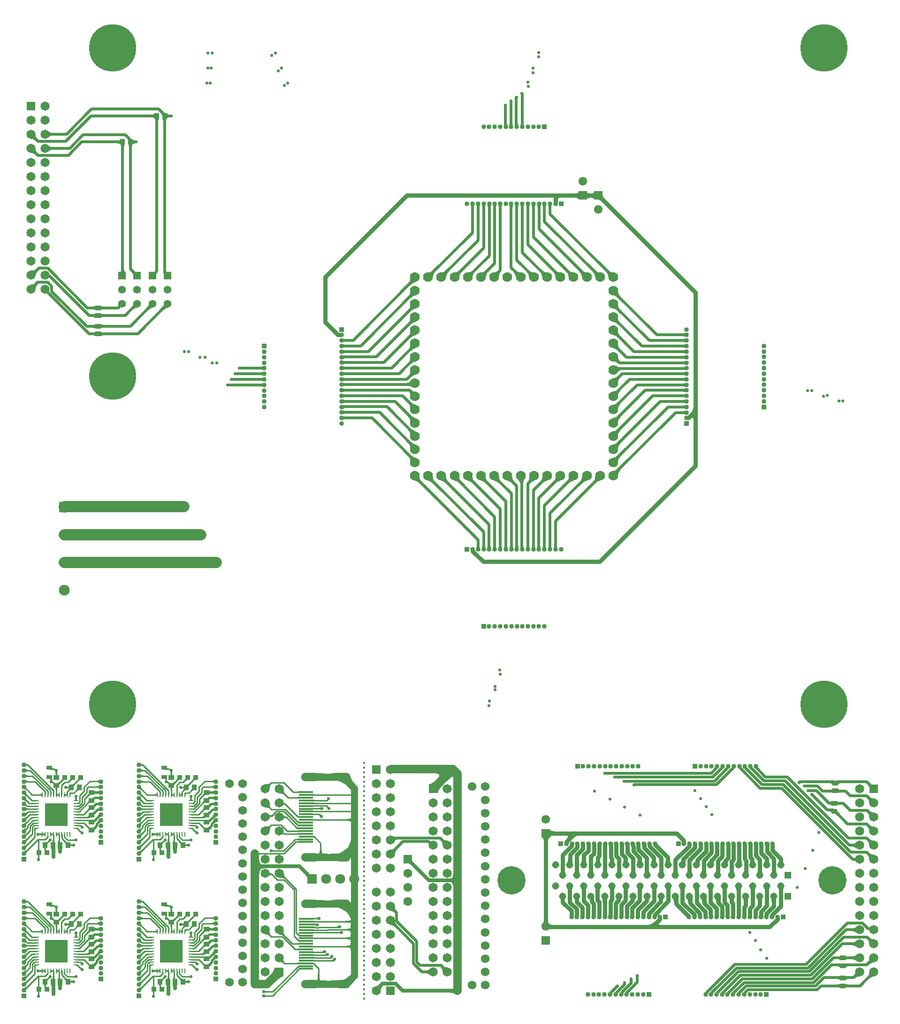
<source format=gtl>
G04*
G04 #@! TF.GenerationSoftware,Altium Limited,Altium Designer,20.0.14 (345)*
G04*
G04 Layer_Physical_Order=1*
G04 Layer_Color=255*
%FSLAX43Y43*%
%MOMM*%
G71*
G01*
G75*
%ADD10R,1.050X0.900*%
%ADD11C,0.508*%
%ADD12C,0.762*%
%ADD13C,1.524*%
%ADD14C,0.635*%
%ADD15R,2.600X0.300*%
%ADD16C,0.254*%
%ADD17C,1.270*%
%ADD18R,0.900X1.050*%
%ADD19C,2.032*%
%ADD20C,0.381*%
%ADD21R,1.050X0.650*%
%ADD22R,0.900X0.250*%
%ADD23R,0.250X0.900*%
%ADD24R,4.100X4.100*%
%ADD25R,0.950X1.050*%
%ADD26R,1.050X0.950*%
%ADD27R,0.950X0.950*%
%ADD28C,0.400*%
%ADD29C,1.575*%
%ADD30C,0.850*%
%ADD31R,0.850X0.850*%
%ADD32C,1.550*%
%ADD33R,1.550X1.550*%
%ADD34C,1.650*%
%ADD35R,1.650X1.650*%
%ADD36R,1.308X1.308*%
%ADD37C,5.100*%
%ADD38C,1.308*%
%ADD39C,0.550*%
%ADD40C,1.600*%
%ADD41R,1.600X1.600*%
%ADD42C,1.800*%
%ADD43R,1.800X1.800*%
%ADD44O,3.300X1.500*%
%ADD45O,2.700X1.500*%
%ADD46C,0.600*%
%ADD47C,1.950*%
%ADD48R,1.950X1.950*%
%ADD49R,0.850X0.850*%
%ADD50C,1.778*%
%ADD51R,1.400X1.400*%
%ADD52C,1.400*%
%ADD53C,8.500*%
G36*
X26273Y160164D02*
X26454Y160012D01*
X26535Y159956D01*
X26610Y159913D01*
X26678Y159884D01*
X26741Y159867D01*
X26798Y159864D01*
X26848Y159874D01*
X26892Y159898D01*
X26063Y159296D01*
X26097Y159330D01*
X26115Y159373D01*
X26117Y159424D01*
X26104Y159483D01*
X26076Y159551D01*
X26032Y159627D01*
X25972Y159711D01*
X25897Y159804D01*
X25701Y160015D01*
X26174Y160260D01*
X26273Y160164D01*
D02*
G37*
G36*
X26956Y159838D02*
X26971Y159795D01*
X26997Y159757D01*
X27033Y159724D01*
X27079Y159696D01*
X27135Y159673D01*
X27201Y159655D01*
X27278Y159643D01*
X27365Y159635D01*
X27462Y159633D01*
Y159125D01*
X27365Y159122D01*
X27278Y159114D01*
X27201Y159102D01*
X27135Y159084D01*
X27079Y159061D01*
X27033Y159033D01*
X26997Y159000D01*
X26971Y158962D01*
X26956Y158919D01*
X26951Y158871D01*
Y159887D01*
X26956Y159838D01*
D02*
G37*
G36*
X24660Y158871D02*
X24655Y158919D01*
X24640Y158962D01*
X24614Y159000D01*
X24579Y159033D01*
X24533Y159061D01*
X24477Y159084D01*
X24411Y159102D01*
X24335Y159114D01*
X24249Y159122D01*
X24152Y159125D01*
Y159633D01*
X24249Y159635D01*
X24335Y159643D01*
X24411Y159655D01*
X24477Y159673D01*
X24533Y159696D01*
X24579Y159724D01*
X24614Y159757D01*
X24640Y159795D01*
X24655Y159838D01*
X24660Y159887D01*
Y158871D01*
D02*
G37*
G36*
X26917Y158852D02*
X26885Y158836D01*
X26856Y158811D01*
X26830Y158775D01*
X26809Y158730D01*
X26792Y158674D01*
X26778Y158608D01*
X26769Y158532D01*
X26763Y158445D01*
X26761Y158349D01*
X26253D01*
X26251Y158445D01*
X26236Y158608D01*
X26222Y158674D01*
X26205Y158730D01*
X26184Y158775D01*
X26158Y158811D01*
X26130Y158836D01*
X26097Y158852D01*
X26060Y158857D01*
X26954D01*
X26917Y158852D01*
D02*
G37*
G36*
X25517D02*
X25485Y158836D01*
X25456Y158811D01*
X25430Y158775D01*
X25409Y158730D01*
X25392Y158674D01*
X25378Y158608D01*
X25369Y158532D01*
X25363Y158445D01*
X25361Y158349D01*
X24853D01*
X24851Y158445D01*
X24836Y158608D01*
X24822Y158674D01*
X24805Y158730D01*
X24784Y158775D01*
X24758Y158811D01*
X24730Y158836D01*
X24697Y158852D01*
X24660Y158857D01*
X25554D01*
X25517Y158852D01*
D02*
G37*
G36*
X91304Y158080D02*
X91319Y157847D01*
X91325Y157818D01*
X91331Y157795D01*
X91339Y157778D01*
X91347Y157767D01*
X90752D01*
X90760Y157778D01*
X90768Y157795D01*
X90774Y157818D01*
X90780Y157847D01*
X90785Y157882D01*
X90792Y157969D01*
X90796Y158144D01*
X91304D01*
X91304Y158080D01*
D02*
G37*
G36*
X88291Y158150D02*
X88314Y157834D01*
X88321Y157807D01*
X88329Y157788D01*
X88338Y157775D01*
X87743Y157758D01*
X87751Y157770D01*
X87758Y157790D01*
X87764Y157817D01*
X87769Y157853D01*
X87777Y157947D01*
X87783Y158146D01*
X87783Y158228D01*
X88291D01*
X88291Y158150D01*
D02*
G37*
G36*
X89286Y158093D02*
X89302Y157861D01*
X89309Y157832D01*
X89316Y157808D01*
X89324Y157791D01*
X89334Y157779D01*
X88739Y157753D01*
X88746Y157764D01*
X88753Y157781D01*
X88758Y157804D01*
X88763Y157833D01*
X88771Y157908D01*
X88775Y158007D01*
X88777Y158129D01*
X89285Y158157D01*
X89286Y158093D01*
D02*
G37*
G36*
X90239Y158120D02*
X90253Y157924D01*
X90259Y157889D01*
X90267Y157860D01*
X90276Y157837D01*
X90286Y157820D01*
X90297Y157809D01*
X89709Y157717D01*
X89713Y157726D01*
X89716Y157741D01*
X89720Y157762D01*
X89725Y157823D01*
X89730Y158019D01*
X89730Y158083D01*
X90238Y158184D01*
X90239Y158120D01*
D02*
G37*
G36*
X5578Y156597D02*
X5648Y156542D01*
X5722Y156493D01*
X5801Y156451D01*
X5885Y156415D01*
X5972Y156386D01*
X6065Y156364D01*
X6161Y156348D01*
X6262Y156338D01*
X6368Y156335D01*
Y155827D01*
X6262Y155823D01*
X6161Y155814D01*
X6065Y155797D01*
X5972Y155775D01*
X5885Y155746D01*
X5801Y155710D01*
X5722Y155668D01*
X5648Y155620D01*
X5578Y155565D01*
X5512Y155503D01*
Y156658D01*
X5578Y156597D01*
D02*
G37*
G36*
X3211Y155982D02*
X3222Y155894D01*
X3240Y155807D01*
X3266Y155722D01*
X3300Y155637D01*
X3341Y155555D01*
X3390Y155474D01*
X3447Y155394D01*
X3512Y155315D01*
X3584Y155238D01*
X3225Y154879D01*
X3148Y154952D01*
X3070Y155016D01*
X2990Y155073D01*
X2909Y155122D01*
X2826Y155164D01*
X2742Y155198D01*
X2657Y155224D01*
X2570Y155242D01*
X2481Y155253D01*
X2391Y155256D01*
X3208Y156072D01*
X3211Y155982D01*
D02*
G37*
G36*
X20798Y155139D02*
X20813Y155096D01*
X20839Y155058D01*
X20875Y155025D01*
X20921Y154997D01*
X20977Y154974D01*
X21043Y154956D01*
X21120Y154944D01*
X21207Y154936D01*
X21304Y154934D01*
Y154426D01*
X21207Y154423D01*
X21120Y154415D01*
X21043Y154403D01*
X20977Y154385D01*
X20921Y154362D01*
X20875Y154334D01*
X20839Y154301D01*
X20813Y154263D01*
X20798Y154220D01*
X20793Y154172D01*
Y155188D01*
X20798Y155139D01*
D02*
G37*
G36*
X18502Y154172D02*
X18497Y154220D01*
X18482Y154263D01*
X18456Y154301D01*
X18421Y154334D01*
X18375Y154362D01*
X18319Y154385D01*
X18253Y154403D01*
X18177Y154415D01*
X18091Y154423D01*
X17994Y154426D01*
Y154934D01*
X18091Y154936D01*
X18177Y154944D01*
X18253Y154956D01*
X18319Y154974D01*
X18375Y154997D01*
X18421Y155025D01*
X18456Y155058D01*
X18482Y155096D01*
X18497Y155139D01*
X18502Y155188D01*
Y154172D01*
D02*
G37*
G36*
X20759Y154153D02*
X20727Y154137D01*
X20698Y154112D01*
X20672Y154076D01*
X20651Y154031D01*
X20634Y153975D01*
X20620Y153909D01*
X20611Y153833D01*
X20605Y153746D01*
X20603Y153650D01*
X20095D01*
X20093Y153746D01*
X20078Y153909D01*
X20064Y153975D01*
X20047Y154031D01*
X20026Y154076D01*
X20000Y154112D01*
X19972Y154137D01*
X19939Y154153D01*
X19902Y154158D01*
X20796D01*
X20759Y154153D01*
D02*
G37*
G36*
X19359D02*
X19327Y154137D01*
X19298Y154112D01*
X19272Y154076D01*
X19251Y154031D01*
X19234Y153975D01*
X19220Y153909D01*
X19211Y153833D01*
X19205Y153746D01*
X19203Y153650D01*
X18695D01*
X18693Y153746D01*
X18678Y153909D01*
X18664Y153975D01*
X18647Y154031D01*
X18626Y154076D01*
X18600Y154112D01*
X18572Y154137D01*
X18539Y154153D01*
X18502Y154158D01*
X19396D01*
X19359Y154153D01*
D02*
G37*
G36*
X5578Y154057D02*
X5648Y154002D01*
X5722Y153953D01*
X5801Y153911D01*
X5885Y153875D01*
X5972Y153846D01*
X6065Y153824D01*
X6161Y153808D01*
X6262Y153798D01*
X6368Y153795D01*
Y153287D01*
X6262Y153283D01*
X6161Y153274D01*
X6065Y153257D01*
X5972Y153235D01*
X5885Y153206D01*
X5801Y153170D01*
X5722Y153128D01*
X5648Y153080D01*
X5578Y153025D01*
X5512Y152963D01*
Y154118D01*
X5578Y154057D01*
D02*
G37*
G36*
X3211Y153442D02*
X3222Y153354D01*
X3240Y153267D01*
X3266Y153182D01*
X3300Y153097D01*
X3341Y153015D01*
X3390Y152934D01*
X3447Y152854D01*
X3512Y152775D01*
X3584Y152698D01*
X3225Y152339D01*
X3148Y152412D01*
X3070Y152476D01*
X2990Y152533D01*
X2909Y152582D01*
X2826Y152624D01*
X2742Y152658D01*
X2657Y152684D01*
X2570Y152702D01*
X2481Y152713D01*
X2391Y152716D01*
X3208Y153532D01*
X3211Y153442D01*
D02*
G37*
G36*
X104029Y144266D02*
X104021Y144338D01*
X103999Y144403D01*
X103960Y144460D01*
X103907Y144509D01*
X103839Y144551D01*
X103755Y144586D01*
X103656Y144612D01*
X103541Y144631D01*
X103412Y144643D01*
X103404Y144643D01*
X103396Y144643D01*
X103266Y144631D01*
X103151Y144612D01*
X103051Y144586D01*
X102967Y144551D01*
X102898Y144509D01*
X102845Y144460D01*
X102807Y144403D01*
X102784Y144338D01*
X102776Y144266D01*
Y145790D01*
X102784Y145717D01*
X102807Y145652D01*
X102845Y145595D01*
X102898Y145546D01*
X102967Y145504D01*
X103051Y145470D01*
X103151Y145443D01*
X103266Y145424D01*
X103396Y145412D01*
X103404Y145412D01*
X103412Y145412D01*
X103541Y145424D01*
X103656Y145443D01*
X103755Y145470D01*
X103839Y145504D01*
X103907Y145546D01*
X103960Y145595D01*
X103999Y145652D01*
X104021Y145717D01*
X104029Y145790D01*
Y144266D01*
D02*
G37*
G36*
X101235D02*
X101227Y144338D01*
X101205Y144403D01*
X101166Y144460D01*
X101113Y144509D01*
X101045Y144551D01*
X100961Y144586D01*
X100862Y144612D01*
X100747Y144631D01*
X100618Y144643D01*
X100473Y144647D01*
Y145409D01*
X100618Y145412D01*
X100747Y145424D01*
X100862Y145443D01*
X100961Y145470D01*
X101045Y145504D01*
X101113Y145546D01*
X101166Y145595D01*
X101205Y145652D01*
X101227Y145717D01*
X101235Y145790D01*
Y144266D01*
D02*
G37*
G36*
X105527Y145274D02*
X105506Y145204D01*
X105506Y145124D01*
X105528Y145032D01*
X105571Y144930D01*
X105636Y144817D01*
X105723Y144693D01*
X105831Y144558D01*
X106112Y144256D01*
X105573Y143717D01*
X105416Y143868D01*
X105136Y144106D01*
X105012Y144192D01*
X104899Y144257D01*
X104796Y144301D01*
X104705Y144322D01*
X104624Y144323D01*
X104554Y144301D01*
X104495Y144259D01*
X105570Y145333D01*
X105527Y145274D01*
D02*
G37*
G36*
X96344Y143199D02*
X96337Y143182D01*
X96331Y143159D01*
X96325Y143130D01*
X96320Y143095D01*
X96313Y143008D01*
X96309Y142833D01*
X95801D01*
X95801Y142897D01*
X95786Y143130D01*
X95780Y143159D01*
X95773Y143182D01*
X95766Y143199D01*
X95758Y143211D01*
X96353D01*
X96344Y143199D01*
D02*
G37*
G36*
X95344D02*
X95337Y143182D01*
X95331Y143159D01*
X95325Y143130D01*
X95320Y143095D01*
X95313Y143008D01*
X95309Y142833D01*
X94801D01*
X94801Y142897D01*
X94786Y143130D01*
X94780Y143159D01*
X94773Y143182D01*
X94766Y143199D01*
X94758Y143211D01*
X95353D01*
X95344Y143199D01*
D02*
G37*
G36*
X94344D02*
X94337Y143182D01*
X94331Y143159D01*
X94325Y143130D01*
X94320Y143095D01*
X94313Y143008D01*
X94309Y142833D01*
X93801D01*
X93801Y142897D01*
X93786Y143130D01*
X93780Y143159D01*
X93773Y143182D01*
X93766Y143199D01*
X93758Y143211D01*
X94353D01*
X94344Y143199D01*
D02*
G37*
G36*
X93344D02*
X93337Y143182D01*
X93331Y143159D01*
X93325Y143130D01*
X93320Y143095D01*
X93313Y143008D01*
X93309Y142833D01*
X92801D01*
X92801Y142897D01*
X92786Y143130D01*
X92780Y143159D01*
X92773Y143182D01*
X92766Y143199D01*
X92758Y143211D01*
X93353D01*
X93344Y143199D01*
D02*
G37*
G36*
X92344D02*
X92337Y143182D01*
X92331Y143159D01*
X92325Y143130D01*
X92320Y143095D01*
X92313Y143008D01*
X92309Y142833D01*
X91801D01*
X91801Y142897D01*
X91786Y143130D01*
X91780Y143159D01*
X91773Y143182D01*
X91766Y143199D01*
X91758Y143211D01*
X92353D01*
X92344Y143199D01*
D02*
G37*
G36*
X91344D02*
X91337Y143182D01*
X91331Y143159D01*
X91325Y143130D01*
X91320Y143095D01*
X91313Y143008D01*
X91309Y142833D01*
X90801D01*
X90801Y142897D01*
X90786Y143130D01*
X90780Y143159D01*
X90773Y143182D01*
X90766Y143199D01*
X90758Y143211D01*
X91353D01*
X91344Y143199D01*
D02*
G37*
G36*
X90344D02*
X90337Y143182D01*
X90331Y143159D01*
X90325Y143130D01*
X90320Y143095D01*
X90313Y143008D01*
X90309Y142833D01*
X89801D01*
X89801Y142897D01*
X89786Y143130D01*
X89780Y143159D01*
X89773Y143182D01*
X89766Y143199D01*
X89758Y143211D01*
X90353D01*
X90344Y143199D01*
D02*
G37*
G36*
X89344D02*
X89337Y143182D01*
X89331Y143159D01*
X89325Y143130D01*
X89320Y143095D01*
X89313Y143008D01*
X89309Y142833D01*
X88801D01*
X88801Y142897D01*
X88786Y143130D01*
X88780Y143159D01*
X88773Y143182D01*
X88766Y143199D01*
X88758Y143211D01*
X89353D01*
X89344Y143199D01*
D02*
G37*
G36*
X87368D02*
X87360Y143182D01*
X87354Y143159D01*
X87348Y143130D01*
X87343Y143095D01*
X87336Y143008D01*
X87332Y142833D01*
X86824D01*
X86824Y142897D01*
X86809Y143130D01*
X86803Y143159D01*
X86796Y143182D01*
X86789Y143199D01*
X86781Y143211D01*
X87376D01*
X87368Y143199D01*
D02*
G37*
G36*
X86368D02*
X86360Y143182D01*
X86354Y143159D01*
X86348Y143130D01*
X86343Y143095D01*
X86336Y143008D01*
X86332Y142833D01*
X85824D01*
X85824Y142897D01*
X85809Y143130D01*
X85803Y143159D01*
X85796Y143182D01*
X85789Y143199D01*
X85781Y143211D01*
X86376D01*
X86368Y143199D01*
D02*
G37*
G36*
X85368D02*
X85360Y143182D01*
X85354Y143159D01*
X85348Y143130D01*
X85343Y143095D01*
X85336Y143008D01*
X85332Y142833D01*
X84824D01*
X84824Y142897D01*
X84809Y143130D01*
X84803Y143159D01*
X84796Y143182D01*
X84789Y143199D01*
X84781Y143211D01*
X85376D01*
X85368Y143199D01*
D02*
G37*
G36*
X84368D02*
X84360Y143182D01*
X84354Y143159D01*
X84348Y143130D01*
X84343Y143095D01*
X84336Y143008D01*
X84332Y142833D01*
X83824D01*
X83824Y142897D01*
X83809Y143130D01*
X83803Y143159D01*
X83796Y143182D01*
X83789Y143199D01*
X83781Y143211D01*
X84376D01*
X84368Y143199D01*
D02*
G37*
G36*
X83368D02*
X83360Y143182D01*
X83354Y143159D01*
X83348Y143130D01*
X83343Y143095D01*
X83336Y143008D01*
X83332Y142833D01*
X82824D01*
X82824Y142897D01*
X82809Y143130D01*
X82803Y143159D01*
X82796Y143182D01*
X82789Y143199D01*
X82781Y143211D01*
X83376D01*
X83368Y143199D01*
D02*
G37*
G36*
X82356D02*
X82349Y143182D01*
X82342Y143159D01*
X82336Y143130D01*
X82332Y143095D01*
X82325Y143008D01*
X82321Y142833D01*
X81813D01*
X81812Y142897D01*
X81797Y143130D01*
X81791Y143159D01*
X81785Y143182D01*
X81778Y143199D01*
X81769Y143211D01*
X82364D01*
X82356Y143199D01*
D02*
G37*
G36*
X3638Y131390D02*
X3567Y131315D01*
X3503Y131238D01*
X3444Y131160D01*
X3391Y131079D01*
X3344Y130997D01*
X3303Y130913D01*
X3268Y130826D01*
X3239Y130738D01*
X3216Y130648D01*
X3199Y130557D01*
X2523Y131494D01*
X2608Y131483D01*
X2693Y131483D01*
X2776Y131491D01*
X2859Y131509D01*
X2941Y131536D01*
X3022Y131572D01*
X3103Y131618D01*
X3183Y131673D01*
X3262Y131737D01*
X3341Y131810D01*
X3638Y131390D01*
D02*
G37*
G36*
X26764Y131658D02*
X26771Y131571D01*
X26784Y131494D01*
X26802Y131428D01*
X26825Y131372D01*
X26852Y131326D01*
X26885Y131290D01*
X26924Y131264D01*
X26967Y131249D01*
X27015Y131244D01*
X26380Y131247D01*
X26253Y131755D01*
X26761D01*
X26764Y131658D01*
D02*
G37*
G36*
X19206Y131657D02*
X19213Y131571D01*
X19226Y131494D01*
X19244Y131427D01*
X19267Y131371D01*
X19294Y131325D01*
X19327Y131290D01*
X19366Y131264D01*
X19409Y131249D01*
X19457Y131244D01*
X18441D01*
X18489Y131249D01*
X18532Y131264D01*
X18571Y131290D01*
X18604Y131325D01*
X18632Y131371D01*
X18654Y131427D01*
X18672Y131494D01*
X18685Y131571D01*
X18692Y131657D01*
X18695Y131755D01*
X19203D01*
X19206Y131657D01*
D02*
G37*
G36*
X20981Y131505D02*
X21168Y131347D01*
X21250Y131290D01*
X21326Y131247D01*
X21394Y131218D01*
X21455Y131203D01*
X21509D01*
X21556Y131218D01*
X21595Y131247D01*
X20877Y130528D01*
X20905Y130568D01*
X20920Y130614D01*
Y130668D01*
X20905Y130729D01*
X20877Y130798D01*
X20834Y130873D01*
X20776Y130956D01*
X20704Y131045D01*
X20518Y131247D01*
X20877Y131606D01*
X20981Y131505D01*
D02*
G37*
G36*
X87212Y131306D02*
X87135Y131224D01*
X87067Y131139D01*
X87009Y131053D01*
X86960Y130965D01*
X86920Y130876D01*
X86890Y130784D01*
X86869Y130691D01*
X86857Y130596D01*
X86855Y130500D01*
X86862Y130402D01*
X85891Y131180D01*
X85996Y131194D01*
X86097Y131215D01*
X86196Y131242D01*
X86292Y131277D01*
X86386Y131318D01*
X86477Y131365D01*
X86564Y131420D01*
X86650Y131481D01*
X86732Y131549D01*
X86812Y131624D01*
X87212Y131306D01*
D02*
G37*
G36*
X106624Y131504D02*
X106707Y131436D01*
X106793Y131376D01*
X106882Y131325D01*
X106972Y131281D01*
X107065Y131245D01*
X107160Y131218D01*
X107257Y131199D01*
X107357Y131188D01*
X107459Y131185D01*
X106579Y130304D01*
X106576Y130406D01*
X106565Y130506D01*
X106546Y130604D01*
X106518Y130699D01*
X106483Y130792D01*
X106439Y130882D01*
X106387Y130970D01*
X106327Y131056D01*
X106259Y131140D01*
X106183Y131221D01*
X106542Y131581D01*
X106624Y131504D01*
D02*
G37*
G36*
X104236D02*
X104320Y131436D01*
X104406Y131376D01*
X104494Y131325D01*
X104584Y131281D01*
X104677Y131245D01*
X104772Y131218D01*
X104870Y131199D01*
X104970Y131188D01*
X105072Y131185D01*
X104191Y130304D01*
X104188Y130406D01*
X104177Y130506D01*
X104158Y130604D01*
X104131Y130699D01*
X104095Y130792D01*
X104051Y130882D01*
X104000Y130970D01*
X103940Y131056D01*
X103872Y131140D01*
X103796Y131221D01*
X104155Y131581D01*
X104236Y131504D01*
D02*
G37*
G36*
X101848D02*
X101932Y131436D01*
X102018Y131376D01*
X102106Y131325D01*
X102197Y131281D01*
X102290Y131245D01*
X102385Y131218D01*
X102482Y131199D01*
X102582Y131188D01*
X102684Y131185D01*
X101804Y130304D01*
X101801Y130406D01*
X101790Y130506D01*
X101770Y130604D01*
X101743Y130699D01*
X101707Y130792D01*
X101664Y130882D01*
X101612Y130970D01*
X101552Y131056D01*
X101484Y131140D01*
X101408Y131221D01*
X101767Y131581D01*
X101848Y131504D01*
D02*
G37*
G36*
X99461D02*
X99545Y131436D01*
X99631Y131376D01*
X99719Y131325D01*
X99809Y131281D01*
X99902Y131245D01*
X99997Y131218D01*
X100095Y131199D01*
X100194Y131188D01*
X100296Y131185D01*
X99416Y130304D01*
X99413Y130406D01*
X99402Y130506D01*
X99383Y130604D01*
X99355Y130699D01*
X99320Y130792D01*
X99276Y130882D01*
X99224Y130970D01*
X99164Y131056D01*
X99096Y131140D01*
X99020Y131221D01*
X99380Y131581D01*
X99461Y131504D01*
D02*
G37*
G36*
X97073D02*
X97157Y131436D01*
X97243Y131376D01*
X97331Y131325D01*
X97422Y131281D01*
X97515Y131245D01*
X97610Y131218D01*
X97707Y131199D01*
X97807Y131188D01*
X97909Y131185D01*
X97029Y130304D01*
X97026Y130406D01*
X97014Y130506D01*
X96995Y130604D01*
X96968Y130699D01*
X96932Y130792D01*
X96889Y130882D01*
X96837Y130970D01*
X96777Y131056D01*
X96709Y131140D01*
X96633Y131221D01*
X96992Y131581D01*
X97073Y131504D01*
D02*
G37*
G36*
X94686D02*
X94769Y131436D01*
X94855Y131376D01*
X94944Y131325D01*
X95034Y131281D01*
X95127Y131245D01*
X95222Y131218D01*
X95319Y131199D01*
X95419Y131188D01*
X95521Y131185D01*
X94641Y130304D01*
X94638Y130406D01*
X94627Y130506D01*
X94608Y130604D01*
X94580Y130699D01*
X94545Y130792D01*
X94501Y130882D01*
X94449Y130970D01*
X94389Y131056D01*
X94321Y131140D01*
X94245Y131221D01*
X94604Y131581D01*
X94686Y131504D01*
D02*
G37*
G36*
X92298D02*
X92382Y131436D01*
X92468Y131376D01*
X92556Y131325D01*
X92646Y131281D01*
X92739Y131245D01*
X92834Y131218D01*
X92932Y131199D01*
X93032Y131188D01*
X93134Y131185D01*
X92253Y130304D01*
X92250Y130406D01*
X92239Y130506D01*
X92220Y130604D01*
X92193Y130699D01*
X92157Y130792D01*
X92113Y130882D01*
X92062Y130970D01*
X92002Y131056D01*
X91934Y131140D01*
X91858Y131221D01*
X92217Y131581D01*
X92298Y131504D01*
D02*
G37*
G36*
X89910D02*
X89994Y131436D01*
X90080Y131376D01*
X90168Y131325D01*
X90259Y131281D01*
X90352Y131245D01*
X90447Y131218D01*
X90544Y131199D01*
X90644Y131188D01*
X90746Y131185D01*
X89866Y130304D01*
X89863Y130406D01*
X89852Y130506D01*
X89832Y130604D01*
X89805Y130699D01*
X89769Y130792D01*
X89726Y130882D01*
X89674Y130970D01*
X89614Y131056D01*
X89546Y131140D01*
X89470Y131221D01*
X89829Y131581D01*
X89910Y131504D01*
D02*
G37*
G36*
X84877Y131221D02*
X84801Y131140D01*
X84733Y131056D01*
X84673Y130970D01*
X84621Y130882D01*
X84577Y130792D01*
X84542Y130699D01*
X84514Y130604D01*
X84495Y130506D01*
X84484Y130406D01*
X84481Y130304D01*
X83601Y131185D01*
X83703Y131188D01*
X83803Y131199D01*
X83900Y131218D01*
X83995Y131245D01*
X84088Y131281D01*
X84178Y131325D01*
X84267Y131376D01*
X84353Y131436D01*
X84436Y131504D01*
X84518Y131581D01*
X84877Y131221D01*
D02*
G37*
G36*
X82489D02*
X82413Y131140D01*
X82345Y131056D01*
X82285Y130970D01*
X82233Y130882D01*
X82190Y130792D01*
X82154Y130699D01*
X82127Y130604D01*
X82108Y130506D01*
X82096Y130406D01*
X82093Y130304D01*
X81213Y131185D01*
X81315Y131188D01*
X81415Y131199D01*
X81512Y131218D01*
X81608Y131245D01*
X81700Y131281D01*
X81791Y131325D01*
X81879Y131376D01*
X81965Y131436D01*
X82049Y131504D01*
X82130Y131581D01*
X82489Y131221D01*
D02*
G37*
G36*
X80102D02*
X80026Y131140D01*
X79958Y131056D01*
X79898Y130970D01*
X79846Y130882D01*
X79802Y130792D01*
X79767Y130699D01*
X79739Y130604D01*
X79720Y130506D01*
X79709Y130406D01*
X79706Y130304D01*
X78826Y131185D01*
X78928Y131188D01*
X79027Y131199D01*
X79125Y131218D01*
X79220Y131245D01*
X79313Y131281D01*
X79403Y131325D01*
X79492Y131376D01*
X79577Y131436D01*
X79661Y131504D01*
X79743Y131581D01*
X80102Y131221D01*
D02*
G37*
G36*
X77714D02*
X77638Y131140D01*
X77570Y131056D01*
X77510Y130970D01*
X77458Y130882D01*
X77415Y130792D01*
X77379Y130699D01*
X77352Y130604D01*
X77332Y130506D01*
X77321Y130406D01*
X77318Y130304D01*
X76438Y131185D01*
X76540Y131188D01*
X76640Y131199D01*
X76737Y131218D01*
X76832Y131245D01*
X76925Y131281D01*
X77016Y131325D01*
X77104Y131376D01*
X77190Y131436D01*
X77274Y131504D01*
X77355Y131581D01*
X77714Y131221D01*
D02*
G37*
G36*
X75327D02*
X75250Y131140D01*
X75182Y131056D01*
X75122Y130970D01*
X75071Y130882D01*
X75027Y130792D01*
X74991Y130699D01*
X74964Y130604D01*
X74945Y130506D01*
X74934Y130406D01*
X74931Y130304D01*
X74051Y131185D01*
X74152Y131188D01*
X74252Y131199D01*
X74350Y131218D01*
X74445Y131245D01*
X74538Y131281D01*
X74628Y131325D01*
X74716Y131376D01*
X74802Y131436D01*
X74886Y131504D01*
X74967Y131581D01*
X75327Y131221D01*
D02*
G37*
G36*
X71841Y129426D02*
X71735Y129401D01*
X71633Y129370D01*
X71534Y129334D01*
X71438Y129292D01*
X71345Y129245D01*
X71255Y129193D01*
X71168Y129136D01*
X71085Y129073D01*
X71004Y129006D01*
X70927Y128932D01*
X70483Y129207D01*
X70561Y129291D01*
X70628Y129375D01*
X70685Y129461D01*
X70732Y129548D01*
X70767Y129636D01*
X70793Y129725D01*
X70808Y129815D01*
X70812Y129906D01*
X70806Y129998D01*
X70789Y130091D01*
X71841Y129426D01*
D02*
G37*
G36*
X3584Y128983D02*
X3512Y128906D01*
X3447Y128827D01*
X3390Y128748D01*
X3341Y128666D01*
X3300Y128584D01*
X3266Y128500D01*
X3240Y128414D01*
X3222Y128327D01*
X3211Y128239D01*
X3208Y128149D01*
X2391Y128966D01*
X2481Y128969D01*
X2570Y128979D01*
X2657Y128998D01*
X2742Y129024D01*
X2826Y129057D01*
X2909Y129099D01*
X2990Y129148D01*
X3070Y129205D01*
X3148Y129270D01*
X3225Y129342D01*
X3584Y128983D01*
D02*
G37*
G36*
X108345Y127711D02*
X108348Y127614D01*
X108360Y127519D01*
X108381Y127426D01*
X108412Y127334D01*
X108452Y127245D01*
X108501Y127157D01*
X108560Y127070D01*
X108628Y126986D01*
X108705Y126903D01*
X108308Y126582D01*
X108228Y126657D01*
X108145Y126725D01*
X108060Y126787D01*
X107972Y126841D01*
X107881Y126888D01*
X107788Y126929D01*
X107692Y126963D01*
X107593Y126990D01*
X107491Y127010D01*
X107387Y127023D01*
X108352Y127809D01*
X108345Y127711D01*
D02*
G37*
G36*
X71841Y127039D02*
X71735Y127013D01*
X71633Y126982D01*
X71534Y126946D01*
X71438Y126905D01*
X71345Y126858D01*
X71255Y126806D01*
X71168Y126748D01*
X71085Y126686D01*
X71004Y126618D01*
X70927Y126545D01*
X70483Y126819D01*
X70561Y126903D01*
X70628Y126988D01*
X70685Y127074D01*
X70732Y127161D01*
X70767Y127249D01*
X70793Y127338D01*
X70808Y127428D01*
X70812Y127519D01*
X70806Y127611D01*
X70789Y127704D01*
X71841Y127039D01*
D02*
G37*
G36*
X21507Y124773D02*
X21442Y124775D01*
X21376Y124770D01*
X21311Y124758D01*
X21244Y124738D01*
X21178Y124710D01*
X21111Y124675D01*
X21044Y124633D01*
X20976Y124583D01*
X20908Y124526D01*
X20839Y124461D01*
X20513Y124853D01*
X20578Y124921D01*
X20688Y125055D01*
X20733Y125122D01*
X20773Y125189D01*
X20806Y125256D01*
X20833Y125323D01*
X20853Y125389D01*
X20868Y125456D01*
X20876Y125522D01*
X21507Y124773D01*
D02*
G37*
G36*
X27070Y124770D02*
X27004Y124767D01*
X26937Y124757D01*
X26871Y124741D01*
X26804Y124717D01*
X26737Y124687D01*
X26670Y124650D01*
X26603Y124606D01*
X26535Y124555D01*
X26467Y124497D01*
X26399Y124433D01*
X26040Y124792D01*
X26105Y124860D01*
X26163Y124928D01*
X26213Y124995D01*
X26257Y125063D01*
X26294Y125130D01*
X26325Y125197D01*
X26348Y125263D01*
X26365Y125330D01*
X26374Y125396D01*
X26377Y125463D01*
X27070Y124770D01*
D02*
G37*
G36*
X24318D02*
X24252Y124767D01*
X24186Y124757D01*
X24119Y124741D01*
X24052Y124717D01*
X23985Y124687D01*
X23918Y124650D01*
X23851Y124606D01*
X23783Y124555D01*
X23716Y124497D01*
X23648Y124433D01*
X23289Y124792D01*
X23353Y124860D01*
X23411Y124928D01*
X23462Y124995D01*
X23506Y125063D01*
X23543Y125130D01*
X23573Y125197D01*
X23596Y125263D01*
X23613Y125330D01*
X23623Y125396D01*
X23625Y125463D01*
X24318Y124770D01*
D02*
G37*
G36*
X15031Y125183D02*
X15046Y125150D01*
X15072Y125121D01*
X15107Y125096D01*
X15153Y125075D01*
X15209Y125057D01*
X15275Y125044D01*
X15351Y125034D01*
X15437Y125029D01*
X15534Y125027D01*
Y124519D01*
X15437Y124517D01*
X15275Y124501D01*
X15209Y124488D01*
X15153Y124470D01*
X15107Y124449D01*
X15072Y124424D01*
X15046Y124395D01*
X15031Y124362D01*
X15026Y124326D01*
Y125220D01*
X15031Y125183D01*
D02*
G37*
G36*
X13982Y124326D02*
X13977Y124362D01*
X13962Y124395D01*
X13936Y124424D01*
X13901Y124449D01*
X13855Y124470D01*
X13799Y124488D01*
X13733Y124501D01*
X13657Y124511D01*
X13571Y124517D01*
X13474Y124519D01*
Y125027D01*
X13571Y125029D01*
X13733Y125044D01*
X13799Y125057D01*
X13855Y125075D01*
X13901Y125096D01*
X13936Y125121D01*
X13962Y125150D01*
X13977Y125183D01*
X13982Y125220D01*
Y124326D01*
D02*
G37*
G36*
X108345Y125323D02*
X108348Y125226D01*
X108360Y125131D01*
X108381Y125038D01*
X108412Y124947D01*
X108452Y124857D01*
X108501Y124769D01*
X108560Y124683D01*
X108628Y124598D01*
X108705Y124516D01*
X108308Y124195D01*
X108228Y124270D01*
X108145Y124338D01*
X108060Y124399D01*
X107972Y124453D01*
X107881Y124501D01*
X107788Y124541D01*
X107692Y124575D01*
X107593Y124602D01*
X107491Y124622D01*
X107387Y124635D01*
X108352Y125422D01*
X108345Y125323D01*
D02*
G37*
G36*
X71841Y124651D02*
X71735Y124626D01*
X71633Y124595D01*
X71534Y124558D01*
X71438Y124517D01*
X71345Y124470D01*
X71255Y124418D01*
X71168Y124361D01*
X71085Y124298D01*
X71004Y124230D01*
X70927Y124157D01*
X70483Y124432D01*
X70561Y124515D01*
X70628Y124600D01*
X70685Y124686D01*
X70732Y124773D01*
X70767Y124861D01*
X70793Y124950D01*
X70808Y125040D01*
X70812Y125131D01*
X70806Y125223D01*
X70789Y125316D01*
X71841Y124651D01*
D02*
G37*
G36*
X15031Y123783D02*
X15046Y123750D01*
X15072Y123721D01*
X15107Y123696D01*
X15153Y123675D01*
X15209Y123657D01*
X15275Y123644D01*
X15351Y123634D01*
X15437Y123629D01*
X15534Y123627D01*
Y123119D01*
X15437Y123117D01*
X15275Y123101D01*
X15209Y123088D01*
X15153Y123070D01*
X15107Y123049D01*
X15072Y123024D01*
X15046Y122995D01*
X15031Y122962D01*
X15026Y122926D01*
Y123820D01*
X15031Y123783D01*
D02*
G37*
G36*
X13982Y122926D02*
X13977Y122962D01*
X13962Y122995D01*
X13936Y123024D01*
X13901Y123049D01*
X13855Y123070D01*
X13799Y123088D01*
X13733Y123101D01*
X13657Y123111D01*
X13571Y123117D01*
X13474Y123119D01*
Y123627D01*
X13571Y123629D01*
X13733Y123644D01*
X13799Y123657D01*
X13855Y123675D01*
X13901Y123696D01*
X13936Y123721D01*
X13962Y123750D01*
X13977Y123783D01*
X13982Y123820D01*
Y122926D01*
D02*
G37*
G36*
X108345Y122936D02*
X108348Y122839D01*
X108360Y122744D01*
X108381Y122651D01*
X108412Y122559D01*
X108452Y122469D01*
X108501Y122381D01*
X108560Y122295D01*
X108628Y122211D01*
X108705Y122128D01*
X108308Y121807D01*
X108228Y121882D01*
X108145Y121950D01*
X108060Y122011D01*
X107972Y122066D01*
X107881Y122113D01*
X107788Y122154D01*
X107692Y122188D01*
X107593Y122214D01*
X107491Y122234D01*
X107387Y122247D01*
X108352Y123034D01*
X108345Y122936D01*
D02*
G37*
G36*
X71841Y122264D02*
X71735Y122238D01*
X71633Y122207D01*
X71534Y122171D01*
X71438Y122129D01*
X71345Y122083D01*
X71255Y122031D01*
X71168Y121973D01*
X71085Y121911D01*
X71004Y121843D01*
X70927Y121770D01*
X70483Y122044D01*
X70561Y122128D01*
X70628Y122213D01*
X70685Y122299D01*
X70732Y122385D01*
X70767Y122473D01*
X70793Y122562D01*
X70808Y122652D01*
X70812Y122743D01*
X70806Y122835D01*
X70789Y122929D01*
X71841Y122264D01*
D02*
G37*
G36*
X15031Y121881D02*
X15046Y121848D01*
X15072Y121819D01*
X15107Y121794D01*
X15153Y121773D01*
X15209Y121755D01*
X15275Y121742D01*
X15351Y121732D01*
X15437Y121727D01*
X15534Y121725D01*
Y121217D01*
X15437Y121215D01*
X15275Y121199D01*
X15209Y121186D01*
X15153Y121168D01*
X15107Y121147D01*
X15072Y121122D01*
X15046Y121093D01*
X15031Y121060D01*
X15026Y121024D01*
Y121918D01*
X15031Y121881D01*
D02*
G37*
G36*
X13982Y121024D02*
X13977Y121048D01*
X13962Y121070D01*
X13936Y121089D01*
X13901Y121106D01*
X13855Y121120D01*
X13799Y121131D01*
X13733Y121140D01*
X13571Y121150D01*
X13474Y121152D01*
Y121660D01*
X13571Y121662D01*
X13658Y121670D01*
X13734Y121682D01*
X13801Y121700D01*
X13857Y121723D01*
X13903Y121751D01*
X13939Y121784D01*
X13964Y121822D01*
X13980Y121865D01*
X13985Y121914D01*
X13982Y121024D01*
D02*
G37*
G36*
X15031Y120481D02*
X15046Y120448D01*
X15072Y120419D01*
X15107Y120394D01*
X15153Y120373D01*
X15209Y120355D01*
X15275Y120342D01*
X15351Y120332D01*
X15437Y120327D01*
X15534Y120325D01*
Y119817D01*
X15437Y119815D01*
X15275Y119799D01*
X15209Y119786D01*
X15153Y119768D01*
X15107Y119747D01*
X15072Y119722D01*
X15046Y119693D01*
X15031Y119660D01*
X15026Y119624D01*
Y120518D01*
X15031Y120481D01*
D02*
G37*
G36*
X13982Y119624D02*
X13977Y119660D01*
X13962Y119693D01*
X13936Y119722D01*
X13901Y119747D01*
X13855Y119768D01*
X13799Y119786D01*
X13733Y119799D01*
X13657Y119809D01*
X13571Y119815D01*
X13474Y119817D01*
Y120325D01*
X13571Y120327D01*
X13733Y120342D01*
X13799Y120355D01*
X13855Y120373D01*
X13901Y120394D01*
X13936Y120419D01*
X13962Y120448D01*
X13977Y120481D01*
X13982Y120518D01*
Y119624D01*
D02*
G37*
G36*
X120383Y119585D02*
X120372Y119594D01*
X120354Y119601D01*
X120331Y119608D01*
X120302Y119613D01*
X120267Y119618D01*
X120180Y119625D01*
X120006Y119629D01*
Y120137D01*
X120070Y120137D01*
X120302Y120153D01*
X120331Y120158D01*
X120354Y120165D01*
X120372Y120172D01*
X120383Y120180D01*
Y119585D01*
D02*
G37*
G36*
X108345Y120548D02*
X108348Y120451D01*
X108360Y120356D01*
X108381Y120263D01*
X108412Y120172D01*
X108452Y120082D01*
X108501Y119994D01*
X108560Y119908D01*
X108628Y119823D01*
X108705Y119741D01*
X108308Y119420D01*
X108228Y119494D01*
X108145Y119563D01*
X108060Y119624D01*
X107972Y119678D01*
X107881Y119726D01*
X107788Y119766D01*
X107692Y119800D01*
X107593Y119827D01*
X107491Y119847D01*
X107387Y119860D01*
X108352Y120647D01*
X108345Y120548D01*
D02*
G37*
G36*
X71841Y119876D02*
X71735Y119850D01*
X71633Y119819D01*
X71534Y119783D01*
X71438Y119742D01*
X71345Y119695D01*
X71255Y119643D01*
X71168Y119586D01*
X71085Y119523D01*
X71004Y119455D01*
X70927Y119382D01*
X70483Y119656D01*
X70561Y119740D01*
X70628Y119825D01*
X70685Y119911D01*
X70732Y119998D01*
X70767Y120086D01*
X70793Y120175D01*
X70808Y120265D01*
X70812Y120356D01*
X70806Y120448D01*
X70789Y120541D01*
X71841Y119876D01*
D02*
G37*
G36*
X58738Y119185D02*
X58755Y119179D01*
X58778Y119173D01*
X58807Y119168D01*
X58882Y119160D01*
X58980Y119156D01*
X59103Y119154D01*
X59128Y118646D01*
X59064Y118646D01*
X58832Y118629D01*
X58803Y118622D01*
X58780Y118615D01*
X58762Y118607D01*
X58751Y118598D01*
X58727Y119192D01*
X58738Y119185D01*
D02*
G37*
G36*
X120383Y118574D02*
X120372Y118582D01*
X120354Y118590D01*
X120331Y118596D01*
X120302Y118602D01*
X120267Y118606D01*
X120180Y118613D01*
X120006Y118617D01*
Y119125D01*
X120070Y119126D01*
X120302Y119141D01*
X120331Y119147D01*
X120354Y119153D01*
X120372Y119161D01*
X120383Y119169D01*
Y118574D01*
D02*
G37*
G36*
X58738Y118185D02*
X58755Y118179D01*
X58778Y118173D01*
X58807Y118168D01*
X58882Y118160D01*
X58980Y118156D01*
X59103Y118154D01*
X59128Y117646D01*
X59064Y117646D01*
X58832Y117629D01*
X58803Y117622D01*
X58780Y117615D01*
X58762Y117607D01*
X58751Y117598D01*
X58727Y118192D01*
X58738Y118185D01*
D02*
G37*
G36*
X120383Y117574D02*
X120372Y117582D01*
X120354Y117590D01*
X120331Y117596D01*
X120302Y117602D01*
X120267Y117606D01*
X120180Y117613D01*
X120006Y117617D01*
Y118125D01*
X120070Y118126D01*
X120302Y118141D01*
X120331Y118147D01*
X120354Y118153D01*
X120372Y118161D01*
X120383Y118169D01*
Y117574D01*
D02*
G37*
G36*
X108345Y118160D02*
X108348Y118064D01*
X108360Y117969D01*
X108381Y117875D01*
X108412Y117784D01*
X108452Y117694D01*
X108501Y117606D01*
X108560Y117520D01*
X108628Y117436D01*
X108705Y117353D01*
X108308Y117032D01*
X108228Y117107D01*
X108145Y117175D01*
X108060Y117236D01*
X107972Y117291D01*
X107881Y117338D01*
X107788Y117379D01*
X107692Y117412D01*
X107593Y117439D01*
X107491Y117459D01*
X107387Y117472D01*
X108352Y118259D01*
X108345Y118160D01*
D02*
G37*
G36*
X71841Y117488D02*
X71735Y117463D01*
X71633Y117432D01*
X71534Y117396D01*
X71438Y117354D01*
X71345Y117307D01*
X71255Y117255D01*
X71168Y117198D01*
X71085Y117135D01*
X71004Y117068D01*
X70927Y116994D01*
X70483Y117269D01*
X70561Y117353D01*
X70628Y117437D01*
X70685Y117523D01*
X70732Y117610D01*
X70767Y117698D01*
X70793Y117787D01*
X70808Y117877D01*
X70812Y117968D01*
X70806Y118060D01*
X70789Y118153D01*
X71841Y117488D01*
D02*
G37*
G36*
X58738Y117185D02*
X58755Y117179D01*
X58778Y117173D01*
X58807Y117168D01*
X58882Y117160D01*
X58980Y117156D01*
X59103Y117154D01*
X59128Y116646D01*
X59064Y116646D01*
X58832Y116629D01*
X58803Y116622D01*
X58780Y116615D01*
X58762Y116607D01*
X58751Y116598D01*
X58727Y117192D01*
X58738Y117185D01*
D02*
G37*
G36*
X120383Y116574D02*
X120372Y116582D01*
X120354Y116590D01*
X120331Y116596D01*
X120302Y116602D01*
X120267Y116606D01*
X120180Y116613D01*
X120006Y116617D01*
Y117125D01*
X120070Y117126D01*
X120302Y117141D01*
X120331Y117147D01*
X120354Y117153D01*
X120372Y117161D01*
X120383Y117169D01*
Y116574D01*
D02*
G37*
G36*
X58738Y116185D02*
X58755Y116179D01*
X58778Y116173D01*
X58807Y116168D01*
X58882Y116160D01*
X58980Y116156D01*
X59103Y116154D01*
X59128Y115646D01*
X59064Y115646D01*
X58832Y115629D01*
X58803Y115622D01*
X58780Y115615D01*
X58762Y115607D01*
X58751Y115598D01*
X58727Y116192D01*
X58738Y116185D01*
D02*
G37*
G36*
X120383Y115574D02*
X120372Y115582D01*
X120354Y115590D01*
X120331Y115596D01*
X120302Y115602D01*
X120267Y115606D01*
X120180Y115613D01*
X120006Y115617D01*
Y116125D01*
X120070Y116126D01*
X120302Y116141D01*
X120331Y116147D01*
X120354Y116153D01*
X120372Y116161D01*
X120383Y116169D01*
Y115574D01*
D02*
G37*
G36*
X108355Y115833D02*
X108364Y115745D01*
X108382Y115656D01*
X108408Y115569D01*
X108444Y115481D01*
X108488Y115395D01*
X108542Y115308D01*
X108605Y115222D01*
X108676Y115136D01*
X108757Y115051D01*
X108398Y114692D01*
X108313Y114772D01*
X108228Y114843D01*
X108142Y114905D01*
X108056Y114957D01*
X107969Y115001D01*
X107883Y115036D01*
X107795Y115061D01*
X107708Y115078D01*
X107619Y115085D01*
X107531Y115083D01*
X108356Y115922D01*
X108355Y115833D01*
D02*
G37*
G36*
X71841Y115101D02*
X71735Y115075D01*
X71633Y115044D01*
X71534Y115008D01*
X71438Y114967D01*
X71345Y114920D01*
X71255Y114868D01*
X71168Y114810D01*
X71085Y114748D01*
X71004Y114680D01*
X70927Y114607D01*
X70483Y114881D01*
X70561Y114965D01*
X70628Y115050D01*
X70685Y115136D01*
X70732Y115223D01*
X70767Y115311D01*
X70793Y115400D01*
X70808Y115490D01*
X70812Y115581D01*
X70806Y115673D01*
X70789Y115766D01*
X71841Y115101D01*
D02*
G37*
G36*
X58738Y115185D02*
X58755Y115179D01*
X58778Y115173D01*
X58807Y115168D01*
X58882Y115160D01*
X58980Y115156D01*
X59103Y115154D01*
X59128Y114646D01*
X59064Y114646D01*
X58832Y114629D01*
X58803Y114622D01*
X58780Y114615D01*
X58762Y114607D01*
X58751Y114598D01*
X58727Y115192D01*
X58738Y115185D01*
D02*
G37*
G36*
X120383Y114574D02*
X120372Y114582D01*
X120354Y114590D01*
X120331Y114596D01*
X120302Y114602D01*
X120267Y114606D01*
X120180Y114613D01*
X120006Y114617D01*
Y115125D01*
X120070Y115126D01*
X120302Y115141D01*
X120331Y115147D01*
X120354Y115153D01*
X120372Y115161D01*
X120383Y115169D01*
Y114574D01*
D02*
G37*
G36*
X44164Y113600D02*
X44153Y113609D01*
X44135Y113618D01*
X44112Y113626D01*
X44083Y113632D01*
X44048Y113638D01*
X43961Y113646D01*
X43851Y113650D01*
X43787Y113651D01*
X43828Y114159D01*
X43892Y114159D01*
X44153Y114176D01*
X44175Y114181D01*
X44192Y114187D01*
X44203Y114194D01*
X44164Y113600D01*
D02*
G37*
G36*
X58738Y114185D02*
X58755Y114179D01*
X58778Y114173D01*
X58807Y114168D01*
X58882Y114160D01*
X58980Y114156D01*
X59103Y114154D01*
X59128Y113646D01*
X59064Y113646D01*
X58832Y113629D01*
X58803Y113622D01*
X58780Y113615D01*
X58762Y113607D01*
X58751Y113598D01*
X58727Y114192D01*
X58738Y114185D01*
D02*
G37*
G36*
X120432Y113531D02*
X120424Y113535D01*
X120409Y113538D01*
X120388Y113542D01*
X120327Y113547D01*
X120131Y113552D01*
X120066Y113552D01*
X119966Y114060D01*
X120029Y114061D01*
X120226Y114075D01*
X120261Y114081D01*
X120289Y114089D01*
X120312Y114097D01*
X120330Y114107D01*
X120341Y114119D01*
X120432Y113531D01*
D02*
G37*
G36*
X108021Y114290D02*
X108215Y114199D01*
X108314Y114162D01*
X108413Y114131D01*
X108514Y114105D01*
X108616Y114086D01*
X108719Y114071D01*
X108824Y114063D01*
X108929Y114060D01*
X109068Y113552D01*
X108953Y113548D01*
X108845Y113535D01*
X108744Y113515D01*
X108651Y113486D01*
X108564Y113449D01*
X108485Y113404D01*
X108413Y113350D01*
X108348Y113288D01*
X108290Y113218D01*
X108239Y113140D01*
X107926Y114344D01*
X108021Y114290D01*
D02*
G37*
G36*
X58738Y113185D02*
X58755Y113179D01*
X58778Y113173D01*
X58807Y113168D01*
X58882Y113160D01*
X58980Y113156D01*
X59103Y113154D01*
X59128Y112646D01*
X59064Y112646D01*
X58832Y112629D01*
X58803Y112622D01*
X58780Y112615D01*
X58762Y112607D01*
X58751Y112598D01*
X58727Y113192D01*
X58738Y113185D01*
D02*
G37*
G36*
X120383Y112597D02*
X120372Y112605D01*
X120354Y112613D01*
X120331Y112619D01*
X120302Y112625D01*
X120267Y112629D01*
X120180Y112636D01*
X120006Y112640D01*
Y113148D01*
X120070Y113149D01*
X120302Y113164D01*
X120331Y113170D01*
X120354Y113176D01*
X120372Y113184D01*
X120383Y113192D01*
Y112597D01*
D02*
G37*
G36*
X44175Y112588D02*
X44164Y112597D01*
X44146Y112605D01*
X44123Y112612D01*
X44094Y112618D01*
X44059Y112623D01*
X43972Y112630D01*
X43798Y112635D01*
X43815Y113143D01*
X43879Y113143D01*
X44111Y113157D01*
X44140Y113162D01*
X44163Y113168D01*
X44180Y113175D01*
X44191Y113183D01*
X44175Y112588D01*
D02*
G37*
G36*
X71841Y112713D02*
X71735Y112688D01*
X71633Y112657D01*
X71534Y112620D01*
X71438Y112579D01*
X71345Y112532D01*
X71255Y112480D01*
X71168Y112423D01*
X71085Y112360D01*
X71004Y112292D01*
X70927Y112219D01*
X70483Y112494D01*
X70561Y112577D01*
X70628Y112662D01*
X70685Y112748D01*
X70732Y112835D01*
X70767Y112923D01*
X70793Y113012D01*
X70808Y113102D01*
X70812Y113193D01*
X70806Y113285D01*
X70789Y113378D01*
X71841Y112713D01*
D02*
G37*
G36*
X58738Y112185D02*
X58755Y112179D01*
X58778Y112173D01*
X58807Y112168D01*
X58882Y112160D01*
X58980Y112156D01*
X59103Y112154D01*
X59128Y111646D01*
X59064Y111646D01*
X58832Y111629D01*
X58803Y111622D01*
X58780Y111615D01*
X58762Y111607D01*
X58751Y111598D01*
X58727Y112192D01*
X58738Y112185D01*
D02*
G37*
G36*
X120383Y111597D02*
X120372Y111605D01*
X120354Y111613D01*
X120331Y111619D01*
X120302Y111625D01*
X120267Y111629D01*
X120180Y111636D01*
X120006Y111640D01*
Y112148D01*
X120070Y112149D01*
X120302Y112164D01*
X120331Y112170D01*
X120354Y112176D01*
X120372Y112184D01*
X120383Y112192D01*
Y111597D01*
D02*
G37*
G36*
X44182Y111581D02*
X44170Y111589D01*
X44153Y111597D01*
X44130Y111603D01*
X44101Y111609D01*
X44066Y111614D01*
X43979Y111621D01*
X43804Y111625D01*
X43807Y112133D01*
X43871Y112133D01*
X44104Y112148D01*
X44132Y112154D01*
X44156Y112160D01*
X44173Y112168D01*
X44184Y112176D01*
X44182Y111581D01*
D02*
G37*
G36*
X108705Y112199D02*
X108628Y112117D01*
X108560Y112032D01*
X108501Y111946D01*
X108452Y111858D01*
X108412Y111769D01*
X108381Y111677D01*
X108360Y111584D01*
X108348Y111489D01*
X108345Y111392D01*
X108352Y111293D01*
X107387Y112080D01*
X107491Y112093D01*
X107593Y112113D01*
X107692Y112140D01*
X107788Y112174D01*
X107881Y112214D01*
X107972Y112262D01*
X108060Y112316D01*
X108145Y112377D01*
X108228Y112446D01*
X108308Y112521D01*
X108705Y112199D01*
D02*
G37*
G36*
X58698Y111243D02*
X58713Y111239D01*
X58735Y111236D01*
X58795Y111231D01*
X58991Y111226D01*
X59056Y111225D01*
X59156Y110717D01*
X59093Y110717D01*
X58896Y110703D01*
X58861Y110696D01*
X58833Y110689D01*
X58810Y110680D01*
X58793Y110670D01*
X58781Y110659D01*
X58690Y111247D01*
X58698Y111243D01*
D02*
G37*
G36*
X120383Y110597D02*
X120372Y110605D01*
X120354Y110613D01*
X120331Y110619D01*
X120302Y110625D01*
X120267Y110629D01*
X120180Y110636D01*
X120006Y110640D01*
Y111148D01*
X120070Y111149D01*
X120302Y111164D01*
X120331Y111170D01*
X120354Y111176D01*
X120372Y111184D01*
X120383Y111192D01*
Y110597D01*
D02*
G37*
G36*
X44187Y110575D02*
X44176Y110583D01*
X44159Y110590D01*
X44136Y110596D01*
X44107Y110602D01*
X44072Y110606D01*
X43985Y110613D01*
X43811Y110617D01*
X43801Y111125D01*
X43865Y111125D01*
X44098Y111141D01*
X44127Y111147D01*
X44150Y111154D01*
X44167Y111162D01*
X44179Y111170D01*
X44187Y110575D01*
D02*
G37*
G36*
X71196Y110433D02*
X71101Y110487D01*
X70907Y110578D01*
X70808Y110615D01*
X70709Y110646D01*
X70608Y110672D01*
X70506Y110692D01*
X70403Y110706D01*
X70298Y110714D01*
X70193Y110717D01*
X70054Y111225D01*
X70169Y111229D01*
X70277Y111242D01*
X70378Y111262D01*
X70471Y111291D01*
X70558Y111328D01*
X70637Y111374D01*
X70709Y111427D01*
X70774Y111489D01*
X70832Y111559D01*
X70883Y111637D01*
X71196Y110433D01*
D02*
G37*
G36*
X58738Y110208D02*
X58755Y110202D01*
X58778Y110196D01*
X58807Y110191D01*
X58882Y110183D01*
X58980Y110179D01*
X59103Y110177D01*
X59128Y109669D01*
X59064Y109669D01*
X58832Y109652D01*
X58803Y109645D01*
X58780Y109638D01*
X58762Y109630D01*
X58751Y109621D01*
X58727Y110215D01*
X58738Y110208D01*
D02*
G37*
G36*
X120383Y109597D02*
X120372Y109605D01*
X120354Y109613D01*
X120331Y109619D01*
X120302Y109625D01*
X120267Y109629D01*
X120180Y109636D01*
X120006Y109640D01*
Y110148D01*
X120070Y110149D01*
X120302Y110164D01*
X120331Y110170D01*
X120354Y110176D01*
X120372Y110184D01*
X120383Y110192D01*
Y109597D01*
D02*
G37*
G36*
X70974Y110023D02*
X71133Y109889D01*
X71209Y109835D01*
X71282Y109790D01*
X71353Y109754D01*
X71422Y109726D01*
X71488Y109707D01*
X71552Y109697D01*
X71613Y109695D01*
X70811Y109089D01*
X70825Y109146D01*
X70830Y109205D01*
X70825Y109266D01*
X70811Y109329D01*
X70788Y109393D01*
X70756Y109460D01*
X70714Y109528D01*
X70662Y109598D01*
X70602Y109670D01*
X70532Y109743D01*
X70891Y110103D01*
X70974Y110023D01*
D02*
G37*
G36*
X108705Y109812D02*
X108628Y109729D01*
X108560Y109645D01*
X108501Y109559D01*
X108452Y109471D01*
X108412Y109381D01*
X108381Y109289D01*
X108360Y109196D01*
X108348Y109101D01*
X108345Y109004D01*
X108352Y108906D01*
X107387Y109693D01*
X107491Y109706D01*
X107593Y109726D01*
X107692Y109752D01*
X107788Y109786D01*
X107881Y109827D01*
X107972Y109874D01*
X108060Y109929D01*
X108145Y109990D01*
X108228Y110058D01*
X108308Y110133D01*
X108705Y109812D01*
D02*
G37*
G36*
X58738Y109208D02*
X58755Y109202D01*
X58778Y109196D01*
X58807Y109191D01*
X58882Y109183D01*
X58980Y109179D01*
X59103Y109177D01*
X59128Y108669D01*
X59064Y108669D01*
X58832Y108652D01*
X58803Y108645D01*
X58780Y108638D01*
X58762Y108630D01*
X58751Y108621D01*
X58727Y109215D01*
X58738Y109208D01*
D02*
G37*
G36*
X120383Y108597D02*
X120372Y108605D01*
X120354Y108613D01*
X120331Y108619D01*
X120302Y108625D01*
X120267Y108629D01*
X120180Y108636D01*
X120006Y108640D01*
Y109148D01*
X120070Y109149D01*
X120302Y109164D01*
X120331Y109170D01*
X120354Y109176D01*
X120372Y109184D01*
X120383Y109192D01*
Y108597D01*
D02*
G37*
G36*
X58738Y108208D02*
X58755Y108202D01*
X58778Y108196D01*
X58807Y108191D01*
X58882Y108183D01*
X58980Y108179D01*
X59103Y108177D01*
X59128Y107669D01*
X59064Y107669D01*
X58832Y107652D01*
X58803Y107645D01*
X58780Y107638D01*
X58762Y107630D01*
X58751Y107621D01*
X58727Y108215D01*
X58738Y108208D01*
D02*
G37*
G36*
X120383Y107597D02*
X120372Y107605D01*
X120354Y107613D01*
X120331Y107619D01*
X120302Y107625D01*
X120267Y107629D01*
X120180Y107636D01*
X120006Y107640D01*
Y108148D01*
X120070Y108149D01*
X120302Y108164D01*
X120331Y108170D01*
X120354Y108176D01*
X120372Y108184D01*
X120383Y108192D01*
Y107597D01*
D02*
G37*
G36*
X71031Y107717D02*
X71111Y107649D01*
X71194Y107586D01*
X71280Y107528D01*
X71370Y107475D01*
X71462Y107427D01*
X71558Y107384D01*
X71657Y107345D01*
X71760Y107312D01*
X71865Y107283D01*
X70795Y106648D01*
X70814Y106740D01*
X70822Y106830D01*
X70820Y106920D01*
X70806Y107009D01*
X70782Y107098D01*
X70747Y107185D01*
X70701Y107272D01*
X70645Y107357D01*
X70577Y107442D01*
X70499Y107527D01*
X70954Y107789D01*
X71031Y107717D01*
D02*
G37*
G36*
X58738Y107208D02*
X58755Y107202D01*
X58778Y107196D01*
X58807Y107191D01*
X58882Y107183D01*
X58980Y107179D01*
X59103Y107177D01*
X59128Y106669D01*
X59064Y106669D01*
X58832Y106652D01*
X58803Y106645D01*
X58780Y106638D01*
X58762Y106630D01*
X58751Y106621D01*
X58727Y107215D01*
X58738Y107208D01*
D02*
G37*
G36*
X120383Y106597D02*
X120372Y106605D01*
X120354Y106613D01*
X120331Y106619D01*
X120302Y106625D01*
X120267Y106629D01*
X120180Y106636D01*
X120006Y106640D01*
Y107148D01*
X120070Y107149D01*
X120302Y107164D01*
X120331Y107170D01*
X120354Y107176D01*
X120372Y107184D01*
X120383Y107192D01*
Y106597D01*
D02*
G37*
G36*
X108705Y107424D02*
X108628Y107342D01*
X108560Y107257D01*
X108501Y107171D01*
X108452Y107083D01*
X108412Y106993D01*
X108381Y106902D01*
X108360Y106809D01*
X108348Y106714D01*
X108345Y106617D01*
X108352Y106518D01*
X107387Y107305D01*
X107491Y107318D01*
X107593Y107338D01*
X107692Y107365D01*
X107788Y107399D01*
X107881Y107439D01*
X107972Y107487D01*
X108060Y107541D01*
X108145Y107602D01*
X108228Y107670D01*
X108308Y107745D01*
X108705Y107424D01*
D02*
G37*
G36*
X58738Y106208D02*
X58755Y106202D01*
X58778Y106196D01*
X58807Y106191D01*
X58882Y106183D01*
X58980Y106179D01*
X59103Y106177D01*
X59128Y105669D01*
X59064Y105669D01*
X58832Y105652D01*
X58803Y105645D01*
X58780Y105638D01*
X58762Y105630D01*
X58751Y105621D01*
X58727Y106215D01*
X58738Y106208D01*
D02*
G37*
G36*
X120383Y105597D02*
X120372Y105605D01*
X120354Y105613D01*
X120331Y105619D01*
X120302Y105625D01*
X120267Y105629D01*
X120180Y105636D01*
X120006Y105640D01*
Y106148D01*
X120070Y106149D01*
X120302Y106164D01*
X120331Y106170D01*
X120354Y106176D01*
X120372Y106184D01*
X120383Y106192D01*
Y105597D01*
D02*
G37*
G36*
X58738Y105197D02*
X58755Y105190D01*
X58778Y105184D01*
X58807Y105179D01*
X58882Y105172D01*
X58980Y105167D01*
X59103Y105165D01*
X59128Y104657D01*
X59064Y104657D01*
X58832Y104640D01*
X58803Y104634D01*
X58780Y104627D01*
X58762Y104618D01*
X58751Y104609D01*
X58727Y105204D01*
X58738Y105197D01*
D02*
G37*
G36*
X122708Y106183D02*
X121946Y104501D01*
X121941Y104640D01*
X121924Y104754D01*
X121898Y104841D01*
X121860Y104903D01*
X121811Y104938D01*
X121752Y104947D01*
X121682Y104930D01*
X121601Y104888D01*
X121510Y104819D01*
X121407Y104724D01*
Y105802D01*
X121510Y105912D01*
X121601Y106026D01*
X121682Y106145D01*
X121752Y106269D01*
X121811Y106396D01*
X121860Y106529D01*
X121898Y106666D01*
X121924Y106807D01*
X121941Y106953D01*
X121946Y107103D01*
X122708Y106183D01*
D02*
G37*
G36*
X71031Y105329D02*
X71111Y105262D01*
X71194Y105199D01*
X71280Y105141D01*
X71370Y105088D01*
X71462Y105039D01*
X71558Y104996D01*
X71657Y104958D01*
X71760Y104924D01*
X71865Y104896D01*
X70795Y104260D01*
X70814Y104352D01*
X70822Y104443D01*
X70820Y104533D01*
X70806Y104622D01*
X70782Y104710D01*
X70747Y104798D01*
X70701Y104884D01*
X70645Y104970D01*
X70577Y105055D01*
X70499Y105139D01*
X70954Y105402D01*
X71031Y105329D01*
D02*
G37*
G36*
X108705Y105037D02*
X108628Y104954D01*
X108560Y104870D01*
X108501Y104783D01*
X108452Y104695D01*
X108412Y104606D01*
X108381Y104514D01*
X108360Y104421D01*
X108348Y104326D01*
X108345Y104229D01*
X108352Y104131D01*
X107387Y104917D01*
X107491Y104930D01*
X107593Y104950D01*
X107692Y104977D01*
X107788Y105011D01*
X107881Y105052D01*
X107972Y105099D01*
X108060Y105153D01*
X108145Y105215D01*
X108228Y105283D01*
X108308Y105358D01*
X108705Y105037D01*
D02*
G37*
G36*
X71031Y102942D02*
X71111Y102874D01*
X71194Y102811D01*
X71280Y102753D01*
X71370Y102700D01*
X71462Y102652D01*
X71558Y102609D01*
X71657Y102570D01*
X71760Y102537D01*
X71865Y102508D01*
X70795Y101873D01*
X70814Y101964D01*
X70822Y102055D01*
X70820Y102145D01*
X70806Y102234D01*
X70782Y102323D01*
X70747Y102410D01*
X70701Y102497D01*
X70645Y102582D01*
X70577Y102667D01*
X70499Y102751D01*
X70954Y103014D01*
X71031Y102942D01*
D02*
G37*
G36*
X108705Y102649D02*
X108628Y102566D01*
X108560Y102482D01*
X108501Y102396D01*
X108452Y102308D01*
X108412Y102218D01*
X108381Y102127D01*
X108360Y102033D01*
X108348Y101938D01*
X108345Y101842D01*
X108352Y101743D01*
X107387Y102530D01*
X107491Y102543D01*
X107593Y102563D01*
X107692Y102590D01*
X107788Y102623D01*
X107881Y102664D01*
X107972Y102711D01*
X108060Y102766D01*
X108145Y102827D01*
X108228Y102895D01*
X108308Y102970D01*
X108705Y102649D01*
D02*
G37*
G36*
X71031Y100554D02*
X71111Y100486D01*
X71194Y100423D01*
X71280Y100366D01*
X71370Y100312D01*
X71462Y100264D01*
X71558Y100221D01*
X71657Y100183D01*
X71760Y100149D01*
X71865Y100120D01*
X70795Y99485D01*
X70814Y99577D01*
X70822Y99668D01*
X70820Y99758D01*
X70806Y99847D01*
X70782Y99935D01*
X70747Y100022D01*
X70701Y100109D01*
X70645Y100195D01*
X70577Y100280D01*
X70499Y100364D01*
X70954Y100627D01*
X71031Y100554D01*
D02*
G37*
G36*
X108705Y100261D02*
X108628Y100179D01*
X108560Y100094D01*
X108501Y100008D01*
X108452Y99920D01*
X108412Y99831D01*
X108381Y99739D01*
X108360Y99646D01*
X108348Y99551D01*
X108345Y99454D01*
X108352Y99355D01*
X107387Y100142D01*
X107491Y100155D01*
X107593Y100175D01*
X107692Y100202D01*
X107788Y100236D01*
X107881Y100276D01*
X107972Y100324D01*
X108060Y100378D01*
X108145Y100439D01*
X108228Y100508D01*
X108308Y100583D01*
X108705Y100261D01*
D02*
G37*
G36*
X71031Y98166D02*
X71111Y98099D01*
X71194Y98036D01*
X71280Y97978D01*
X71370Y97925D01*
X71462Y97877D01*
X71558Y97833D01*
X71657Y97795D01*
X71760Y97761D01*
X71865Y97733D01*
X70795Y97098D01*
X70814Y97189D01*
X70822Y97280D01*
X70820Y97370D01*
X70806Y97459D01*
X70782Y97547D01*
X70747Y97635D01*
X70701Y97721D01*
X70645Y97807D01*
X70577Y97892D01*
X70499Y97976D01*
X70954Y98239D01*
X71031Y98166D01*
D02*
G37*
G36*
X108705Y97874D02*
X108628Y97791D01*
X108560Y97707D01*
X108501Y97621D01*
X108452Y97533D01*
X108412Y97443D01*
X108381Y97351D01*
X108360Y97258D01*
X108348Y97163D01*
X108345Y97066D01*
X108352Y96968D01*
X107387Y97755D01*
X107491Y97768D01*
X107593Y97788D01*
X107692Y97814D01*
X107788Y97848D01*
X107881Y97889D01*
X107972Y97936D01*
X108060Y97991D01*
X108145Y98052D01*
X108228Y98120D01*
X108308Y98195D01*
X108705Y97874D01*
D02*
G37*
G36*
Y95486D02*
X108628Y95404D01*
X108560Y95319D01*
X108501Y95233D01*
X108452Y95145D01*
X108412Y95055D01*
X108381Y94964D01*
X108360Y94871D01*
X108348Y94776D01*
X108345Y94679D01*
X108352Y94580D01*
X107387Y95367D01*
X107491Y95380D01*
X107593Y95400D01*
X107692Y95427D01*
X107788Y95461D01*
X107881Y95501D01*
X107972Y95549D01*
X108060Y95603D01*
X108145Y95664D01*
X108228Y95732D01*
X108308Y95807D01*
X108705Y95486D01*
D02*
G37*
G36*
X105161Y93596D02*
X105057Y93583D01*
X104955Y93563D01*
X104857Y93536D01*
X104760Y93503D01*
X104667Y93462D01*
X104576Y93415D01*
X104488Y93360D01*
X104403Y93299D01*
X104321Y93231D01*
X104241Y93156D01*
X103844Y93477D01*
X103921Y93560D01*
X103989Y93644D01*
X104047Y93730D01*
X104096Y93818D01*
X104136Y93908D01*
X104167Y93999D01*
X104188Y94093D01*
X104201Y94188D01*
X104203Y94284D01*
X104197Y94383D01*
X105161Y93596D01*
D02*
G37*
G36*
X102774D02*
X102669Y93583D01*
X102568Y93563D01*
X102469Y93536D01*
X102373Y93503D01*
X102279Y93462D01*
X102189Y93415D01*
X102101Y93360D01*
X102016Y93299D01*
X101933Y93231D01*
X101853Y93156D01*
X101456Y93477D01*
X101533Y93560D01*
X101601Y93644D01*
X101660Y93730D01*
X101709Y93818D01*
X101749Y93908D01*
X101779Y93999D01*
X101801Y94093D01*
X101813Y94188D01*
X101816Y94284D01*
X101809Y94383D01*
X102774Y93596D01*
D02*
G37*
G36*
X100386D02*
X100282Y93583D01*
X100180Y93563D01*
X100081Y93536D01*
X99985Y93503D01*
X99892Y93462D01*
X99801Y93415D01*
X99713Y93360D01*
X99628Y93299D01*
X99546Y93231D01*
X99466Y93156D01*
X99068Y93477D01*
X99146Y93560D01*
X99213Y93644D01*
X99272Y93730D01*
X99321Y93818D01*
X99361Y93908D01*
X99392Y93999D01*
X99413Y94093D01*
X99425Y94188D01*
X99428Y94284D01*
X99422Y94383D01*
X100386Y93596D01*
D02*
G37*
G36*
X97999D02*
X97894Y93583D01*
X97793Y93563D01*
X97694Y93536D01*
X97598Y93503D01*
X97504Y93462D01*
X97414Y93415D01*
X97326Y93360D01*
X97240Y93299D01*
X97158Y93231D01*
X97078Y93156D01*
X96681Y93477D01*
X96758Y93560D01*
X96826Y93644D01*
X96884Y93730D01*
X96934Y93818D01*
X96974Y93908D01*
X97004Y93999D01*
X97026Y94093D01*
X97038Y94188D01*
X97041Y94284D01*
X97034Y94383D01*
X97999Y93596D01*
D02*
G37*
G36*
X95611D02*
X95507Y93583D01*
X95405Y93563D01*
X95306Y93536D01*
X95210Y93503D01*
X95117Y93462D01*
X95026Y93415D01*
X94938Y93360D01*
X94853Y93299D01*
X94770Y93231D01*
X94691Y93156D01*
X94293Y93477D01*
X94370Y93560D01*
X94438Y93644D01*
X94497Y93730D01*
X94546Y93818D01*
X94586Y93908D01*
X94617Y93999D01*
X94638Y94093D01*
X94650Y94188D01*
X94653Y94284D01*
X94647Y94383D01*
X95611Y93596D01*
D02*
G37*
G36*
X89244Y94284D02*
X89247Y94188D01*
X89259Y94093D01*
X89281Y93999D01*
X89311Y93908D01*
X89351Y93818D01*
X89401Y93730D01*
X89459Y93644D01*
X89527Y93560D01*
X89604Y93477D01*
X89207Y93156D01*
X89127Y93231D01*
X89044Y93299D01*
X88959Y93360D01*
X88871Y93415D01*
X88781Y93462D01*
X88687Y93503D01*
X88591Y93536D01*
X88492Y93563D01*
X88391Y93583D01*
X88286Y93596D01*
X89251Y94383D01*
X89244Y94284D01*
D02*
G37*
G36*
X86857D02*
X86859Y94188D01*
X86872Y94093D01*
X86893Y93999D01*
X86924Y93908D01*
X86964Y93818D01*
X87013Y93730D01*
X87071Y93644D01*
X87139Y93560D01*
X87216Y93477D01*
X86819Y93156D01*
X86739Y93231D01*
X86657Y93299D01*
X86572Y93360D01*
X86484Y93415D01*
X86393Y93462D01*
X86300Y93503D01*
X86203Y93536D01*
X86105Y93563D01*
X86003Y93583D01*
X85899Y93596D01*
X86863Y94383D01*
X86857Y94284D01*
D02*
G37*
G36*
X84469D02*
X84472Y94188D01*
X84484Y94093D01*
X84505Y93999D01*
X84536Y93908D01*
X84576Y93818D01*
X84625Y93730D01*
X84684Y93644D01*
X84752Y93560D01*
X84829Y93477D01*
X84432Y93156D01*
X84352Y93231D01*
X84269Y93299D01*
X84184Y93360D01*
X84096Y93415D01*
X84005Y93462D01*
X83912Y93503D01*
X83816Y93536D01*
X83717Y93563D01*
X83615Y93583D01*
X83511Y93596D01*
X84476Y94383D01*
X84469Y94284D01*
D02*
G37*
G36*
X82081D02*
X82084Y94188D01*
X82096Y94093D01*
X82118Y93999D01*
X82148Y93908D01*
X82188Y93818D01*
X82238Y93730D01*
X82296Y93644D01*
X82364Y93560D01*
X82441Y93477D01*
X82044Y93156D01*
X81964Y93231D01*
X81882Y93299D01*
X81796Y93360D01*
X81708Y93415D01*
X81618Y93462D01*
X81524Y93503D01*
X81428Y93536D01*
X81329Y93563D01*
X81228Y93583D01*
X81123Y93596D01*
X82088Y94383D01*
X82081Y94284D01*
D02*
G37*
G36*
X79694D02*
X79697Y94188D01*
X79709Y94093D01*
X79730Y93999D01*
X79761Y93908D01*
X79801Y93818D01*
X79850Y93730D01*
X79909Y93644D01*
X79977Y93560D01*
X80054Y93477D01*
X79656Y93156D01*
X79577Y93231D01*
X79494Y93299D01*
X79409Y93360D01*
X79321Y93415D01*
X79230Y93462D01*
X79137Y93503D01*
X79041Y93536D01*
X78942Y93563D01*
X78840Y93583D01*
X78736Y93596D01*
X79700Y94383D01*
X79694Y94284D01*
D02*
G37*
G36*
X77306D02*
X77309Y94188D01*
X77321Y94093D01*
X77343Y93999D01*
X77373Y93908D01*
X77413Y93818D01*
X77463Y93730D01*
X77521Y93644D01*
X77589Y93560D01*
X77666Y93477D01*
X77269Y93156D01*
X77189Y93231D01*
X77106Y93299D01*
X77021Y93360D01*
X76933Y93415D01*
X76843Y93462D01*
X76749Y93503D01*
X76653Y93536D01*
X76554Y93563D01*
X76453Y93583D01*
X76348Y93596D01*
X77313Y94383D01*
X77306Y94284D01*
D02*
G37*
G36*
X74919D02*
X74922Y94188D01*
X74934Y94093D01*
X74955Y93999D01*
X74986Y93908D01*
X75026Y93818D01*
X75075Y93730D01*
X75133Y93644D01*
X75201Y93560D01*
X75278Y93477D01*
X74881Y93156D01*
X74801Y93231D01*
X74719Y93299D01*
X74634Y93360D01*
X74546Y93415D01*
X74455Y93462D01*
X74362Y93503D01*
X74265Y93536D01*
X74167Y93563D01*
X74065Y93583D01*
X73961Y93596D01*
X74925Y94383D01*
X74919Y94284D01*
D02*
G37*
G36*
X72531D02*
X72534Y94188D01*
X72546Y94093D01*
X72567Y93999D01*
X72598Y93908D01*
X72638Y93818D01*
X72687Y93730D01*
X72746Y93644D01*
X72814Y93560D01*
X72891Y93477D01*
X72494Y93156D01*
X72414Y93231D01*
X72331Y93299D01*
X72246Y93360D01*
X72158Y93415D01*
X72067Y93462D01*
X71974Y93503D01*
X71878Y93536D01*
X71779Y93563D01*
X71677Y93583D01*
X71573Y93596D01*
X72538Y94383D01*
X72531Y94284D01*
D02*
G37*
G36*
X93321Y93611D02*
X93215Y93586D01*
X93113Y93556D01*
X93014Y93521D01*
X92918Y93480D01*
X92824Y93433D01*
X92734Y93382D01*
X92648Y93325D01*
X92564Y93262D01*
X92483Y93194D01*
X92406Y93121D01*
X91965Y93399D01*
X92043Y93483D01*
X92111Y93568D01*
X92168Y93654D01*
X92215Y93741D01*
X92251Y93829D01*
X92277Y93918D01*
X92292Y94008D01*
X92297Y94100D01*
X92291Y94192D01*
X92275Y94286D01*
X93321Y93611D01*
D02*
G37*
G36*
X91463Y93928D02*
X91372Y93735D01*
X91335Y93636D01*
X91303Y93536D01*
X91278Y93435D01*
X91258Y93333D01*
X91244Y93230D01*
X91235Y93126D01*
X91232Y93021D01*
X90724Y92882D01*
X90720Y92997D01*
X90708Y93105D01*
X90687Y93205D01*
X90658Y93299D01*
X90621Y93385D01*
X90576Y93464D01*
X90522Y93537D01*
X90461Y93602D01*
X90390Y93660D01*
X90312Y93711D01*
X91517Y94024D01*
X91463Y93928D01*
D02*
G37*
G36*
X97310Y81880D02*
X97325Y81647D01*
X97331Y81618D01*
X97337Y81595D01*
X97345Y81578D01*
X97353Y81567D01*
X96758D01*
X96766Y81578D01*
X96773Y81595D01*
X96780Y81618D01*
X96786Y81647D01*
X96790Y81682D01*
X96797Y81769D01*
X96801Y81944D01*
X97309D01*
X97310Y81880D01*
D02*
G37*
G36*
X96298D02*
X96313Y81647D01*
X96319Y81618D01*
X96326Y81595D01*
X96333Y81578D01*
X96341Y81567D01*
X95746D01*
X95755Y81578D01*
X95762Y81595D01*
X95768Y81618D01*
X95774Y81647D01*
X95779Y81682D01*
X95786Y81769D01*
X95790Y81944D01*
X96298D01*
X96298Y81880D01*
D02*
G37*
G36*
X95298D02*
X95313Y81647D01*
X95319Y81618D01*
X95326Y81595D01*
X95333Y81578D01*
X95341Y81567D01*
X94746D01*
X94755Y81578D01*
X94762Y81595D01*
X94768Y81618D01*
X94774Y81647D01*
X94779Y81682D01*
X94786Y81769D01*
X94790Y81944D01*
X95298D01*
X95298Y81880D01*
D02*
G37*
G36*
X94298D02*
X94313Y81647D01*
X94319Y81618D01*
X94326Y81595D01*
X94333Y81578D01*
X94341Y81567D01*
X93746D01*
X93755Y81578D01*
X93762Y81595D01*
X93768Y81618D01*
X93774Y81647D01*
X93779Y81682D01*
X93786Y81769D01*
X93790Y81944D01*
X94298D01*
X94298Y81880D01*
D02*
G37*
G36*
X93298D02*
X93313Y81647D01*
X93319Y81618D01*
X93326Y81595D01*
X93333Y81578D01*
X93341Y81567D01*
X92746D01*
X92755Y81578D01*
X92762Y81595D01*
X92768Y81618D01*
X92774Y81647D01*
X92779Y81682D01*
X92786Y81769D01*
X92790Y81944D01*
X93298D01*
X93298Y81880D01*
D02*
G37*
G36*
X92298D02*
X92313Y81647D01*
X92319Y81618D01*
X92326Y81595D01*
X92333Y81578D01*
X92341Y81567D01*
X91746D01*
X91755Y81578D01*
X91762Y81595D01*
X91768Y81618D01*
X91774Y81647D01*
X91779Y81682D01*
X91786Y81769D01*
X91790Y81944D01*
X92298D01*
X92298Y81880D01*
D02*
G37*
G36*
X90321D02*
X90336Y81647D01*
X90342Y81618D01*
X90349Y81595D01*
X90356Y81578D01*
X90364Y81567D01*
X89769D01*
X89778Y81578D01*
X89785Y81595D01*
X89791Y81618D01*
X89797Y81647D01*
X89802Y81682D01*
X89809Y81769D01*
X89813Y81944D01*
X90321D01*
X90321Y81880D01*
D02*
G37*
G36*
X89321D02*
X89336Y81647D01*
X89342Y81618D01*
X89349Y81595D01*
X89356Y81578D01*
X89364Y81567D01*
X88769D01*
X88778Y81578D01*
X88785Y81595D01*
X88791Y81618D01*
X88797Y81647D01*
X88802Y81682D01*
X88809Y81769D01*
X88813Y81944D01*
X89321D01*
X89321Y81880D01*
D02*
G37*
G36*
X88321D02*
X88336Y81647D01*
X88342Y81618D01*
X88349Y81595D01*
X88356Y81578D01*
X88364Y81567D01*
X87769D01*
X87778Y81578D01*
X87785Y81595D01*
X87791Y81618D01*
X87797Y81647D01*
X87802Y81682D01*
X87809Y81769D01*
X87813Y81944D01*
X88321D01*
X88321Y81880D01*
D02*
G37*
G36*
X87321D02*
X87336Y81647D01*
X87342Y81618D01*
X87349Y81595D01*
X87356Y81578D01*
X87364Y81567D01*
X86769D01*
X86778Y81578D01*
X86785Y81595D01*
X86791Y81618D01*
X86797Y81647D01*
X86802Y81682D01*
X86809Y81769D01*
X86813Y81944D01*
X87321D01*
X87321Y81880D01*
D02*
G37*
G36*
X86321D02*
X86336Y81647D01*
X86342Y81618D01*
X86349Y81595D01*
X86356Y81578D01*
X86364Y81567D01*
X85769D01*
X85778Y81578D01*
X85785Y81595D01*
X85791Y81618D01*
X85797Y81647D01*
X85802Y81682D01*
X85809Y81769D01*
X85813Y81944D01*
X86321D01*
X86321Y81880D01*
D02*
G37*
G36*
X85321D02*
X85336Y81647D01*
X85342Y81618D01*
X85349Y81595D01*
X85356Y81578D01*
X85364Y81567D01*
X84769D01*
X84778Y81578D01*
X84785Y81595D01*
X84791Y81618D01*
X84797Y81647D01*
X84802Y81682D01*
X84809Y81769D01*
X84813Y81944D01*
X85321D01*
X85321Y81880D01*
D02*
G37*
G36*
X84321D02*
X84336Y81647D01*
X84342Y81618D01*
X84349Y81595D01*
X84356Y81578D01*
X84364Y81567D01*
X83769D01*
X83778Y81578D01*
X83785Y81595D01*
X83791Y81618D01*
X83797Y81647D01*
X83802Y81682D01*
X83809Y81769D01*
X83813Y81944D01*
X84321D01*
X84321Y81880D01*
D02*
G37*
G36*
X83321D02*
X83336Y81647D01*
X83342Y81618D01*
X83349Y81595D01*
X83356Y81578D01*
X83364Y81567D01*
X82769D01*
X82778Y81578D01*
X82785Y81595D01*
X82791Y81618D01*
X82797Y81647D01*
X82802Y81682D01*
X82809Y81769D01*
X82813Y81944D01*
X83321D01*
X83321Y81880D01*
D02*
G37*
G36*
X91233Y81920D02*
X91247Y81724D01*
X91253Y81689D01*
X91261Y81660D01*
X91270Y81637D01*
X91280Y81620D01*
X91291Y81609D01*
X90703Y81517D01*
X90707Y81526D01*
X90711Y81541D01*
X90714Y81562D01*
X90719Y81623D01*
X90724Y81819D01*
X90724Y81883D01*
X91232Y81984D01*
X91233Y81920D01*
D02*
G37*
G36*
X22207Y42596D02*
X22235Y42572D01*
X22266Y42551D01*
X22301Y42533D01*
X22340Y42517D01*
X22381Y42505D01*
X22427Y42495D01*
X22475Y42488D01*
X22527Y42484D01*
X22583Y42482D01*
Y42228D01*
X22527Y42227D01*
X22475Y42223D01*
X22427Y42216D01*
X22381Y42206D01*
X22340Y42193D01*
X22301Y42178D01*
X22266Y42159D01*
X22235Y42138D01*
X22207Y42114D01*
X22183Y42088D01*
Y42623D01*
X22207Y42596D01*
D02*
G37*
G36*
X1459D02*
X1487Y42572D01*
X1518Y42551D01*
X1553Y42533D01*
X1592Y42517D01*
X1633Y42505D01*
X1679Y42495D01*
X1727Y42488D01*
X1779Y42484D01*
X1835Y42482D01*
Y42228D01*
X1779Y42227D01*
X1727Y42223D01*
X1679Y42216D01*
X1633Y42206D01*
X1592Y42193D01*
X1553Y42178D01*
X1518Y42159D01*
X1487Y42138D01*
X1459Y42114D01*
X1435Y42088D01*
Y42623D01*
X1459Y42596D01*
D02*
G37*
G36*
X26946Y41869D02*
X26954Y41848D01*
X26967Y41829D01*
X26985Y41812D01*
X27008Y41798D01*
X27036Y41787D01*
X27070Y41778D01*
X27108Y41772D01*
X27152Y41768D01*
X27200Y41767D01*
Y41513D01*
X26946Y41503D01*
X26943Y41894D01*
X26946Y41869D01*
D02*
G37*
G36*
X6198D02*
X6206Y41848D01*
X6219Y41829D01*
X6237Y41812D01*
X6260Y41798D01*
X6288Y41787D01*
X6322Y41778D01*
X6360Y41772D01*
X6404Y41768D01*
X6452Y41767D01*
Y41513D01*
X6198Y41503D01*
X6195Y41894D01*
X6198Y41869D01*
D02*
G37*
G36*
X27446Y41704D02*
X27513Y41647D01*
X27532Y41634D01*
X27549Y41624D01*
X27564Y41617D01*
X27578Y41613D01*
X27590Y41612D01*
X27601Y41614D01*
X27420Y41337D01*
X27418Y41346D01*
X27413Y41356D01*
X27405Y41369D01*
X27394Y41385D01*
X27363Y41422D01*
X27293Y41497D01*
X27264Y41526D01*
X27420Y41729D01*
X27446Y41704D01*
D02*
G37*
G36*
X6698D02*
X6765Y41647D01*
X6784Y41634D01*
X6801Y41624D01*
X6816Y41617D01*
X6830Y41613D01*
X6842Y41612D01*
X6853Y41614D01*
X6672Y41337D01*
X6670Y41346D01*
X6665Y41356D01*
X6657Y41369D01*
X6646Y41385D01*
X6615Y41422D01*
X6545Y41497D01*
X6516Y41526D01*
X6672Y41729D01*
X6698Y41704D01*
D02*
G37*
G36*
X133593Y41951D02*
X133597Y41932D01*
X133606Y41909D01*
X133620Y41883D01*
X133639Y41854D01*
X133664Y41822D01*
X133727Y41747D01*
X133811Y41659D01*
X133463Y41289D01*
X133085Y41659D01*
X133594Y41967D01*
X133593Y41951D01*
D02*
G37*
G36*
X22190Y41620D02*
X22227Y41591D01*
X22266Y41566D01*
X22307Y41544D01*
X22350Y41525D01*
X22395Y41510D01*
X22443Y41498D01*
X22492Y41489D01*
X22544Y41484D01*
X22598Y41482D01*
Y41228D01*
X22544Y41227D01*
X22492Y41221D01*
X22443Y41213D01*
X22395Y41201D01*
X22350Y41186D01*
X22307Y41167D01*
X22266Y41145D01*
X22227Y41119D01*
X22190Y41090D01*
X22156Y41058D01*
Y41653D01*
X22190Y41620D01*
D02*
G37*
G36*
X1442D02*
X1479Y41591D01*
X1518Y41566D01*
X1559Y41544D01*
X1602Y41525D01*
X1647Y41510D01*
X1695Y41498D01*
X1744Y41489D01*
X1796Y41484D01*
X1850Y41482D01*
Y41228D01*
X1796Y41227D01*
X1744Y41221D01*
X1695Y41213D01*
X1647Y41201D01*
X1602Y41186D01*
X1559Y41167D01*
X1518Y41145D01*
X1479Y41119D01*
X1442Y41090D01*
X1408Y41058D01*
Y41653D01*
X1442Y41620D01*
D02*
G37*
G36*
X27874Y41145D02*
X27863Y41128D01*
X27853Y41108D01*
X27845Y41086D01*
X27838Y41060D01*
X27832Y41032D01*
X27827Y41001D01*
X27822Y40931D01*
X27821Y40892D01*
X27567D01*
X27567Y40931D01*
X27561Y41001D01*
X27557Y41032D01*
X27551Y41060D01*
X27544Y41086D01*
X27535Y41108D01*
X27525Y41128D01*
X27514Y41145D01*
X27502Y41159D01*
X27887D01*
X27874Y41145D01*
D02*
G37*
G36*
X7126D02*
X7115Y41128D01*
X7105Y41108D01*
X7097Y41086D01*
X7090Y41060D01*
X7084Y41032D01*
X7079Y41001D01*
X7074Y40931D01*
X7073Y40892D01*
X6819D01*
X6819Y40931D01*
X6813Y41001D01*
X6809Y41032D01*
X6803Y41060D01*
X6796Y41086D01*
X6787Y41108D01*
X6777Y41128D01*
X6766Y41145D01*
X6754Y41159D01*
X7139D01*
X7126Y41145D01*
D02*
G37*
G36*
X27823Y40763D02*
X27826Y40719D01*
X27833Y40681D01*
X27842Y40647D01*
X27853Y40619D01*
X27867Y40596D01*
X27884Y40578D01*
X27903Y40565D01*
X27924Y40557D01*
X27948Y40555D01*
X27440D01*
X27464Y40557D01*
X27486Y40565D01*
X27505Y40578D01*
X27522Y40596D01*
X27536Y40619D01*
X27547Y40647D01*
X27556Y40681D01*
X27562Y40719D01*
X27566Y40763D01*
X27567Y40812D01*
X27821D01*
X27823Y40763D01*
D02*
G37*
G36*
X7075D02*
X7078Y40719D01*
X7085Y40681D01*
X7094Y40647D01*
X7105Y40619D01*
X7119Y40596D01*
X7136Y40578D01*
X7155Y40565D01*
X7176Y40557D01*
X7200Y40555D01*
X6692D01*
X6716Y40557D01*
X6738Y40565D01*
X6757Y40578D01*
X6774Y40596D01*
X6788Y40619D01*
X6799Y40647D01*
X6808Y40681D01*
X6814Y40719D01*
X6818Y40763D01*
X6819Y40812D01*
X7073D01*
X7075Y40763D01*
D02*
G37*
G36*
X78856Y40180D02*
X78783Y40232D01*
X78694Y40256D01*
X78591Y40252D01*
X78472Y40219D01*
X78339Y40159D01*
X78190Y40070D01*
X78027Y39953D01*
X77656Y39635D01*
X77448Y39433D01*
X76098Y39665D01*
X76889Y38874D01*
X76684Y38664D01*
X76199Y38094D01*
X76081Y37925D01*
X75984Y37765D01*
X75908Y37616D01*
X75854Y37477D01*
X75822Y37349D01*
X75811Y37230D01*
X74167Y38874D01*
X74286Y38885D01*
X74414Y38917D01*
X74553Y38971D01*
X74702Y39047D01*
X74862Y39144D01*
X75031Y39262D01*
X75401Y39564D01*
X75601Y39747D01*
X75659Y39804D01*
X75798Y39954D01*
X75935Y40137D01*
X76021Y40298D01*
X76054Y40439D01*
X76035Y40557D01*
X75965Y40654D01*
X75842Y40730D01*
X75667Y40783D01*
X75441Y40816D01*
X75162Y40827D01*
X78526Y41589D01*
X78856Y40180D01*
D02*
G37*
G36*
X22190Y40609D02*
X22227Y40580D01*
X22266Y40554D01*
X22307Y40532D01*
X22350Y40513D01*
X22395Y40498D01*
X22443Y40486D01*
X22492Y40478D01*
X22544Y40472D01*
X22598Y40471D01*
Y40217D01*
X22544Y40215D01*
X22492Y40210D01*
X22443Y40201D01*
X22395Y40189D01*
X22350Y40174D01*
X22307Y40155D01*
X22266Y40133D01*
X22227Y40108D01*
X22190Y40079D01*
X22156Y40046D01*
Y40641D01*
X22190Y40609D01*
D02*
G37*
G36*
X1442D02*
X1479Y40580D01*
X1518Y40554D01*
X1559Y40532D01*
X1602Y40513D01*
X1647Y40498D01*
X1695Y40486D01*
X1744Y40478D01*
X1796Y40472D01*
X1850Y40471D01*
Y40217D01*
X1796Y40215D01*
X1744Y40210D01*
X1695Y40201D01*
X1647Y40189D01*
X1602Y40174D01*
X1559Y40155D01*
X1518Y40133D01*
X1479Y40108D01*
X1442Y40079D01*
X1408Y40046D01*
Y40641D01*
X1442Y40609D01*
D02*
G37*
G36*
X30576Y39614D02*
X30556Y39628D01*
X30532Y39635D01*
X30506D01*
X30475Y39628D01*
X30441Y39614D01*
X30403Y39592D01*
X30362Y39563D01*
X30317Y39528D01*
X30216Y39434D01*
X30037Y39614D01*
X30087Y39666D01*
X30166Y39759D01*
X30195Y39801D01*
X30216Y39838D01*
X30231Y39872D01*
X30238Y39903D01*
Y39930D01*
X30231Y39953D01*
X30216Y39973D01*
X30223Y39967D01*
X30217Y39974D01*
X30576Y39614D01*
D02*
G37*
G36*
X9828D02*
X9808Y39628D01*
X9784Y39635D01*
X9758D01*
X9727Y39628D01*
X9693Y39614D01*
X9655Y39592D01*
X9614Y39563D01*
X9569Y39528D01*
X9468Y39434D01*
X9289Y39614D01*
X9339Y39666D01*
X9418Y39759D01*
X9447Y39801D01*
X9468Y39838D01*
X9483Y39872D01*
X9490Y39903D01*
Y39930D01*
X9483Y39953D01*
X9468Y39973D01*
X9475Y39967D01*
X9469Y39974D01*
X9828Y39614D01*
D02*
G37*
G36*
X32051Y39617D02*
X32030Y39630D01*
X32006Y39636D01*
X31979Y39635D01*
X31948Y39627D01*
X31914Y39612D01*
X31876Y39591D01*
X31835Y39562D01*
X31791Y39526D01*
X31691Y39434D01*
X31488Y39590D01*
X31539Y39643D01*
X31620Y39738D01*
X31650Y39780D01*
X31672Y39818D01*
X31686Y39852D01*
X31694Y39882D01*
X31693Y39908D01*
X31686Y39931D01*
X31670Y39949D01*
X32051Y39617D01*
D02*
G37*
G36*
X11303D02*
X11282Y39630D01*
X11258Y39636D01*
X11231Y39635D01*
X11200Y39627D01*
X11166Y39612D01*
X11128Y39591D01*
X11087Y39562D01*
X11043Y39526D01*
X10943Y39434D01*
X10740Y39590D01*
X10791Y39643D01*
X10872Y39738D01*
X10902Y39780D01*
X10924Y39818D01*
X10938Y39852D01*
X10946Y39882D01*
X10945Y39908D01*
X10938Y39931D01*
X10922Y39949D01*
X11303Y39617D01*
D02*
G37*
G36*
X29126Y39614D02*
X29106Y39628D01*
X29082Y39635D01*
X29056D01*
X29025Y39628D01*
X28991Y39614D01*
X28953Y39592D01*
X28912Y39563D01*
X28867Y39528D01*
X28766Y39434D01*
X28587Y39614D01*
X28637Y39666D01*
X28716Y39759D01*
X28745Y39801D01*
X28766Y39838D01*
X28781Y39872D01*
X28788Y39903D01*
Y39930D01*
X28781Y39953D01*
X28766Y39973D01*
X29126Y39614D01*
D02*
G37*
G36*
X8378D02*
X8358Y39628D01*
X8334Y39635D01*
X8308D01*
X8277Y39628D01*
X8243Y39614D01*
X8205Y39592D01*
X8164Y39563D01*
X8119Y39528D01*
X8018Y39434D01*
X7839Y39614D01*
X7889Y39666D01*
X7968Y39759D01*
X7997Y39801D01*
X8018Y39838D01*
X8033Y39872D01*
X8040Y39903D01*
Y39930D01*
X8033Y39953D01*
X8018Y39973D01*
X8378Y39614D01*
D02*
G37*
G36*
X26944Y39800D02*
X26941Y39793D01*
X26939Y39780D01*
X26937Y39762D01*
X26935Y39717D01*
X26938Y39678D01*
X26943Y39647D01*
X26949Y39619D01*
X26956Y39594D01*
X26964Y39571D01*
X26974Y39551D01*
X26985Y39534D01*
X26998Y39520D01*
X26613D01*
X26625Y39534D01*
X26636Y39551D01*
X26646Y39571D01*
X26655Y39594D01*
X26662Y39619D01*
X26668Y39647D01*
X26670Y39661D01*
X26667Y39678D01*
X26658Y39711D01*
X26647Y39739D01*
X26633Y39762D01*
X26616Y39780D01*
X26597Y39793D01*
X26575Y39800D01*
X26551Y39803D01*
X26946D01*
X26944Y39800D01*
D02*
G37*
G36*
X6196D02*
X6193Y39793D01*
X6191Y39780D01*
X6189Y39762D01*
X6187Y39717D01*
X6190Y39678D01*
X6195Y39647D01*
X6201Y39619D01*
X6208Y39594D01*
X6216Y39571D01*
X6226Y39551D01*
X6237Y39534D01*
X6250Y39520D01*
X5865D01*
X5877Y39534D01*
X5888Y39551D01*
X5898Y39571D01*
X5907Y39594D01*
X5914Y39619D01*
X5920Y39647D01*
X5922Y39661D01*
X5919Y39678D01*
X5910Y39711D01*
X5899Y39739D01*
X5885Y39762D01*
X5868Y39780D01*
X5849Y39793D01*
X5827Y39800D01*
X5803Y39803D01*
X6198D01*
X6196Y39800D01*
D02*
G37*
G36*
X54002Y40873D02*
X54059Y40863D01*
X54139Y40854D01*
X54518Y40835D01*
X55348Y40826D01*
Y39556D01*
X53969Y39497D01*
Y40884D01*
X54002Y40873D01*
D02*
G37*
G36*
X35468Y39086D02*
X35438Y39121D01*
X35405Y39151D01*
X35369Y39179D01*
X35331Y39202D01*
X35290Y39222D01*
X35246Y39239D01*
X35200Y39251D01*
X35151Y39260D01*
X35099Y39266D01*
X35044Y39268D01*
X35073Y39522D01*
X35126Y39523D01*
X35177Y39528D01*
X35227Y39536D01*
X35275Y39547D01*
X35322Y39561D01*
X35367Y39578D01*
X35410Y39598D01*
X35452Y39621D01*
X35493Y39648D01*
X35531Y39678D01*
X35468Y39086D01*
D02*
G37*
G36*
X14720D02*
X14690Y39121D01*
X14657Y39151D01*
X14621Y39179D01*
X14583Y39202D01*
X14542Y39222D01*
X14498Y39239D01*
X14452Y39251D01*
X14403Y39260D01*
X14351Y39266D01*
X14296Y39268D01*
X14325Y39522D01*
X14378Y39523D01*
X14429Y39528D01*
X14479Y39536D01*
X14527Y39547D01*
X14574Y39561D01*
X14619Y39578D01*
X14662Y39598D01*
X14704Y39621D01*
X14745Y39648D01*
X14783Y39678D01*
X14720Y39086D01*
D02*
G37*
G36*
X28486Y39153D02*
X28420Y39086D01*
X28274Y38914D01*
X28243Y38866D01*
X28220Y38824D01*
X28205Y38787D01*
X28199Y38754D01*
X28202Y38727D01*
X28213Y38704D01*
X27901Y39105D01*
X27919Y39089D01*
X27940Y39080D01*
X27966Y39079D01*
X27996Y39086D01*
X28030Y39101D01*
X28068Y39123D01*
X28110Y39152D01*
X28156Y39190D01*
X28260Y39287D01*
X28486Y39153D01*
D02*
G37*
G36*
X7738D02*
X7672Y39086D01*
X7526Y38914D01*
X7495Y38866D01*
X7472Y38824D01*
X7457Y38787D01*
X7451Y38754D01*
X7454Y38727D01*
X7465Y38704D01*
X7153Y39105D01*
X7171Y39089D01*
X7192Y39080D01*
X7218Y39079D01*
X7248Y39086D01*
X7282Y39101D01*
X7320Y39123D01*
X7362Y39152D01*
X7408Y39190D01*
X7512Y39287D01*
X7738Y39153D01*
D02*
G37*
G36*
X22202Y39593D02*
X22237Y39563D01*
X22274Y39537D01*
X22314Y39514D01*
X22356Y39495D01*
X22401Y39479D01*
X22448Y39467D01*
X22498Y39458D01*
X22549Y39452D01*
X22604Y39451D01*
X22591Y39197D01*
X22538Y39195D01*
X22486Y39190D01*
X22436Y39182D01*
X22388Y39170D01*
X22342Y39156D01*
X22298Y39138D01*
X22256Y39116D01*
X22216Y39091D01*
X22178Y39064D01*
X22141Y39032D01*
X22170Y39627D01*
X22202Y39593D01*
D02*
G37*
G36*
X1454D02*
X1489Y39563D01*
X1526Y39537D01*
X1566Y39514D01*
X1608Y39495D01*
X1653Y39479D01*
X1700Y39467D01*
X1750Y39458D01*
X1801Y39452D01*
X1856Y39451D01*
X1843Y39197D01*
X1790Y39195D01*
X1738Y39190D01*
X1688Y39182D01*
X1640Y39170D01*
X1594Y39156D01*
X1550Y39138D01*
X1508Y39116D01*
X1468Y39091D01*
X1430Y39064D01*
X1393Y39032D01*
X1421Y39627D01*
X1454Y39593D01*
D02*
G37*
G36*
X31087Y38830D02*
X31037Y38778D01*
X30958Y38684D01*
X30929Y38643D01*
X30907Y38605D01*
X30893Y38571D01*
X30886Y38541D01*
Y38514D01*
X30893Y38490D01*
X30907Y38470D01*
X30548Y38830D01*
X30568Y38815D01*
X30591Y38808D01*
X30618D01*
X30649Y38815D01*
X30683Y38830D01*
X30720Y38851D01*
X30762Y38880D01*
X30807Y38916D01*
X30907Y39009D01*
X31087Y38830D01*
D02*
G37*
G36*
X10339D02*
X10289Y38778D01*
X10210Y38684D01*
X10181Y38643D01*
X10159Y38605D01*
X10145Y38571D01*
X10138Y38541D01*
Y38514D01*
X10145Y38490D01*
X10159Y38470D01*
X9800Y38830D01*
X9820Y38815D01*
X9843Y38808D01*
X9870D01*
X9901Y38815D01*
X9935Y38830D01*
X9972Y38851D01*
X10014Y38880D01*
X10059Y38916D01*
X10159Y39009D01*
X10339Y38830D01*
D02*
G37*
G36*
X27068Y39412D02*
X27077Y39398D01*
X27090Y39381D01*
X27157Y39307D01*
X27226Y39236D01*
X27306Y39166D01*
X27344Y39138D01*
X27377Y39116D01*
X27407Y39101D01*
X27434Y39092D01*
X27457Y39090D01*
X27476Y39094D01*
X27491Y39105D01*
X27175Y38789D01*
X27186Y38804D01*
X27190Y38823D01*
X27188Y38846D01*
X27179Y38873D01*
X27164Y38903D01*
X27142Y38936D01*
X27115Y38974D01*
X27083Y39011D01*
X27059Y39031D01*
X27034Y39048D01*
X27011Y39061D01*
X26989Y39070D01*
X26968Y39076D01*
X26949Y39078D01*
X26931Y39076D01*
X26915Y39071D01*
X27062Y39421D01*
X27068Y39412D01*
D02*
G37*
G36*
X6320D02*
X6329Y39398D01*
X6342Y39381D01*
X6409Y39307D01*
X6478Y39236D01*
X6558Y39166D01*
X6596Y39138D01*
X6629Y39116D01*
X6660Y39101D01*
X6686Y39092D01*
X6709Y39090D01*
X6728Y39094D01*
X6743Y39105D01*
X6427Y38789D01*
X6438Y38804D01*
X6442Y38823D01*
X6440Y38846D01*
X6431Y38873D01*
X6416Y38903D01*
X6394Y38936D01*
X6367Y38974D01*
X6335Y39011D01*
X6311Y39031D01*
X6286Y39048D01*
X6263Y39061D01*
X6241Y39070D01*
X6220Y39076D01*
X6201Y39078D01*
X6183Y39076D01*
X6167Y39071D01*
X6314Y39421D01*
X6320Y39412D01*
D02*
G37*
G36*
X148033Y39547D02*
X148049Y39546D01*
X148536Y39543D01*
Y39035D01*
X148439Y39033D01*
X148353Y39025D01*
X148276Y39013D01*
X148210Y38995D01*
X148154Y38972D01*
X148108Y38944D01*
X148072Y38911D01*
X148046Y38873D01*
X148031Y38830D01*
X148025Y38781D01*
X148028Y39547D01*
X148033Y39547D01*
D02*
G37*
G36*
X146987Y38781D02*
X146982Y38830D01*
X146967Y38873D01*
X146941Y38911D01*
X146905Y38944D01*
X146859Y38972D01*
X146803Y38995D01*
X146737Y39013D01*
X146660Y39025D01*
X146573Y39033D01*
X146476Y39035D01*
Y39543D01*
X146984Y39547D01*
X146987Y38781D01*
D02*
G37*
G36*
X29966Y38145D02*
X30323Y37789D01*
X30303Y37803D01*
X30280Y37810D01*
X30253Y37809D01*
X30223Y37802D01*
X30189Y37787D01*
X30151Y37765D01*
X30109Y37736D01*
X30064Y37700D01*
X29963Y37606D01*
X29784Y37786D01*
X29834Y37838D01*
X29914Y37932D01*
X29943Y37973D01*
X29965Y38011D01*
X29965Y38012D01*
X29964Y38028D01*
X29956Y38049D01*
X29943Y38069D01*
X29925Y38085D01*
X29902Y38099D01*
X29874Y38110D01*
X29840Y38119D01*
X29802Y38126D01*
X29795Y38126D01*
X29777Y38125D01*
X29746Y38120D01*
X29718Y38114D01*
X29692Y38107D01*
X29670Y38099D01*
X29650Y38089D01*
X29633Y38078D01*
X29619Y38065D01*
Y38450D01*
X29633Y38438D01*
X29650Y38427D01*
X29670Y38417D01*
X29692Y38408D01*
X29718Y38401D01*
X29746Y38395D01*
X29777Y38391D01*
X29795Y38389D01*
X29802Y38390D01*
X29840Y38396D01*
X29874Y38405D01*
X29902Y38416D01*
X29925Y38430D01*
X29943Y38447D01*
X29956Y38466D01*
X29964Y38488D01*
X29966Y38512D01*
Y38145D01*
D02*
G37*
G36*
X9218D02*
X9575Y37789D01*
X9555Y37803D01*
X9532Y37810D01*
X9505Y37809D01*
X9475Y37802D01*
X9441Y37787D01*
X9403Y37765D01*
X9361Y37736D01*
X9316Y37700D01*
X9215Y37606D01*
X9036Y37786D01*
X9086Y37838D01*
X9166Y37932D01*
X9195Y37973D01*
X9217Y38011D01*
X9217Y38012D01*
X9216Y38028D01*
X9208Y38049D01*
X9195Y38069D01*
X9177Y38085D01*
X9154Y38099D01*
X9126Y38110D01*
X9092Y38119D01*
X9054Y38126D01*
X9047Y38126D01*
X9029Y38125D01*
X8998Y38120D01*
X8970Y38114D01*
X8944Y38107D01*
X8922Y38099D01*
X8902Y38089D01*
X8885Y38078D01*
X8871Y38065D01*
Y38450D01*
X8885Y38438D01*
X8902Y38427D01*
X8922Y38417D01*
X8944Y38408D01*
X8970Y38401D01*
X8998Y38395D01*
X9029Y38391D01*
X9047Y38389D01*
X9054Y38390D01*
X9092Y38396D01*
X9126Y38405D01*
X9154Y38416D01*
X9177Y38430D01*
X9195Y38447D01*
X9208Y38466D01*
X9216Y38488D01*
X9218Y38512D01*
Y38145D01*
D02*
G37*
G36*
X153774Y39100D02*
X153961Y38941D01*
X154044Y38883D01*
X154119Y38840D01*
X154187Y38811D01*
X154248Y38796D01*
X154302Y38796D01*
X154349Y38810D01*
X154388Y38838D01*
X153672Y38123D01*
X153701Y38162D01*
X153715Y38209D01*
X153715Y38262D01*
X153700Y38323D01*
X153671Y38392D01*
X153628Y38467D01*
X153570Y38550D01*
X153498Y38640D01*
X153310Y38841D01*
X153669Y39201D01*
X153774Y39100D01*
D02*
G37*
G36*
X57854Y39497D02*
X60078Y40337D01*
X60097Y40206D01*
X60131Y40074D01*
X60178Y39939D01*
X60239Y39802D01*
X60314Y39662D01*
X60403Y39521D01*
X60505Y39378D01*
X60621Y39232D01*
X60895Y38935D01*
X59928Y38107D01*
X59710Y38317D01*
X59071Y38854D01*
X58863Y39001D01*
X58453Y39247D01*
X58251Y39346D01*
X58052Y39430D01*
X57854Y39497D01*
X57821Y39508D01*
X57764Y39518D01*
X57684Y39527D01*
X57305Y39546D01*
X56475Y39556D01*
Y40826D01*
X57854Y40884D01*
Y39497D01*
D02*
G37*
G36*
X35468Y38086D02*
X35438Y38121D01*
X35405Y38151D01*
X35369Y38179D01*
X35331Y38202D01*
X35290Y38222D01*
X35246Y38239D01*
X35200Y38251D01*
X35151Y38260D01*
X35099Y38266D01*
X35044Y38268D01*
X35073Y38522D01*
X35126Y38523D01*
X35177Y38528D01*
X35227Y38536D01*
X35275Y38547D01*
X35322Y38561D01*
X35367Y38578D01*
X35410Y38598D01*
X35452Y38621D01*
X35493Y38648D01*
X35531Y38678D01*
X35468Y38086D01*
D02*
G37*
G36*
X14720D02*
X14690Y38121D01*
X14657Y38151D01*
X14621Y38179D01*
X14583Y38202D01*
X14542Y38222D01*
X14498Y38239D01*
X14452Y38251D01*
X14403Y38260D01*
X14351Y38266D01*
X14296Y38268D01*
X14325Y38522D01*
X14378Y38523D01*
X14429Y38528D01*
X14479Y38536D01*
X14527Y38547D01*
X14574Y38561D01*
X14619Y38578D01*
X14662Y38598D01*
X14704Y38621D01*
X14745Y38648D01*
X14783Y38678D01*
X14720Y38086D01*
D02*
G37*
G36*
X45778Y38974D02*
X45718Y38908D01*
X45665Y38836D01*
X45618Y38757D01*
X45577Y38672D01*
X45543Y38581D01*
X45516Y38483D01*
X45495Y38379D01*
X45480Y38269D01*
X45472Y38152D01*
X45470Y38029D01*
X44653Y38846D01*
X44776Y38848D01*
X44893Y38856D01*
X45003Y38871D01*
X45107Y38892D01*
X45205Y38919D01*
X45296Y38953D01*
X45381Y38994D01*
X45460Y39041D01*
X45532Y39094D01*
X45598Y39154D01*
X45778Y38974D01*
D02*
G37*
G36*
X27924Y38161D02*
X27903Y38154D01*
X27884Y38141D01*
X27867Y38123D01*
X27853Y38100D01*
X27842Y38072D01*
X27833Y38039D01*
X27826Y38001D01*
X27823Y37958D01*
X27821Y37910D01*
X27567D01*
X27566Y37958D01*
X27562Y38001D01*
X27556Y38039D01*
X27547Y38072D01*
X27536Y38100D01*
X27522Y38123D01*
X27505Y38141D01*
X27486Y38154D01*
X27464Y38161D01*
X27440Y38164D01*
X27948D01*
X27924Y38161D01*
D02*
G37*
G36*
X7176D02*
X7155Y38154D01*
X7136Y38141D01*
X7119Y38123D01*
X7105Y38100D01*
X7094Y38072D01*
X7085Y38039D01*
X7078Y38001D01*
X7075Y37958D01*
X7073Y37910D01*
X6819D01*
X6818Y37958D01*
X6814Y38001D01*
X6808Y38039D01*
X6799Y38072D01*
X6788Y38100D01*
X6774Y38123D01*
X6757Y38141D01*
X6738Y38154D01*
X6716Y38161D01*
X6692Y38164D01*
X7200D01*
X7176Y38161D01*
D02*
G37*
G36*
X31773Y37789D02*
X31753Y37803D01*
X31730Y37810D01*
X31703Y37809D01*
X31673Y37802D01*
X31639Y37787D01*
X31601Y37765D01*
X31559Y37736D01*
X31514Y37700D01*
X31413Y37606D01*
X31234Y37786D01*
X31284Y37838D01*
X31364Y37932D01*
X31393Y37973D01*
X31415Y38011D01*
X31430Y38045D01*
X31437Y38076D01*
X31437Y38102D01*
X31430Y38125D01*
X31416Y38145D01*
X31773Y37789D01*
D02*
G37*
G36*
X11025D02*
X11005Y37803D01*
X10982Y37810D01*
X10955Y37809D01*
X10925Y37802D01*
X10891Y37787D01*
X10853Y37765D01*
X10811Y37736D01*
X10766Y37700D01*
X10665Y37606D01*
X10486Y37786D01*
X10536Y37838D01*
X10616Y37932D01*
X10645Y37973D01*
X10667Y38011D01*
X10682Y38045D01*
X10689Y38076D01*
X10689Y38102D01*
X10682Y38125D01*
X10668Y38145D01*
X11025Y37789D01*
D02*
G37*
G36*
X22282Y38355D02*
X22293Y38308D01*
X22308Y38262D01*
X22326Y38217D01*
X22346Y38173D01*
X22370Y38130D01*
X22397Y38088D01*
X22427Y38048D01*
X22460Y38008D01*
X22496Y37970D01*
X22346Y37762D01*
X22306Y37799D01*
X22265Y37832D01*
X22224Y37860D01*
X22182Y37883D01*
X22140Y37902D01*
X22097Y37916D01*
X22054Y37925D01*
X22010Y37930D01*
X21966Y37929D01*
X21921Y37924D01*
X22273Y38404D01*
X22282Y38355D01*
D02*
G37*
G36*
X1534D02*
X1545Y38308D01*
X1560Y38262D01*
X1578Y38217D01*
X1598Y38173D01*
X1622Y38130D01*
X1649Y38088D01*
X1679Y38048D01*
X1712Y38008D01*
X1748Y37970D01*
X1598Y37762D01*
X1558Y37799D01*
X1517Y37832D01*
X1476Y37860D01*
X1434Y37883D01*
X1392Y37902D01*
X1349Y37916D01*
X1306Y37925D01*
X1262Y37930D01*
X1218Y37929D01*
X1173Y37924D01*
X1525Y38404D01*
X1534Y38355D01*
D02*
G37*
G36*
X50725Y37294D02*
X50722Y37297D01*
X50715Y37301D01*
X50702Y37304D01*
X50684Y37306D01*
X50633Y37310D01*
X50471Y37314D01*
Y37568D01*
X50519Y37568D01*
X50715Y37580D01*
X50722Y37584D01*
X50725Y37588D01*
Y37294D01*
D02*
G37*
G36*
X148031Y38098D02*
X148046Y38055D01*
X148072Y38017D01*
X148107Y37984D01*
X148153Y37956D01*
X148210Y37933D01*
X148276Y37915D01*
X148353Y37903D01*
X148439Y37895D01*
X148536Y37892D01*
Y37384D01*
X148440Y37383D01*
X148211Y37363D01*
X148155Y37352D01*
X148110Y37337D01*
X148074Y37320D01*
X148049Y37301D01*
X148033Y37278D01*
X148028Y37253D01*
X148025Y38146D01*
X148031Y38098D01*
D02*
G37*
G36*
X146984Y37253D02*
X146979Y37278D01*
X146964Y37301D01*
X146939Y37320D01*
X146903Y37337D01*
X146857Y37352D01*
X146802Y37363D01*
X146735Y37373D01*
X146573Y37383D01*
X146476Y37384D01*
Y37892D01*
X146573Y37895D01*
X146660Y37903D01*
X146737Y37915D01*
X146803Y37933D01*
X146859Y37956D01*
X146905Y37984D01*
X146941Y38017D01*
X146967Y38055D01*
X146982Y38098D01*
X146987Y38146D01*
X146984Y37253D01*
D02*
G37*
G36*
X29572Y36699D02*
X29570Y36723D01*
X29562Y36744D01*
X29550Y36763D01*
X29532Y36780D01*
X29509Y36794D01*
X29481Y36805D01*
X29448Y36814D01*
X29444Y36815D01*
X29439Y36814D01*
X29406Y36805D01*
X29378Y36794D01*
X29354Y36780D01*
X29336Y36763D01*
X29324Y36744D01*
X29316Y36723D01*
X29313Y36699D01*
Y37207D01*
X29316Y37182D01*
X29324Y37161D01*
X29336Y37142D01*
X29354Y37125D01*
X29378Y37111D01*
X29406Y37100D01*
X29439Y37091D01*
X29444Y37090D01*
X29448Y37091D01*
X29481Y37100D01*
X29509Y37111D01*
X29532Y37125D01*
X29550Y37142D01*
X29562Y37161D01*
X29570Y37182D01*
X29572Y37207D01*
Y36699D01*
D02*
G37*
G36*
X8824D02*
X8822Y36723D01*
X8814Y36744D01*
X8802Y36763D01*
X8784Y36780D01*
X8761Y36794D01*
X8733Y36805D01*
X8700Y36814D01*
X8696Y36815D01*
X8691Y36814D01*
X8658Y36805D01*
X8630Y36794D01*
X8606Y36780D01*
X8588Y36763D01*
X8576Y36744D01*
X8568Y36723D01*
X8565Y36699D01*
Y37207D01*
X8568Y37182D01*
X8576Y37161D01*
X8588Y37142D01*
X8606Y37125D01*
X8630Y37111D01*
X8658Y37100D01*
X8691Y37091D01*
X8696Y37090D01*
X8700Y37091D01*
X8733Y37100D01*
X8761Y37111D01*
X8784Y37125D01*
X8802Y37142D01*
X8814Y37161D01*
X8822Y37182D01*
X8824Y37207D01*
Y36699D01*
D02*
G37*
G36*
X35488Y37086D02*
X35465Y37107D01*
X35439Y37126D01*
X35408Y37142D01*
X35373Y37157D01*
X35334Y37169D01*
X35290Y37179D01*
X35243Y37187D01*
X35191Y37192D01*
X35074Y37197D01*
X35089Y37578D01*
X35149Y37579D01*
X35258Y37587D01*
X35306Y37594D01*
X35350Y37603D01*
X35390Y37615D01*
X35425Y37628D01*
X35457Y37643D01*
X35485Y37661D01*
X35508Y37680D01*
X35488Y37086D01*
D02*
G37*
G36*
X14740D02*
X14717Y37107D01*
X14691Y37126D01*
X14660Y37142D01*
X14625Y37157D01*
X14586Y37169D01*
X14542Y37179D01*
X14495Y37187D01*
X14443Y37192D01*
X14326Y37197D01*
X14341Y37578D01*
X14401Y37579D01*
X14510Y37587D01*
X14558Y37594D01*
X14602Y37603D01*
X14642Y37615D01*
X14677Y37628D01*
X14709Y37643D01*
X14737Y37661D01*
X14760Y37680D01*
X14740Y37086D01*
D02*
G37*
G36*
X34567Y37732D02*
X34579Y37700D01*
X34598Y37671D01*
X34625Y37646D01*
X34659Y37625D01*
X34701Y37608D01*
X34751Y37595D01*
X34809Y37585D01*
X34874Y37580D01*
X34947Y37578D01*
Y37197D01*
X34874Y37195D01*
X34809Y37189D01*
X34751Y37180D01*
X34701Y37166D01*
X34659Y37149D01*
X34625Y37128D01*
X34598Y37103D01*
X34579Y37075D01*
X34567Y37042D01*
X34563Y37006D01*
Y37768D01*
X34567Y37732D01*
D02*
G37*
G36*
X13819D02*
X13831Y37700D01*
X13850Y37671D01*
X13877Y37646D01*
X13911Y37625D01*
X13953Y37608D01*
X14003Y37595D01*
X14061Y37585D01*
X14126Y37580D01*
X14199Y37578D01*
Y37197D01*
X14126Y37195D01*
X14061Y37189D01*
X14003Y37180D01*
X13953Y37166D01*
X13911Y37149D01*
X13877Y37128D01*
X13850Y37103D01*
X13831Y37075D01*
X13819Y37042D01*
X13815Y37006D01*
Y37768D01*
X13819Y37732D01*
D02*
G37*
G36*
X30319Y37397D02*
X30327Y37394D01*
X30339Y37392D01*
X30357Y37390D01*
X30441Y37385D01*
X30570Y37384D01*
Y37130D01*
X30522Y37129D01*
X30478Y37125D01*
X30440Y37119D01*
X30406Y37110D01*
X30378Y37098D01*
X30355Y37084D01*
X30337Y37068D01*
X30324Y37049D01*
X30316Y37027D01*
X30313Y37003D01*
X30316Y37400D01*
X30319Y37397D01*
D02*
G37*
G36*
X9571D02*
X9579Y37394D01*
X9591Y37392D01*
X9609Y37390D01*
X9693Y37385D01*
X9822Y37384D01*
Y37130D01*
X9774Y37129D01*
X9730Y37125D01*
X9692Y37119D01*
X9658Y37110D01*
X9630Y37098D01*
X9607Y37084D01*
X9589Y37068D01*
X9576Y37049D01*
X9568Y37027D01*
X9565Y37003D01*
X9568Y37400D01*
X9571Y37397D01*
D02*
G37*
G36*
X33882Y36913D02*
X33862Y36927D01*
X33839Y36934D01*
X33812Y36933D01*
X33782Y36926D01*
X33748Y36911D01*
X33710Y36889D01*
X33668Y36860D01*
X33623Y36824D01*
X33522Y36730D01*
X33343Y36910D01*
X33393Y36962D01*
X33473Y37056D01*
X33502Y37097D01*
X33524Y37135D01*
X33539Y37169D01*
X33546Y37200D01*
X33546Y37226D01*
X33539Y37250D01*
X33525Y37269D01*
X33882Y36913D01*
D02*
G37*
G36*
X13134D02*
X13114Y36927D01*
X13091Y36934D01*
X13064Y36933D01*
X13034Y36926D01*
X13000Y36911D01*
X12962Y36889D01*
X12920Y36860D01*
X12875Y36824D01*
X12774Y36730D01*
X12595Y36910D01*
X12645Y36962D01*
X12725Y37056D01*
X12754Y37097D01*
X12776Y37135D01*
X12791Y37169D01*
X12798Y37200D01*
X12798Y37226D01*
X12791Y37250D01*
X12777Y37269D01*
X13134Y36913D01*
D02*
G37*
G36*
X48012Y37889D02*
X48020Y37773D01*
X48035Y37662D01*
X48056Y37558D01*
X48083Y37461D01*
X48117Y37369D01*
X48158Y37284D01*
X48205Y37206D01*
X48258Y37133D01*
X48318Y37067D01*
X48138Y36888D01*
X48072Y36947D01*
X48000Y37001D01*
X47921Y37047D01*
X47836Y37088D01*
X47745Y37122D01*
X47647Y37149D01*
X47543Y37171D01*
X47433Y37185D01*
X47316Y37194D01*
X47193Y37196D01*
X48010Y38012D01*
X48012Y37889D01*
D02*
G37*
G36*
X53321Y37084D02*
X53329Y37080D01*
X53341Y37077D01*
X53359Y37075D01*
X53410Y37071D01*
X53573Y37068D01*
Y36814D01*
X53524Y36813D01*
X53329Y36801D01*
X53321Y36797D01*
X53319Y36794D01*
Y37088D01*
X53321Y37084D01*
D02*
G37*
G36*
X22279Y37292D02*
X22284Y37246D01*
X22294Y37200D01*
X22307Y37156D01*
X22324Y37112D01*
X22345Y37069D01*
X22370Y37027D01*
X22399Y36986D01*
X22432Y36946D01*
X22469Y36906D01*
X22290Y36727D01*
X22250Y36764D01*
X22210Y36797D01*
X22169Y36826D01*
X22127Y36851D01*
X22084Y36872D01*
X22040Y36889D01*
X21996Y36902D01*
X21950Y36912D01*
X21904Y36917D01*
X21857Y36919D01*
X22277Y37339D01*
X22279Y37292D01*
D02*
G37*
G36*
X1531D02*
X1536Y37246D01*
X1546Y37200D01*
X1559Y37156D01*
X1576Y37112D01*
X1597Y37069D01*
X1622Y37027D01*
X1651Y36986D01*
X1684Y36946D01*
X1721Y36906D01*
X1542Y36727D01*
X1502Y36764D01*
X1462Y36797D01*
X1421Y36826D01*
X1379Y36851D01*
X1336Y36872D01*
X1292Y36889D01*
X1248Y36902D01*
X1202Y36912D01*
X1156Y36917D01*
X1109Y36919D01*
X1529Y37339D01*
X1531Y37292D01*
D02*
G37*
G36*
X28073Y36701D02*
X28070Y36725D01*
X28062Y36746D01*
X28050Y36765D01*
X28032Y36781D01*
X28010Y36795D01*
X27982Y36806D01*
X27949Y36814D01*
X27912Y36821D01*
X27869Y36824D01*
X27821Y36826D01*
Y37080D01*
X27869Y37081D01*
X27912Y37085D01*
X27949Y37091D01*
X27982Y37099D01*
X28010Y37111D01*
X28032Y37124D01*
X28050Y37140D01*
X28062Y37159D01*
X28070Y37180D01*
X28073Y37204D01*
Y36701D01*
D02*
G37*
G36*
X7325D02*
X7322Y36725D01*
X7314Y36746D01*
X7302Y36765D01*
X7284Y36781D01*
X7262Y36795D01*
X7234Y36806D01*
X7201Y36814D01*
X7164Y36821D01*
X7121Y36824D01*
X7073Y36826D01*
Y37080D01*
X7121Y37081D01*
X7164Y37085D01*
X7201Y37091D01*
X7234Y37099D01*
X7262Y37111D01*
X7284Y37124D01*
X7302Y37140D01*
X7314Y37159D01*
X7322Y37180D01*
X7325Y37204D01*
Y36701D01*
D02*
G37*
G36*
X25072Y36699D02*
X25070Y36723D01*
X25062Y36744D01*
X25049Y36763D01*
X25032Y36780D01*
X25009Y36794D01*
X24981Y36805D01*
X24948Y36814D01*
X24910Y36821D01*
X24867Y36824D01*
X24818Y36826D01*
Y37080D01*
X24867Y37081D01*
X24910Y37085D01*
X24948Y37091D01*
X24981Y37100D01*
X25009Y37111D01*
X25032Y37125D01*
X25049Y37142D01*
X25062Y37161D01*
X25070Y37182D01*
X25072Y37207D01*
Y36699D01*
D02*
G37*
G36*
X4324D02*
X4322Y36723D01*
X4314Y36744D01*
X4301Y36763D01*
X4284Y36780D01*
X4261Y36794D01*
X4233Y36805D01*
X4200Y36814D01*
X4162Y36821D01*
X4119Y36824D01*
X4070Y36826D01*
Y37080D01*
X4119Y37081D01*
X4162Y37085D01*
X4200Y37091D01*
X4233Y37100D01*
X4261Y37111D01*
X4284Y37125D01*
X4301Y37142D01*
X4314Y37161D01*
X4322Y37182D01*
X4324Y37207D01*
Y36699D01*
D02*
G37*
G36*
X50725Y36294D02*
X50722Y36298D01*
X50715Y36301D01*
X50702Y36304D01*
X50684Y36306D01*
X50633Y36310D01*
X50471Y36314D01*
Y36568D01*
X50519Y36568D01*
X50715Y36580D01*
X50722Y36584D01*
X50725Y36588D01*
Y36294D01*
D02*
G37*
G36*
X35468Y36109D02*
X35447Y36131D01*
X35422Y36152D01*
X35392Y36169D01*
X35358Y36185D01*
X35320Y36198D01*
X35277Y36208D01*
X35230Y36217D01*
X35178Y36223D01*
X35062Y36227D01*
X35108Y36608D01*
X35168Y36609D01*
X35277Y36617D01*
X35325Y36623D01*
X35410Y36641D01*
X35446Y36653D01*
X35478Y36667D01*
X35507Y36683D01*
X35531Y36701D01*
X35468Y36109D01*
D02*
G37*
G36*
X14720D02*
X14699Y36131D01*
X14674Y36152D01*
X14644Y36169D01*
X14610Y36185D01*
X14572Y36198D01*
X14529Y36208D01*
X14482Y36217D01*
X14430Y36223D01*
X14314Y36227D01*
X14360Y36608D01*
X14420Y36609D01*
X14529Y36617D01*
X14577Y36623D01*
X14662Y36641D01*
X14698Y36653D01*
X14730Y36667D01*
X14759Y36683D01*
X14783Y36701D01*
X14720Y36109D01*
D02*
G37*
G36*
X31424Y36488D02*
X31413Y36471D01*
X31403Y36451D01*
X31395Y36429D01*
X31388Y36403D01*
X31382Y36375D01*
X31377Y36344D01*
X31372Y36274D01*
X31372Y36262D01*
X31372Y36231D01*
X31376Y36187D01*
X31383Y36149D01*
X31392Y36116D01*
X31403Y36088D01*
X31417Y36065D01*
X31433Y36048D01*
X31453Y36035D01*
X31474Y36027D01*
X31498Y36025D01*
X30990D01*
X31014Y36027D01*
X31036Y36035D01*
X31055Y36048D01*
X31072Y36065D01*
X31085Y36088D01*
X31097Y36116D01*
X31106Y36149D01*
X31112Y36187D01*
X31116Y36231D01*
X31117Y36262D01*
X31117Y36274D01*
X31111Y36344D01*
X31107Y36375D01*
X31101Y36403D01*
X31094Y36429D01*
X31085Y36451D01*
X31075Y36471D01*
X31064Y36488D01*
X31052Y36502D01*
X31437D01*
X31424Y36488D01*
D02*
G37*
G36*
X10676D02*
X10665Y36471D01*
X10655Y36451D01*
X10647Y36429D01*
X10640Y36403D01*
X10634Y36375D01*
X10629Y36344D01*
X10624Y36274D01*
X10624Y36262D01*
X10624Y36231D01*
X10628Y36187D01*
X10635Y36149D01*
X10644Y36116D01*
X10655Y36088D01*
X10669Y36065D01*
X10685Y36048D01*
X10705Y36035D01*
X10726Y36027D01*
X10750Y36025D01*
X10242D01*
X10266Y36027D01*
X10288Y36035D01*
X10307Y36048D01*
X10323Y36065D01*
X10337Y36088D01*
X10349Y36116D01*
X10358Y36149D01*
X10364Y36187D01*
X10368Y36231D01*
X10369Y36262D01*
X10369Y36274D01*
X10363Y36344D01*
X10359Y36375D01*
X10353Y36403D01*
X10346Y36429D01*
X10337Y36451D01*
X10327Y36471D01*
X10316Y36488D01*
X10304Y36502D01*
X10689D01*
X10676Y36488D01*
D02*
G37*
G36*
X53573Y35837D02*
X53524Y35836D01*
X53382Y35826D01*
X53359Y35821D01*
X53341Y35816D01*
X53329Y35809D01*
X53321Y35802D01*
X53319Y35794D01*
Y36088D01*
X53321Y36088D01*
X53329Y36089D01*
X53443Y36090D01*
X53573Y36091D01*
Y35837D01*
D02*
G37*
G36*
X34062Y35767D02*
X34054Y35764D01*
X34042Y35757D01*
X34026Y35746D01*
X33984Y35710D01*
X33853Y35586D01*
X33811Y35544D01*
X33782Y35573D01*
X33826Y35513D01*
X33809Y35529D01*
X33788Y35538D01*
X33762Y35539D01*
X33733Y35533D01*
X33699Y35518D01*
X33661Y35496D01*
X33619Y35466D01*
X33572Y35429D01*
X33467Y35330D01*
X33253Y35476D01*
X33318Y35542D01*
X33463Y35714D01*
X33495Y35761D01*
X33518Y35804D01*
X33532Y35841D01*
X33538Y35874D01*
X33536Y35902D01*
X33525Y35925D01*
X33655Y35747D01*
X33673Y35766D01*
X33852Y35966D01*
X33855Y35974D01*
X34062Y35767D01*
D02*
G37*
G36*
X13314D02*
X13306Y35764D01*
X13294Y35757D01*
X13278Y35746D01*
X13236Y35710D01*
X13105Y35586D01*
X13063Y35544D01*
X13034Y35573D01*
X13078Y35513D01*
X13061Y35529D01*
X13040Y35538D01*
X13014Y35539D01*
X12985Y35533D01*
X12951Y35518D01*
X12913Y35496D01*
X12871Y35466D01*
X12824Y35429D01*
X12719Y35330D01*
X12505Y35476D01*
X12570Y35542D01*
X12715Y35714D01*
X12747Y35761D01*
X12770Y35804D01*
X12784Y35841D01*
X12790Y35874D01*
X12788Y35902D01*
X12777Y35925D01*
X12907Y35747D01*
X12925Y35766D01*
X13104Y35966D01*
X13107Y35974D01*
X13314Y35767D01*
D02*
G37*
G36*
X22279Y36292D02*
X22284Y36246D01*
X22294Y36200D01*
X22307Y36156D01*
X22324Y36112D01*
X22345Y36069D01*
X22370Y36027D01*
X22399Y35986D01*
X22432Y35946D01*
X22469Y35906D01*
X22290Y35727D01*
X22250Y35764D01*
X22210Y35797D01*
X22169Y35826D01*
X22127Y35851D01*
X22084Y35872D01*
X22040Y35889D01*
X21996Y35902D01*
X21950Y35912D01*
X21904Y35917D01*
X21857Y35919D01*
X22277Y36339D01*
X22279Y36292D01*
D02*
G37*
G36*
X1531D02*
X1536Y36246D01*
X1546Y36200D01*
X1559Y36156D01*
X1576Y36112D01*
X1597Y36069D01*
X1622Y36027D01*
X1651Y35986D01*
X1684Y35946D01*
X1721Y35906D01*
X1542Y35727D01*
X1502Y35764D01*
X1462Y35797D01*
X1421Y35826D01*
X1379Y35851D01*
X1336Y35872D01*
X1292Y35889D01*
X1248Y35902D01*
X1202Y35912D01*
X1156Y35917D01*
X1109Y35919D01*
X1529Y36339D01*
X1531Y36292D01*
D02*
G37*
G36*
X153726Y36608D02*
X153804Y36544D01*
X153884Y36487D01*
X153965Y36438D01*
X154048Y36396D01*
X154132Y36362D01*
X154218Y36336D01*
X154305Y36318D01*
X154393Y36307D01*
X154483Y36304D01*
X153666Y35488D01*
X153663Y35577D01*
X153653Y35666D01*
X153634Y35753D01*
X153608Y35838D01*
X153575Y35923D01*
X153533Y36005D01*
X153484Y36086D01*
X153427Y36166D01*
X153362Y36245D01*
X153290Y36321D01*
X153649Y36681D01*
X153726Y36608D01*
D02*
G37*
G36*
X53321Y35584D02*
X53329Y35580D01*
X53341Y35577D01*
X53359Y35575D01*
X53410Y35571D01*
X53573Y35568D01*
Y35314D01*
X53524Y35313D01*
X53329Y35301D01*
X53321Y35298D01*
X53319Y35294D01*
Y35588D01*
X53321Y35584D01*
D02*
G37*
G36*
X48011Y35516D02*
X48018Y35503D01*
X48030Y35492D01*
X48046Y35481D01*
X48065Y35473D01*
X48090Y35466D01*
X48118Y35460D01*
X48150Y35456D01*
X48187Y35454D01*
X48228Y35453D01*
Y35199D01*
X48177Y35199D01*
X48054Y35188D01*
X48022Y35182D01*
X47995Y35175D01*
X47972Y35166D01*
X47954Y35156D01*
X47941Y35144D01*
X47932Y35131D01*
X48008Y35531D01*
X48011Y35516D01*
D02*
G37*
G36*
X34970Y35154D02*
X34874Y35056D01*
X34660Y34801D01*
X34613Y34730D01*
X34578Y34667D01*
X34556Y34610D01*
X34546Y34560D01*
X34549Y34517D01*
X34563Y34481D01*
X34144Y35134D01*
X34169Y35107D01*
X34199Y35093D01*
X34237Y35090D01*
X34281Y35099D01*
X34331Y35121D01*
X34388Y35154D01*
X34452Y35199D01*
X34523Y35256D01*
X34683Y35406D01*
X34970Y35154D01*
D02*
G37*
G36*
X14222D02*
X14126Y35056D01*
X13912Y34801D01*
X13865Y34730D01*
X13830Y34667D01*
X13808Y34610D01*
X13798Y34560D01*
X13801Y34517D01*
X13815Y34481D01*
X13396Y35134D01*
X13421Y35107D01*
X13451Y35093D01*
X13489Y35090D01*
X13533Y35099D01*
X13583Y35121D01*
X13640Y35154D01*
X13704Y35199D01*
X13775Y35256D01*
X13935Y35406D01*
X14222Y35154D01*
D02*
G37*
G36*
X35531Y35045D02*
X35506Y35062D01*
X35478Y35078D01*
X35445Y35092D01*
X35409Y35104D01*
X35369Y35114D01*
X35324Y35123D01*
X35276Y35129D01*
X35167Y35137D01*
X35107Y35138D01*
X35062Y35519D01*
X35123Y35520D01*
X35230Y35529D01*
X35277Y35537D01*
X35320Y35548D01*
X35358Y35561D01*
X35392Y35576D01*
X35422Y35594D01*
X35447Y35614D01*
X35468Y35637D01*
X35531Y35045D01*
D02*
G37*
G36*
X14783D02*
X14758Y35062D01*
X14730Y35078D01*
X14697Y35092D01*
X14661Y35104D01*
X14621Y35114D01*
X14576Y35123D01*
X14528Y35129D01*
X14419Y35137D01*
X14359Y35138D01*
X14314Y35519D01*
X14375Y35520D01*
X14482Y35529D01*
X14529Y35537D01*
X14572Y35548D01*
X14610Y35561D01*
X14644Y35576D01*
X14674Y35594D01*
X14699Y35614D01*
X14720Y35637D01*
X14783Y35045D01*
D02*
G37*
G36*
X146860Y34985D02*
X146856Y35026D01*
X146841Y35062D01*
X146818Y35094D01*
X146785Y35122D01*
X146742Y35145D01*
X146691Y35165D01*
X146630Y35180D01*
X146559Y35190D01*
X146479Y35197D01*
X146390Y35199D01*
Y35707D01*
X146479Y35708D01*
X146628Y35721D01*
X146689Y35732D01*
X146741Y35746D01*
X146783Y35763D01*
X146815Y35784D01*
X146839Y35808D01*
X146853Y35834D01*
X146857Y35864D01*
X146860Y34985D01*
D02*
G37*
G36*
X147906Y35828D02*
X147922Y35795D01*
X147947Y35766D01*
X147983Y35741D01*
X148028Y35720D01*
X148084Y35702D01*
X148150Y35689D01*
X148226Y35679D01*
X148313Y35673D01*
X148409Y35671D01*
Y35163D01*
X148313Y35161D01*
X148150Y35146D01*
X148084Y35132D01*
X148028Y35115D01*
X147983Y35094D01*
X147947Y35069D01*
X147922Y35040D01*
X147906Y35007D01*
X147901Y34970D01*
Y35864D01*
X147906Y35828D01*
D02*
G37*
G36*
X53573Y34840D02*
X53524Y34839D01*
X53382Y34828D01*
X53359Y34823D01*
X53341Y34817D01*
X53329Y34810D01*
X53321Y34802D01*
X53319Y34794D01*
Y35088D01*
X53321Y35089D01*
X53329Y35090D01*
X53341Y35091D01*
X53524Y35094D01*
X53573Y35094D01*
Y34840D01*
D02*
G37*
G36*
X34046Y34574D02*
X34041Y34572D01*
X34031Y34563D01*
X33995Y34531D01*
X33781Y34321D01*
X33840Y34246D01*
X33822Y34262D01*
X33801Y34270D01*
X33775Y34271D01*
X33745Y34264D01*
X33711Y34249D01*
X33673Y34227D01*
X33631Y34198D01*
X33585Y34160D01*
X33481Y34063D01*
X33253Y34195D01*
X33319Y34262D01*
X33465Y34435D01*
X33496Y34482D01*
X33519Y34524D01*
X33534Y34562D01*
X33539Y34594D01*
X33537Y34621D01*
X33525Y34644D01*
X33621Y34523D01*
X33854Y34766D01*
X34046Y34574D01*
D02*
G37*
G36*
X13298D02*
X13293Y34572D01*
X13283Y34563D01*
X13247Y34531D01*
X13033Y34321D01*
X13092Y34246D01*
X13074Y34262D01*
X13053Y34270D01*
X13027Y34271D01*
X12997Y34264D01*
X12963Y34249D01*
X12925Y34227D01*
X12883Y34198D01*
X12837Y34160D01*
X12733Y34063D01*
X12505Y34195D01*
X12571Y34262D01*
X12717Y34435D01*
X12748Y34482D01*
X12771Y34524D01*
X12786Y34562D01*
X12791Y34594D01*
X12789Y34621D01*
X12777Y34644D01*
X12873Y34523D01*
X13106Y34766D01*
X13298Y34574D01*
D02*
G37*
G36*
X55960Y34887D02*
X56018Y34838D01*
X56046Y34819D01*
X56073Y34802D01*
X56100Y34788D01*
X56126Y34778D01*
X56151Y34770D01*
X56175Y34766D01*
X56199Y34765D01*
X55902Y34468D01*
X55900Y34491D01*
X55896Y34516D01*
X55888Y34541D01*
X55878Y34566D01*
X55864Y34593D01*
X55848Y34620D01*
X55828Y34648D01*
X55805Y34677D01*
X55750Y34737D01*
X55930Y34916D01*
X55960Y34887D01*
D02*
G37*
G36*
X45472Y35349D02*
X45480Y35233D01*
X45495Y35122D01*
X45516Y35018D01*
X45543Y34921D01*
X45577Y34829D01*
X45618Y34744D01*
X45665Y34666D01*
X45718Y34593D01*
X45778Y34527D01*
X45598Y34348D01*
X45532Y34407D01*
X45460Y34461D01*
X45381Y34507D01*
X45296Y34548D01*
X45205Y34582D01*
X45107Y34609D01*
X45003Y34631D01*
X44893Y34645D01*
X44776Y34654D01*
X44653Y34656D01*
X45470Y35472D01*
X45472Y35349D01*
D02*
G37*
G36*
X53321Y34586D02*
X53329Y34585D01*
X53341Y34584D01*
X53410Y34581D01*
X53573Y34580D01*
Y34326D01*
X53524Y34325D01*
X53359Y34314D01*
X53341Y34310D01*
X53329Y34305D01*
X53321Y34300D01*
X53319Y34294D01*
Y34588D01*
X53321Y34586D01*
D02*
G37*
G36*
X54726Y34246D02*
X54708Y34261D01*
X54687Y34275D01*
X54664Y34287D01*
X54637Y34297D01*
X54609Y34306D01*
X54577Y34313D01*
X54543Y34319D01*
X54507Y34322D01*
X54426Y34326D01*
X54415Y34580D01*
X54456Y34581D01*
X54532Y34587D01*
X54566Y34593D01*
X54597Y34601D01*
X54625Y34611D01*
X54650Y34622D01*
X54672Y34635D01*
X54692Y34650D01*
X54709Y34666D01*
X54726Y34246D01*
D02*
G37*
G36*
X35445Y34141D02*
X35158Y34138D01*
Y34519D01*
X35405Y34525D01*
X35445Y34141D01*
D02*
G37*
G36*
X14697D02*
X14410Y34138D01*
Y34519D01*
X14657Y34525D01*
X14697Y34141D01*
D02*
G37*
G36*
X22167Y34659D02*
X22207Y34632D01*
X22248Y34608D01*
X22291Y34587D01*
X22336Y34570D01*
X22382Y34555D01*
X22430Y34544D01*
X22480Y34536D01*
X22532Y34531D01*
X22585Y34530D01*
X22607Y34276D01*
X22553Y34274D01*
X22501Y34269D01*
X22452Y34260D01*
X22405Y34247D01*
X22361Y34231D01*
X22320Y34211D01*
X22281Y34188D01*
X22245Y34161D01*
X22211Y34130D01*
X22180Y34096D01*
X22130Y34689D01*
X22167Y34659D01*
D02*
G37*
G36*
X1419D02*
X1459Y34632D01*
X1500Y34608D01*
X1543Y34587D01*
X1588Y34570D01*
X1634Y34555D01*
X1682Y34544D01*
X1732Y34536D01*
X1784Y34531D01*
X1837Y34530D01*
X1859Y34276D01*
X1805Y34274D01*
X1753Y34269D01*
X1704Y34260D01*
X1657Y34247D01*
X1613Y34231D01*
X1572Y34211D01*
X1533Y34188D01*
X1497Y34161D01*
X1463Y34130D01*
X1432Y34096D01*
X1382Y34689D01*
X1419Y34659D01*
D02*
G37*
G36*
X53321Y34084D02*
X53329Y34080D01*
X53341Y34077D01*
X53359Y34075D01*
X53410Y34071D01*
X53573Y34068D01*
Y33814D01*
X53524Y33813D01*
X53329Y33801D01*
X53321Y33797D01*
X53319Y33794D01*
Y34088D01*
X53321Y34084D01*
D02*
G37*
G36*
X22585Y33654D02*
X22535Y33602D01*
X22369Y33410D01*
X22337Y33366D01*
X22283Y33282D01*
X22262Y33241D01*
X22244Y33203D01*
X22044Y33746D01*
X22081Y33731D01*
X22118Y33721D01*
X22156Y33718D01*
X22194Y33720D01*
X22232Y33729D01*
X22272Y33743D01*
X22311Y33764D01*
X22351Y33790D01*
X22392Y33823D01*
X22433Y33861D01*
X22585Y33654D01*
D02*
G37*
G36*
X1837D02*
X1787Y33602D01*
X1621Y33410D01*
X1589Y33366D01*
X1535Y33282D01*
X1514Y33241D01*
X1496Y33203D01*
X1296Y33746D01*
X1333Y33731D01*
X1370Y33721D01*
X1408Y33718D01*
X1446Y33720D01*
X1484Y33729D01*
X1524Y33743D01*
X1563Y33764D01*
X1603Y33790D01*
X1644Y33823D01*
X1685Y33861D01*
X1837Y33654D01*
D02*
G37*
G36*
X146857Y34464D02*
X146860Y33705D01*
X146855Y33754D01*
X146840Y33797D01*
X146814Y33835D01*
X146778Y33868D01*
X146732Y33896D01*
X146676Y33919D01*
X146610Y33937D01*
X146533Y33949D01*
X146446Y33957D01*
X146349Y33959D01*
Y34467D01*
X146857Y34464D01*
D02*
G37*
G36*
X34836Y33737D02*
X34760Y33659D01*
X34642Y33518D01*
X34599Y33456D01*
X34566Y33400D01*
X34545Y33349D01*
X34534Y33303D01*
Y33263D01*
X34545Y33228D01*
X34566Y33198D01*
X34027Y33737D01*
X34057Y33715D01*
X34092Y33704D01*
X34133D01*
X34178Y33715D01*
X34230Y33737D01*
X34286Y33769D01*
X34348Y33812D01*
X34415Y33866D01*
X34566Y34006D01*
X34836Y33737D01*
D02*
G37*
G36*
X14088D02*
X14012Y33659D01*
X13894Y33518D01*
X13851Y33456D01*
X13818Y33400D01*
X13797Y33349D01*
X13786Y33303D01*
Y33263D01*
X13797Y33228D01*
X13818Y33198D01*
X13279Y33737D01*
X13309Y33715D01*
X13344Y33704D01*
X13385D01*
X13430Y33715D01*
X13482Y33737D01*
X13538Y33769D01*
X13600Y33812D01*
X13667Y33866D01*
X13818Y34006D01*
X14088Y33737D01*
D02*
G37*
G36*
X53321Y33585D02*
X53329Y33582D01*
X53341Y33579D01*
X53359Y33577D01*
X53410Y33574D01*
X53573Y33572D01*
Y33318D01*
X53524Y33317D01*
X53341Y33306D01*
X53329Y33302D01*
X53321Y33298D01*
X53319Y33294D01*
Y33588D01*
X53321Y33585D01*
D02*
G37*
G36*
X147871Y34214D02*
X147855Y34168D01*
X147854Y34115D01*
X147868Y34055D01*
X147897Y33987D01*
X147940Y33911D01*
X147998Y33828D01*
X148071Y33737D01*
X148261Y33533D01*
X147864Y33211D01*
X147761Y33310D01*
X147577Y33466D01*
X147495Y33523D01*
X147419Y33566D01*
X147351Y33595D01*
X147289Y33610D01*
X147235Y33611D01*
X147187Y33597D01*
X147145Y33570D01*
X147901Y34251D01*
X147871Y34214D01*
D02*
G37*
G36*
X54563Y33490D02*
X54621Y33440D01*
X54649Y33420D01*
X54676Y33403D01*
X54701Y33390D01*
X54726Y33379D01*
X54749Y33372D01*
X54772Y33368D01*
X54793Y33367D01*
X54505Y33079D01*
X54504Y33100D01*
X54500Y33123D01*
X54493Y33146D01*
X54482Y33171D01*
X54469Y33197D01*
X54452Y33223D01*
X54432Y33251D01*
X54409Y33279D01*
X54353Y33340D01*
X54533Y33519D01*
X54563Y33490D01*
D02*
G37*
G36*
X33974Y33099D02*
X33968Y33097D01*
X33957Y33088D01*
X33941Y33075D01*
X33787Y32927D01*
X33689Y32830D01*
X33524Y32996D01*
X33522Y32843D01*
X33520Y32830D01*
X33512Y32819D01*
X33500Y32809D01*
X33482Y32800D01*
X33459Y32792D01*
X33431Y32786D01*
X33398Y32782D01*
X33360Y32778D01*
X33268Y32776D01*
Y33030D01*
X33317Y33031D01*
X33361Y33035D01*
X33399Y33041D01*
X33432Y33050D01*
X33461Y33061D01*
X33484Y33075D01*
X33502Y33092D01*
X33515Y33111D01*
X33523Y33132D01*
X33525Y33157D01*
X33524Y33025D01*
X33779Y33294D01*
X33974Y33099D01*
D02*
G37*
G36*
X13226D02*
X13220Y33097D01*
X13209Y33088D01*
X13193Y33075D01*
X13039Y32927D01*
X12941Y32830D01*
X12776Y32996D01*
X12774Y32843D01*
X12772Y32830D01*
X12764Y32819D01*
X12752Y32809D01*
X12734Y32800D01*
X12711Y32792D01*
X12683Y32786D01*
X12650Y32782D01*
X12612Y32778D01*
X12520Y32776D01*
Y33030D01*
X12569Y33031D01*
X12613Y33035D01*
X12651Y33041D01*
X12684Y33050D01*
X12713Y33061D01*
X12736Y33075D01*
X12754Y33092D01*
X12767Y33111D01*
X12775Y33132D01*
X12777Y33157D01*
X12776Y33025D01*
X13031Y33294D01*
X13226Y33099D01*
D02*
G37*
G36*
X35707Y32958D02*
X35677Y32962D01*
X35646Y32961D01*
X35613Y32955D01*
X35578Y32944D01*
X35542Y32927D01*
X35505Y32906D01*
X35466Y32879D01*
X35425Y32848D01*
X35383Y32811D01*
X35340Y32769D01*
X35137Y33105D01*
X35179Y33148D01*
X35283Y33268D01*
X35309Y33304D01*
X35351Y33371D01*
X35366Y33402D01*
X35378Y33431D01*
X35385Y33459D01*
X35707Y32958D01*
D02*
G37*
G36*
X14959D02*
X14929Y32962D01*
X14898Y32961D01*
X14865Y32955D01*
X14830Y32944D01*
X14794Y32927D01*
X14757Y32906D01*
X14718Y32879D01*
X14677Y32848D01*
X14635Y32811D01*
X14592Y32769D01*
X14389Y33105D01*
X14431Y33148D01*
X14535Y33268D01*
X14561Y33304D01*
X14603Y33371D01*
X14618Y33402D01*
X14630Y33431D01*
X14637Y33459D01*
X14959Y32958D01*
D02*
G37*
G36*
X153726Y34068D02*
X153804Y34004D01*
X153884Y33947D01*
X153965Y33898D01*
X154048Y33856D01*
X154132Y33822D01*
X154218Y33796D01*
X154305Y33778D01*
X154393Y33767D01*
X154483Y33764D01*
X153666Y32948D01*
X153663Y33037D01*
X153653Y33126D01*
X153634Y33213D01*
X153608Y33298D01*
X153575Y33383D01*
X153533Y33465D01*
X153484Y33546D01*
X153427Y33626D01*
X153362Y33705D01*
X153290Y33781D01*
X153649Y34141D01*
X153726Y34068D01*
D02*
G37*
G36*
X50725Y33088D02*
X50728Y32830D01*
X50726Y32831D01*
X50722Y32832D01*
X50715Y32833D01*
X50706Y32834D01*
X50661Y32836D01*
X50591Y32837D01*
Y33091D01*
X50725Y33088D01*
D02*
G37*
G36*
X45318Y33425D02*
X45358Y33391D01*
X45402Y33362D01*
X45452Y33336D01*
X45506Y33314D01*
X45565Y33296D01*
X45629Y33283D01*
X45698Y33273D01*
X45772Y33267D01*
X45851Y33265D01*
Y33011D01*
X45784Y33008D01*
X45723Y33001D01*
X45668Y32990D01*
X45619Y32973D01*
X45576Y32952D01*
X45540Y32926D01*
X45509Y32895D01*
X45484Y32860D01*
X45465Y32820D01*
X45453Y32775D01*
X45283Y33463D01*
X45318Y33425D01*
D02*
G37*
G36*
X47943Y33280D02*
X47979Y33236D01*
X48020Y33196D01*
X48066Y33162D01*
X48118Y33133D01*
X48175Y33110D01*
X48237Y33091D01*
X48304Y33078D01*
X48377Y33070D01*
X48455Y33068D01*
Y32814D01*
X48377Y32811D01*
X48304Y32803D01*
X48237Y32790D01*
X48175Y32772D01*
X48118Y32748D01*
X48066Y32719D01*
X48020Y32685D01*
X47979Y32646D01*
X47943Y32601D01*
X47912Y32551D01*
Y33330D01*
X47943Y33280D01*
D02*
G37*
G36*
X22469Y32804D02*
X22432Y32765D01*
X22399Y32725D01*
X22370Y32683D01*
X22345Y32642D01*
X22324Y32599D01*
X22307Y32555D01*
X22294Y32510D01*
X22284Y32465D01*
X22279Y32418D01*
X22277Y32371D01*
X21857Y32792D01*
X21904Y32793D01*
X21950Y32799D01*
X21996Y32808D01*
X22040Y32821D01*
X22084Y32839D01*
X22127Y32860D01*
X22169Y32885D01*
X22210Y32914D01*
X22250Y32947D01*
X22290Y32984D01*
X22469Y32804D01*
D02*
G37*
G36*
X1721D02*
X1684Y32765D01*
X1651Y32725D01*
X1622Y32683D01*
X1597Y32642D01*
X1576Y32599D01*
X1559Y32555D01*
X1546Y32510D01*
X1536Y32465D01*
X1531Y32418D01*
X1529Y32371D01*
X1109Y32792D01*
X1156Y32793D01*
X1202Y32799D01*
X1248Y32808D01*
X1292Y32821D01*
X1336Y32839D01*
X1379Y32860D01*
X1421Y32885D01*
X1462Y32914D01*
X1502Y32947D01*
X1542Y32984D01*
X1721Y32804D01*
D02*
G37*
G36*
X53321Y32584D02*
X53329Y32580D01*
X53341Y32577D01*
X53359Y32575D01*
X53410Y32571D01*
X53573Y32568D01*
Y32314D01*
X53524Y32313D01*
X53329Y32301D01*
X53321Y32298D01*
X53319Y32294D01*
Y32588D01*
X53321Y32584D01*
D02*
G37*
G36*
X33956Y32418D02*
X34017Y32365D01*
X34030Y32357D01*
X34041Y32350D01*
X34052Y32344D01*
X34061Y32340D01*
X34070Y32339D01*
X33856Y32124D01*
X33854Y32133D01*
X33850Y32142D01*
X33845Y32153D01*
X33837Y32165D01*
X33829Y32177D01*
X33806Y32206D01*
X33776Y32238D01*
X33759Y32256D01*
X33938Y32436D01*
X33956Y32418D01*
D02*
G37*
G36*
X13208D02*
X13269Y32365D01*
X13282Y32357D01*
X13293Y32350D01*
X13304Y32344D01*
X13313Y32340D01*
X13322Y32339D01*
X13108Y32124D01*
X13106Y32133D01*
X13102Y32142D01*
X13097Y32153D01*
X13089Y32165D01*
X13081Y32177D01*
X13058Y32206D01*
X13028Y32238D01*
X13011Y32256D01*
X13190Y32436D01*
X13208Y32418D01*
D02*
G37*
G36*
X60325Y31991D02*
X60252Y32053D01*
X60164Y32107D01*
X60059Y32156D01*
X59939Y32198D01*
X59803Y32233D01*
X59650Y32262D01*
X59482Y32285D01*
X59098Y32310D01*
X58881Y32314D01*
Y32568D01*
X59098Y32571D01*
X59650Y32619D01*
X59803Y32648D01*
X59939Y32684D01*
X60059Y32726D01*
X60164Y32774D01*
X60252Y32829D01*
X60325Y32890D01*
Y31991D01*
D02*
G37*
G36*
X35707Y31958D02*
X35677Y31962D01*
X35646Y31961D01*
X35613Y31955D01*
X35578Y31944D01*
X35542Y31927D01*
X35505Y31906D01*
X35466Y31879D01*
X35425Y31848D01*
X35383Y31811D01*
X35340Y31769D01*
X35137Y32105D01*
X35179Y32148D01*
X35283Y32268D01*
X35309Y32304D01*
X35351Y32371D01*
X35366Y32402D01*
X35378Y32431D01*
X35385Y32459D01*
X35707Y31958D01*
D02*
G37*
G36*
X14959D02*
X14929Y31962D01*
X14898Y31961D01*
X14865Y31955D01*
X14830Y31944D01*
X14794Y31927D01*
X14757Y31906D01*
X14718Y31879D01*
X14677Y31848D01*
X14635Y31811D01*
X14592Y31769D01*
X14389Y32105D01*
X14431Y32148D01*
X14535Y32268D01*
X14561Y32304D01*
X14603Y32371D01*
X14618Y32402D01*
X14630Y32431D01*
X14637Y32459D01*
X14959Y31958D01*
D02*
G37*
G36*
X22438Y31855D02*
X22400Y31815D01*
X22367Y31775D01*
X22339Y31734D01*
X22316Y31692D01*
X22297Y31650D01*
X22283Y31607D01*
X22273Y31563D01*
X22268Y31519D01*
X22268Y31475D01*
X22273Y31430D01*
X21798Y31788D01*
X21846Y31796D01*
X21894Y31807D01*
X21940Y31821D01*
X21985Y31839D01*
X22029Y31859D01*
X22072Y31883D01*
X22113Y31910D01*
X22154Y31940D01*
X22193Y31973D01*
X22232Y32009D01*
X22438Y31855D01*
D02*
G37*
G36*
X1690D02*
X1652Y31815D01*
X1619Y31775D01*
X1591Y31734D01*
X1568Y31692D01*
X1549Y31650D01*
X1535Y31607D01*
X1525Y31563D01*
X1520Y31519D01*
X1520Y31475D01*
X1525Y31430D01*
X1050Y31788D01*
X1098Y31796D01*
X1146Y31807D01*
X1192Y31821D01*
X1237Y31839D01*
X1281Y31859D01*
X1324Y31883D01*
X1365Y31910D01*
X1406Y31940D01*
X1445Y31973D01*
X1484Y32009D01*
X1690Y31855D01*
D02*
G37*
G36*
X50725Y31588D02*
X50728Y31306D01*
X50726Y31312D01*
X50721Y31317D01*
X50713Y31321D01*
X50702Y31325D01*
X50687Y31329D01*
X50670Y31332D01*
X50649Y31334D01*
X50597Y31336D01*
X50567Y31337D01*
Y31591D01*
X50725Y31588D01*
D02*
G37*
G36*
X32184Y31458D02*
X32261Y31391D01*
X32283Y31375D01*
X32303Y31362D01*
X32321Y31353D01*
X32337Y31346D01*
X32351Y31342D01*
X32364Y31342D01*
X32120Y31098D01*
X32120Y31111D01*
X32116Y31125D01*
X32110Y31141D01*
X32100Y31159D01*
X32087Y31179D01*
X32071Y31201D01*
X32029Y31250D01*
X31975Y31307D01*
X32155Y31487D01*
X32184Y31458D01*
D02*
G37*
G36*
X11436D02*
X11513Y31391D01*
X11535Y31375D01*
X11555Y31362D01*
X11573Y31353D01*
X11589Y31346D01*
X11603Y31342D01*
X11616Y31342D01*
X11372Y31098D01*
X11372Y31111D01*
X11368Y31125D01*
X11361Y31141D01*
X11352Y31159D01*
X11339Y31179D01*
X11323Y31201D01*
X11281Y31250D01*
X11227Y31307D01*
X11407Y31487D01*
X11436Y31458D01*
D02*
G37*
G36*
X34970Y31121D02*
X34873Y31021D01*
X34656Y30764D01*
X34609Y30693D01*
X34574Y30629D01*
X34553Y30573D01*
X34543Y30524D01*
X34547Y30482D01*
X34563Y30448D01*
X34110Y31067D01*
X34136Y31042D01*
X34168Y31028D01*
X34206Y31027D01*
X34251Y31036D01*
X34301Y31058D01*
X34358Y31091D01*
X34422Y31136D01*
X34491Y31192D01*
X34649Y31339D01*
X34970Y31121D01*
D02*
G37*
G36*
X14222D02*
X14125Y31021D01*
X13908Y30764D01*
X13861Y30693D01*
X13826Y30629D01*
X13805Y30573D01*
X13795Y30524D01*
X13799Y30482D01*
X13815Y30448D01*
X13362Y31067D01*
X13388Y31042D01*
X13420Y31028D01*
X13458Y31027D01*
X13503Y31036D01*
X13553Y31058D01*
X13610Y31091D01*
X13674Y31136D01*
X13743Y31192D01*
X13901Y31339D01*
X14222Y31121D01*
D02*
G37*
G36*
X50725Y31088D02*
Y30794D01*
X50722Y30802D01*
X50715Y30809D01*
X50702Y30816D01*
X50684Y30821D01*
X50661Y30826D01*
X50633Y30830D01*
X50562Y30835D01*
X50471Y30837D01*
Y31091D01*
X50725Y31088D01*
D02*
G37*
G36*
X33574Y31199D02*
X33668Y31120D01*
X33709Y31091D01*
X33747Y31070D01*
X33781Y31055D01*
X33812Y31048D01*
X33838D01*
X33862Y31055D01*
X33882Y31070D01*
X33522Y30710D01*
X33537Y30730D01*
X33544Y30754D01*
Y30781D01*
X33537Y30811D01*
X33522Y30845D01*
X33501Y30883D01*
X33472Y30924D01*
X33436Y30969D01*
X33343Y31070D01*
X33522Y31249D01*
X33574Y31199D01*
D02*
G37*
G36*
X12826D02*
X12920Y31120D01*
X12961Y31091D01*
X12999Y31070D01*
X13033Y31055D01*
X13064Y31048D01*
X13090D01*
X13114Y31055D01*
X13134Y31070D01*
X12774Y30710D01*
X12789Y30730D01*
X12796Y30754D01*
Y30781D01*
X12789Y30811D01*
X12774Y30845D01*
X12753Y30883D01*
X12724Y30924D01*
X12688Y30969D01*
X12595Y31070D01*
X12774Y31249D01*
X12826Y31199D01*
D02*
G37*
G36*
X33918Y30607D02*
X33914Y30610D01*
X33909Y30613D01*
X33904Y30615D01*
X33897Y30617D01*
X33890Y30619D01*
X33882Y30620D01*
X33864Y30622D01*
X33854Y30623D01*
X33842Y30623D01*
Y30877D01*
X33854Y30877D01*
X33882Y30879D01*
X33890Y30881D01*
X33897Y30882D01*
X33904Y30884D01*
X33909Y30887D01*
X33914Y30889D01*
X33918Y30892D01*
Y30607D01*
D02*
G37*
G36*
X13170D02*
X13166Y30610D01*
X13161Y30613D01*
X13156Y30615D01*
X13149Y30617D01*
X13142Y30619D01*
X13134Y30620D01*
X13116Y30622D01*
X13106Y30623D01*
X13094Y30623D01*
Y30877D01*
X13106Y30877D01*
X13134Y30879D01*
X13142Y30881D01*
X13149Y30882D01*
X13156Y30884D01*
X13161Y30887D01*
X13166Y30889D01*
X13170Y30892D01*
Y30607D01*
D02*
G37*
G36*
X31693Y31006D02*
X31698Y30985D01*
X31707Y30962D01*
X31720Y30938D01*
X31736Y30912D01*
X31756Y30884D01*
X31806Y30823D01*
X31837Y30790D01*
X31871Y30755D01*
X31665Y30601D01*
X31617Y30648D01*
X31528Y30723D01*
X31488Y30751D01*
X31450Y30772D01*
X31416Y30787D01*
X31384Y30796D01*
X31355Y30798D01*
X31329Y30794D01*
X31306Y30784D01*
X31691Y31025D01*
X31693Y31006D01*
D02*
G37*
G36*
X10945D02*
X10950Y30985D01*
X10959Y30962D01*
X10972Y30938D01*
X10988Y30912D01*
X11008Y30884D01*
X11058Y30823D01*
X11089Y30790D01*
X11123Y30755D01*
X10917Y30601D01*
X10869Y30648D01*
X10780Y30723D01*
X10740Y30751D01*
X10702Y30772D01*
X10668Y30787D01*
X10636Y30796D01*
X10607Y30798D01*
X10581Y30794D01*
X10558Y30784D01*
X10943Y31025D01*
X10945Y31006D01*
D02*
G37*
G36*
X24045Y30778D02*
X24024Y30771D01*
X24005Y30758D01*
X23988Y30740D01*
X23974Y30717D01*
X23963Y30689D01*
X23954Y30656D01*
X23947Y30618D01*
X23944Y30575D01*
X23942Y30527D01*
X23688D01*
X23698Y30781D01*
X24069D01*
X24045Y30778D01*
D02*
G37*
G36*
X3297D02*
X3276Y30771D01*
X3257Y30758D01*
X3240Y30740D01*
X3226Y30717D01*
X3215Y30689D01*
X3206Y30656D01*
X3199Y30618D01*
X3196Y30575D01*
X3194Y30527D01*
X2940D01*
X2950Y30781D01*
X3321D01*
X3297Y30778D01*
D02*
G37*
G36*
X45778Y31354D02*
X45718Y31288D01*
X45665Y31216D01*
X45618Y31137D01*
X45577Y31052D01*
X45543Y30961D01*
X45516Y30863D01*
X45495Y30759D01*
X45480Y30649D01*
X45472Y30532D01*
X45470Y30409D01*
X44653Y31226D01*
X44776Y31228D01*
X44893Y31236D01*
X45003Y31251D01*
X45107Y31272D01*
X45205Y31299D01*
X45296Y31333D01*
X45381Y31374D01*
X45460Y31421D01*
X45532Y31474D01*
X45598Y31534D01*
X45778Y31354D01*
D02*
G37*
G36*
X153726Y31528D02*
X153804Y31464D01*
X153884Y31407D01*
X153965Y31358D01*
X154048Y31316D01*
X154132Y31282D01*
X154218Y31256D01*
X154305Y31238D01*
X154393Y31227D01*
X154483Y31224D01*
X153666Y30408D01*
X153663Y30497D01*
X153653Y30586D01*
X153634Y30673D01*
X153608Y30758D01*
X153575Y30843D01*
X153533Y30925D01*
X153484Y31006D01*
X153427Y31086D01*
X153362Y31165D01*
X153290Y31241D01*
X153649Y31601D01*
X153726Y31528D01*
D02*
G37*
G36*
X22469Y30804D02*
X22432Y30765D01*
X22399Y30725D01*
X22370Y30683D01*
X22345Y30642D01*
X22324Y30599D01*
X22307Y30555D01*
X22294Y30510D01*
X22284Y30465D01*
X22279Y30418D01*
X22277Y30371D01*
X21857Y30792D01*
X21904Y30793D01*
X21950Y30799D01*
X21996Y30808D01*
X22040Y30821D01*
X22084Y30839D01*
X22127Y30860D01*
X22169Y30885D01*
X22210Y30914D01*
X22250Y30947D01*
X22290Y30984D01*
X22469Y30804D01*
D02*
G37*
G36*
X1721D02*
X1684Y30765D01*
X1651Y30725D01*
X1622Y30683D01*
X1597Y30642D01*
X1576Y30599D01*
X1559Y30555D01*
X1546Y30510D01*
X1536Y30465D01*
X1531Y30418D01*
X1529Y30371D01*
X1109Y30792D01*
X1156Y30793D01*
X1202Y30799D01*
X1248Y30808D01*
X1292Y30821D01*
X1336Y30839D01*
X1379Y30860D01*
X1421Y30885D01*
X1462Y30914D01*
X1502Y30947D01*
X1542Y30984D01*
X1721Y30804D01*
D02*
G37*
G36*
X50725Y30294D02*
X50722Y30297D01*
X50715Y30301D01*
X50702Y30304D01*
X50684Y30306D01*
X50633Y30310D01*
X50471Y30314D01*
Y30568D01*
X50519Y30568D01*
X50715Y30580D01*
X50722Y30584D01*
X50725Y30588D01*
Y30294D01*
D02*
G37*
G36*
X32151Y30475D02*
X32210Y30427D01*
X32238Y30407D01*
X32265Y30390D01*
X32291Y30376D01*
X32317Y30366D01*
X32342Y30358D01*
X32367Y30354D01*
X32390Y30353D01*
X32093Y30056D01*
X32092Y30079D01*
X32088Y30104D01*
X32080Y30129D01*
X32070Y30155D01*
X32056Y30181D01*
X32039Y30208D01*
X32019Y30236D01*
X31997Y30265D01*
X31942Y30325D01*
X32121Y30504D01*
X32151Y30475D01*
D02*
G37*
G36*
X11403D02*
X11462Y30427D01*
X11490Y30407D01*
X11517Y30390D01*
X11543Y30376D01*
X11569Y30366D01*
X11594Y30358D01*
X11619Y30354D01*
X11642Y30353D01*
X11345Y30056D01*
X11344Y30079D01*
X11340Y30104D01*
X11332Y30129D01*
X11322Y30155D01*
X11308Y30181D01*
X11291Y30208D01*
X11271Y30236D01*
X11249Y30265D01*
X11194Y30325D01*
X11373Y30504D01*
X11403Y30475D01*
D02*
G37*
G36*
X28076Y29599D02*
X28073Y29623D01*
X28065Y29645D01*
X28052Y29664D01*
X28034Y29680D01*
X28011Y29694D01*
X27983Y29705D01*
X27950Y29714D01*
X27945Y29715D01*
X27941Y29714D01*
X27908Y29705D01*
X27880Y29694D01*
X27857Y29680D01*
X27839Y29664D01*
X27826Y29645D01*
X27819Y29623D01*
X27816Y29599D01*
Y30107D01*
X27819Y30083D01*
X27826Y30061D01*
X27839Y30042D01*
X27857Y30026D01*
X27880Y30012D01*
X27908Y30000D01*
X27941Y29991D01*
X27945Y29991D01*
X27950Y29991D01*
X27983Y30000D01*
X28011Y30012D01*
X28034Y30026D01*
X28052Y30042D01*
X28065Y30061D01*
X28073Y30083D01*
X28076Y30107D01*
Y29599D01*
D02*
G37*
G36*
X25575D02*
X25573Y29623D01*
X25565Y29645D01*
X25552Y29664D01*
X25534Y29680D01*
X25511Y29694D01*
X25483Y29705D01*
X25449Y29714D01*
X25445Y29715D01*
X25441Y29714D01*
X25408Y29705D01*
X25380Y29694D01*
X25357Y29680D01*
X25339Y29664D01*
X25326Y29645D01*
X25319Y29623D01*
X25316Y29599D01*
Y30107D01*
X25319Y30083D01*
X25326Y30061D01*
X25339Y30042D01*
X25357Y30026D01*
X25380Y30012D01*
X25408Y30000D01*
X25441Y29991D01*
X25445Y29991D01*
X25449Y29991D01*
X25483Y30000D01*
X25511Y30012D01*
X25534Y30026D01*
X25552Y30042D01*
X25565Y30061D01*
X25573Y30083D01*
X25575Y30107D01*
Y29599D01*
D02*
G37*
G36*
X7328D02*
X7325Y29623D01*
X7317Y29645D01*
X7304Y29664D01*
X7286Y29680D01*
X7263Y29694D01*
X7235Y29705D01*
X7202Y29714D01*
X7197Y29715D01*
X7193Y29714D01*
X7160Y29705D01*
X7132Y29694D01*
X7109Y29680D01*
X7091Y29664D01*
X7078Y29645D01*
X7071Y29623D01*
X7068Y29599D01*
Y30107D01*
X7071Y30083D01*
X7078Y30061D01*
X7091Y30042D01*
X7109Y30026D01*
X7132Y30012D01*
X7160Y30000D01*
X7193Y29991D01*
X7197Y29991D01*
X7202Y29991D01*
X7235Y30000D01*
X7263Y30012D01*
X7286Y30026D01*
X7304Y30042D01*
X7317Y30061D01*
X7325Y30083D01*
X7328Y30107D01*
Y29599D01*
D02*
G37*
G36*
X4827D02*
X4825Y29623D01*
X4817Y29645D01*
X4804Y29664D01*
X4786Y29680D01*
X4763Y29694D01*
X4735Y29705D01*
X4701Y29714D01*
X4697Y29715D01*
X4693Y29714D01*
X4660Y29705D01*
X4632Y29694D01*
X4609Y29680D01*
X4591Y29664D01*
X4578Y29645D01*
X4571Y29623D01*
X4568Y29599D01*
Y30107D01*
X4571Y30083D01*
X4578Y30061D01*
X4591Y30042D01*
X4609Y30026D01*
X4632Y30012D01*
X4660Y30000D01*
X4693Y29991D01*
X4697Y29991D01*
X4701Y29991D01*
X4735Y30000D01*
X4763Y30012D01*
X4786Y30026D01*
X4804Y30042D01*
X4817Y30061D01*
X4825Y30083D01*
X4827Y30107D01*
Y29599D01*
D02*
G37*
G36*
X27075Y29597D02*
X27073Y29621D01*
X27065Y29643D01*
X27052Y29662D01*
X27034Y29678D01*
X27011Y29692D01*
X26983Y29703D01*
X26949Y29712D01*
X26945Y29713D01*
X26941Y29712D01*
X26908Y29703D01*
X26880Y29692D01*
X26857Y29678D01*
X26839Y29662D01*
X26826Y29643D01*
X26819Y29621D01*
X26816Y29597D01*
Y30105D01*
X26819Y30081D01*
X26826Y30059D01*
X26839Y30040D01*
X26857Y30024D01*
X26880Y30010D01*
X26908Y29998D01*
X26941Y29989D01*
X26945Y29989D01*
X26949Y29989D01*
X26983Y29998D01*
X27011Y30010D01*
X27034Y30024D01*
X27052Y30040D01*
X27065Y30059D01*
X27073Y30081D01*
X27075Y30105D01*
Y29597D01*
D02*
G37*
G36*
X6327D02*
X6325Y29621D01*
X6317Y29643D01*
X6304Y29662D01*
X6286Y29678D01*
X6263Y29692D01*
X6235Y29703D01*
X6201Y29712D01*
X6197Y29713D01*
X6193Y29712D01*
X6160Y29703D01*
X6132Y29692D01*
X6109Y29678D01*
X6091Y29662D01*
X6078Y29643D01*
X6071Y29621D01*
X6068Y29597D01*
Y30105D01*
X6071Y30081D01*
X6078Y30059D01*
X6091Y30040D01*
X6109Y30024D01*
X6132Y30010D01*
X6160Y29998D01*
X6193Y29989D01*
X6197Y29989D01*
X6201Y29989D01*
X6235Y29998D01*
X6263Y30010D01*
X6286Y30024D01*
X6304Y30040D01*
X6317Y30059D01*
X6325Y30081D01*
X6327Y30105D01*
Y29597D01*
D02*
G37*
G36*
X25075Y29593D02*
X25073Y29617D01*
X25065Y29638D01*
X25052Y29657D01*
X25034Y29674D01*
X25011Y29688D01*
X24983Y29699D01*
X24949Y29708D01*
X24911Y29715D01*
X24872Y29718D01*
X24805Y29711D01*
X24772Y29705D01*
X24742Y29696D01*
X24715Y29686D01*
X24691Y29674D01*
X24670Y29660D01*
X24652Y29644D01*
X24637Y29626D01*
X24570Y30040D01*
X24590Y30028D01*
X24611Y30016D01*
X24636Y30006D01*
X24663Y29998D01*
X24692Y29990D01*
X24724Y29984D01*
X24795Y29976D01*
X24834Y29974D01*
X24840Y29974D01*
X24867Y29975D01*
X24911Y29979D01*
X24949Y29985D01*
X24983Y29994D01*
X25011Y30005D01*
X25034Y30019D01*
X25052Y30036D01*
X25065Y30055D01*
X25073Y30077D01*
X25075Y30101D01*
Y29593D01*
D02*
G37*
G36*
X4327D02*
X4325Y29617D01*
X4317Y29638D01*
X4304Y29657D01*
X4286Y29674D01*
X4263Y29688D01*
X4235Y29699D01*
X4201Y29708D01*
X4163Y29715D01*
X4124Y29718D01*
X4057Y29711D01*
X4024Y29705D01*
X3994Y29696D01*
X3967Y29686D01*
X3943Y29674D01*
X3922Y29660D01*
X3904Y29644D01*
X3889Y29626D01*
X3822Y30040D01*
X3842Y30028D01*
X3863Y30016D01*
X3888Y30006D01*
X3915Y29998D01*
X3944Y29990D01*
X3976Y29984D01*
X4047Y29976D01*
X4086Y29974D01*
X4092Y29974D01*
X4119Y29975D01*
X4163Y29979D01*
X4201Y29985D01*
X4235Y29994D01*
X4263Y30005D01*
X4286Y30019D01*
X4304Y30036D01*
X4317Y30055D01*
X4325Y30077D01*
X4327Y30101D01*
Y29593D01*
D02*
G37*
G36*
X50725Y29794D02*
X50722Y29797D01*
X50715Y29801D01*
X50702Y29804D01*
X50684Y29806D01*
X50633Y29810D01*
X50471Y29814D01*
Y30068D01*
X50519Y30068D01*
X50715Y30080D01*
X50722Y30084D01*
X50725Y30088D01*
Y29794D01*
D02*
G37*
G36*
X22469Y29804D02*
X22432Y29765D01*
X22399Y29725D01*
X22370Y29683D01*
X22345Y29642D01*
X22324Y29599D01*
X22307Y29555D01*
X22294Y29510D01*
X22284Y29465D01*
X22279Y29418D01*
X22277Y29371D01*
X21857Y29792D01*
X21904Y29793D01*
X21950Y29799D01*
X21996Y29808D01*
X22040Y29821D01*
X22084Y29839D01*
X22127Y29860D01*
X22169Y29885D01*
X22210Y29914D01*
X22250Y29947D01*
X22290Y29984D01*
X22469Y29804D01*
D02*
G37*
G36*
X1721D02*
X1684Y29765D01*
X1651Y29725D01*
X1622Y29683D01*
X1597Y29642D01*
X1576Y29599D01*
X1559Y29555D01*
X1546Y29510D01*
X1536Y29465D01*
X1531Y29418D01*
X1529Y29371D01*
X1109Y29792D01*
X1156Y29793D01*
X1202Y29799D01*
X1248Y29808D01*
X1292Y29821D01*
X1336Y29839D01*
X1379Y29860D01*
X1421Y29885D01*
X1462Y29914D01*
X1502Y29947D01*
X1542Y29984D01*
X1721Y29804D01*
D02*
G37*
G36*
X53320Y29579D02*
X53326Y29572D01*
X53335Y29566D01*
X53348Y29560D01*
X53364Y29555D01*
X53384Y29552D01*
X53408Y29548D01*
X53467Y29545D01*
X53502Y29545D01*
Y29291D01*
X53319Y29294D01*
Y29588D01*
X53320Y29579D01*
D02*
G37*
G36*
X96086Y30708D02*
X96109Y30643D01*
X96147Y30586D01*
X96201Y30537D01*
X96270Y30495D01*
X96354Y30460D01*
X96453Y30434D01*
X96568Y30415D01*
X96698Y30403D01*
X96843Y30399D01*
Y29637D01*
X96698Y29634D01*
X96568Y29622D01*
X96453Y29603D01*
X96354Y29576D01*
X96270Y29542D01*
X96201Y29500D01*
X96147Y29451D01*
X96109Y29394D01*
X96086Y29329D01*
X96078Y29256D01*
Y30780D01*
X96086Y30708D01*
D02*
G37*
G36*
X101453Y29637D02*
X101303Y29632D01*
X101158Y29616D01*
X101016Y29589D01*
X100880Y29551D01*
X100747Y29503D01*
X100619Y29443D01*
X100496Y29373D01*
X100377Y29293D01*
X100263Y29201D01*
X100153Y29099D01*
X99075D01*
X99170Y29201D01*
X99239Y29293D01*
X99281Y29373D01*
X99298Y29443D01*
X99289Y29503D01*
X99253Y29551D01*
X99192Y29589D01*
X99105Y29616D01*
X98991Y29632D01*
X98852Y29637D01*
X100534Y30399D01*
X101453Y29637D01*
D02*
G37*
G36*
X50725Y28794D02*
X50722Y28797D01*
X50715Y28801D01*
X50702Y28804D01*
X50684Y28806D01*
X50633Y28810D01*
X50471Y28814D01*
Y29068D01*
X50519Y29068D01*
X50715Y29080D01*
X50722Y29084D01*
X50725Y29088D01*
Y28794D01*
D02*
G37*
G36*
X31054Y28590D02*
X31040Y28603D01*
X31023Y28614D01*
X31003Y28624D01*
X30980Y28632D01*
X30955Y28639D01*
X30927Y28645D01*
X30896Y28650D01*
X30826Y28655D01*
X30786Y28656D01*
Y28910D01*
X30826Y28910D01*
X30896Y28916D01*
X30927Y28920D01*
X30955Y28926D01*
X30980Y28933D01*
X31003Y28942D01*
X31023Y28952D01*
X31040Y28963D01*
X31054Y28975D01*
Y28590D01*
D02*
G37*
G36*
X10306D02*
X10292Y28603D01*
X10275Y28614D01*
X10255Y28624D01*
X10232Y28632D01*
X10207Y28639D01*
X10179Y28645D01*
X10148Y28650D01*
X10078Y28655D01*
X10038Y28656D01*
Y28910D01*
X10078Y28910D01*
X10148Y28916D01*
X10179Y28920D01*
X10207Y28926D01*
X10232Y28933D01*
X10255Y28942D01*
X10275Y28952D01*
X10292Y28963D01*
X10306Y28975D01*
Y28590D01*
D02*
G37*
G36*
X26609Y28571D02*
X26590Y28571D01*
X26570Y28569D01*
X26549Y28563D01*
X26527Y28555D01*
X26504Y28543D01*
X26480Y28528D01*
X26455Y28510D01*
X26429Y28489D01*
X26373Y28438D01*
X26216Y28640D01*
X26243Y28668D01*
X26309Y28746D01*
X26326Y28770D01*
X26340Y28792D01*
X26351Y28814D01*
X26360Y28834D01*
X26365Y28853D01*
X26369Y28871D01*
X26609Y28571D01*
D02*
G37*
G36*
X5861D02*
X5842Y28571D01*
X5822Y28569D01*
X5801Y28563D01*
X5779Y28555D01*
X5756Y28543D01*
X5732Y28528D01*
X5707Y28510D01*
X5681Y28489D01*
X5625Y28438D01*
X5468Y28640D01*
X5495Y28668D01*
X5561Y28746D01*
X5578Y28770D01*
X5592Y28792D01*
X5603Y28814D01*
X5612Y28834D01*
X5617Y28853D01*
X5621Y28871D01*
X5861Y28571D01*
D02*
G37*
G36*
X67617Y29523D02*
X67696Y29501D01*
X67784Y29481D01*
X67985Y29449D01*
X68219Y29428D01*
X68634Y29416D01*
X68718Y28908D01*
X68607Y28905D01*
X68506Y28894D01*
X68415Y28875D01*
X68332Y28850D01*
X68259Y28817D01*
X68195Y28776D01*
X68140Y28728D01*
X68095Y28673D01*
X68059Y28611D01*
X68032Y28541D01*
X67546Y29548D01*
X67617Y29523D01*
D02*
G37*
G36*
X95999Y29239D02*
X95934Y29216D01*
X95877Y29178D01*
X95828Y29124D01*
X95786Y29056D01*
X95751Y28972D01*
X95725Y28873D01*
X95706Y28759D01*
X95694Y28629D01*
X95690Y28484D01*
X94928D01*
X94925Y28629D01*
X94913Y28759D01*
X94894Y28873D01*
X94867Y28972D01*
X94833Y29056D01*
X94791Y29124D01*
X94742Y29178D01*
X94685Y29216D01*
X94620Y29239D01*
X94547Y29246D01*
X96071D01*
X95999Y29239D01*
D02*
G37*
G36*
X28323Y28621D02*
X28327Y28577D01*
X28333Y28539D01*
X28342Y28505D01*
X28353Y28477D01*
X28367Y28454D01*
X28384Y28436D01*
X28403Y28423D01*
X28424Y28415D01*
X28448Y28413D01*
X27940D01*
X27965Y28415D01*
X27986Y28423D01*
X28005Y28436D01*
X28022Y28454D01*
X28036Y28477D01*
X28047Y28505D01*
X28056Y28539D01*
X28062Y28577D01*
X28066Y28621D01*
X28067Y28670D01*
X28321D01*
X28323Y28621D01*
D02*
G37*
G36*
X7575D02*
X7579Y28577D01*
X7585Y28539D01*
X7594Y28505D01*
X7605Y28477D01*
X7619Y28454D01*
X7636Y28436D01*
X7655Y28423D01*
X7676Y28415D01*
X7700Y28413D01*
X7192D01*
X7217Y28415D01*
X7238Y28423D01*
X7257Y28436D01*
X7274Y28454D01*
X7288Y28477D01*
X7299Y28505D01*
X7308Y28539D01*
X7314Y28577D01*
X7318Y28621D01*
X7319Y28670D01*
X7573D01*
X7575Y28621D01*
D02*
G37*
G36*
X26351Y28416D02*
X26301Y28364D01*
X26222Y28270D01*
X26193Y28229D01*
X26171Y28191D01*
X26157Y28157D01*
X26150Y28127D01*
Y28100D01*
X26157Y28076D01*
X26171Y28056D01*
X25812Y28416D01*
X25832Y28401D01*
X25855Y28394D01*
X25882D01*
X25913Y28401D01*
X25947Y28416D01*
X25984Y28437D01*
X26026Y28466D01*
X26071Y28502D01*
X26171Y28595D01*
X26351Y28416D01*
D02*
G37*
G36*
X5603D02*
X5553Y28364D01*
X5474Y28270D01*
X5445Y28229D01*
X5423Y28191D01*
X5409Y28157D01*
X5402Y28127D01*
Y28100D01*
X5409Y28076D01*
X5423Y28056D01*
X5064Y28416D01*
X5084Y28401D01*
X5107Y28394D01*
X5134D01*
X5165Y28401D01*
X5199Y28416D01*
X5236Y28437D01*
X5278Y28466D01*
X5323Y28502D01*
X5423Y28595D01*
X5603Y28416D01*
D02*
G37*
G36*
X22469Y28804D02*
X22432Y28765D01*
X22399Y28725D01*
X22370Y28683D01*
X22345Y28642D01*
X22324Y28599D01*
X22307Y28555D01*
X22294Y28510D01*
X22284Y28465D01*
X22279Y28418D01*
X22277Y28371D01*
X21857Y28792D01*
X21904Y28793D01*
X21950Y28799D01*
X21996Y28808D01*
X22040Y28821D01*
X22084Y28839D01*
X22127Y28860D01*
X22169Y28885D01*
X22210Y28914D01*
X22250Y28947D01*
X22290Y28984D01*
X22469Y28804D01*
D02*
G37*
G36*
X1721D02*
X1684Y28765D01*
X1651Y28725D01*
X1622Y28683D01*
X1597Y28642D01*
X1576Y28599D01*
X1559Y28555D01*
X1546Y28510D01*
X1536Y28465D01*
X1531Y28418D01*
X1529Y28371D01*
X1109Y28792D01*
X1156Y28793D01*
X1202Y28799D01*
X1248Y28808D01*
X1292Y28821D01*
X1336Y28839D01*
X1379Y28860D01*
X1421Y28885D01*
X1462Y28914D01*
X1502Y28947D01*
X1542Y28984D01*
X1721Y28804D01*
D02*
G37*
G36*
X50725Y28294D02*
X50722Y28297D01*
X50715Y28301D01*
X50702Y28304D01*
X50684Y28306D01*
X50633Y28310D01*
X50471Y28314D01*
Y28568D01*
X50519Y28568D01*
X50715Y28580D01*
X50722Y28584D01*
X50725Y28588D01*
Y28294D01*
D02*
G37*
G36*
X27322Y28704D02*
X27333Y28537D01*
X27342Y28505D01*
X27353Y28477D01*
X27367Y28454D01*
X27383Y28436D01*
X27402Y28423D01*
X27424Y28415D01*
X27448Y28413D01*
X27341D01*
X27346Y28342D01*
X27356Y28277D01*
X27369Y28222D01*
X27384Y28177D01*
X27400Y28143D01*
X27419Y28118D01*
X26970D01*
X26988Y28143D01*
X27005Y28177D01*
X27019Y28222D01*
X27032Y28277D01*
X27043Y28342D01*
X27050Y28413D01*
X26940D01*
X26964Y28415D01*
X26986Y28423D01*
X27005Y28436D01*
X27021Y28454D01*
X27035Y28477D01*
X27047Y28505D01*
X27056Y28539D01*
X27061Y28571D01*
X27066Y28704D01*
X27067Y28820D01*
X27321D01*
X27322Y28704D01*
D02*
G37*
G36*
X6574D02*
X6585Y28537D01*
X6594Y28505D01*
X6605Y28477D01*
X6619Y28454D01*
X6635Y28436D01*
X6654Y28423D01*
X6676Y28415D01*
X6700Y28413D01*
X6593D01*
X6598Y28342D01*
X6608Y28277D01*
X6621Y28222D01*
X6636Y28177D01*
X6652Y28143D01*
X6671Y28118D01*
X6222D01*
X6240Y28143D01*
X6257Y28177D01*
X6271Y28222D01*
X6284Y28277D01*
X6295Y28342D01*
X6302Y28413D01*
X6192D01*
X6216Y28415D01*
X6238Y28423D01*
X6257Y28436D01*
X6273Y28454D01*
X6287Y28477D01*
X6299Y28505D01*
X6308Y28539D01*
X6313Y28571D01*
X6318Y28704D01*
X6319Y28820D01*
X6573D01*
X6574Y28704D01*
D02*
G37*
G36*
X29396Y28545D02*
X29490Y28466D01*
X29531Y28437D01*
X29569Y28416D01*
X29603Y28401D01*
X29634Y28394D01*
X29660D01*
X29684Y28401D01*
X29704Y28416D01*
X29344Y28056D01*
X29359Y28076D01*
X29366Y28100D01*
Y28127D01*
X29359Y28157D01*
X29344Y28191D01*
X29323Y28229D01*
X29294Y28270D01*
X29258Y28315D01*
X29165Y28416D01*
X29344Y28595D01*
X29396Y28545D01*
D02*
G37*
G36*
X8648D02*
X8742Y28466D01*
X8783Y28437D01*
X8821Y28416D01*
X8855Y28401D01*
X8886Y28394D01*
X8912D01*
X8936Y28401D01*
X8956Y28416D01*
X8596Y28056D01*
X8611Y28076D01*
X8618Y28100D01*
Y28127D01*
X8611Y28157D01*
X8596Y28191D01*
X8575Y28229D01*
X8546Y28270D01*
X8510Y28315D01*
X8417Y28416D01*
X8596Y28595D01*
X8648Y28545D01*
D02*
G37*
G36*
X76764Y29021D02*
X76842Y28957D01*
X76922Y28900D01*
X77004Y28851D01*
X77086Y28809D01*
X77170Y28775D01*
X77256Y28749D01*
X77343Y28731D01*
X77431Y28720D01*
X77521Y28717D01*
X76704Y27901D01*
X76701Y27990D01*
X76691Y28079D01*
X76672Y28166D01*
X76646Y28251D01*
X76613Y28336D01*
X76571Y28418D01*
X76522Y28499D01*
X76465Y28579D01*
X76400Y28658D01*
X76328Y28734D01*
X76687Y29094D01*
X76764Y29021D01*
D02*
G37*
G36*
X153726Y28988D02*
X153804Y28924D01*
X153884Y28867D01*
X153965Y28818D01*
X154048Y28776D01*
X154132Y28742D01*
X154218Y28716D01*
X154305Y28698D01*
X154393Y28687D01*
X154483Y28684D01*
X153666Y27868D01*
X153663Y27957D01*
X153653Y28046D01*
X153634Y28133D01*
X153608Y28218D01*
X153575Y28303D01*
X153533Y28385D01*
X153484Y28466D01*
X153427Y28546D01*
X153362Y28625D01*
X153290Y28701D01*
X153649Y29061D01*
X153726Y28988D01*
D02*
G37*
G36*
X30288Y28124D02*
X30296Y28102D01*
X30308Y28083D01*
X30326Y28066D01*
X30349Y28052D01*
X30378Y28041D01*
X30411Y28032D01*
X30450Y28026D01*
X30475Y28024D01*
X30515Y28027D01*
X30546Y28031D01*
X30574Y28037D01*
X30599Y28044D01*
X30622Y28053D01*
X30642Y28063D01*
X30659Y28074D01*
X30673Y28086D01*
Y27701D01*
X30659Y27714D01*
X30642Y27725D01*
X30622Y27735D01*
X30599Y27743D01*
X30574Y27750D01*
X30546Y27756D01*
X30515Y27761D01*
X30475Y27764D01*
X30450Y27762D01*
X30411Y27755D01*
X30378Y27746D01*
X30349Y27735D01*
X30326Y27721D01*
X30308Y27705D01*
X30296Y27685D01*
X30288Y27664D01*
X30285Y27640D01*
Y28148D01*
X30288Y28124D01*
D02*
G37*
G36*
X9540D02*
X9548Y28102D01*
X9560Y28083D01*
X9578Y28066D01*
X9601Y28052D01*
X9630Y28041D01*
X9663Y28032D01*
X9702Y28026D01*
X9727Y28024D01*
X9767Y28027D01*
X9798Y28031D01*
X9826Y28037D01*
X9851Y28044D01*
X9874Y28053D01*
X9894Y28063D01*
X9911Y28074D01*
X9925Y28086D01*
Y27701D01*
X9911Y27714D01*
X9894Y27725D01*
X9874Y27735D01*
X9851Y27743D01*
X9826Y27750D01*
X9798Y27756D01*
X9767Y27761D01*
X9727Y27764D01*
X9702Y27762D01*
X9663Y27755D01*
X9630Y27746D01*
X9601Y27735D01*
X9578Y27721D01*
X9560Y27705D01*
X9548Y27685D01*
X9540Y27664D01*
X9537Y27640D01*
Y28148D01*
X9540Y28124D01*
D02*
G37*
G36*
X22467Y27809D02*
X22430Y27769D01*
X22397Y27729D01*
X22368Y27688D01*
X22343Y27646D01*
X22322Y27603D01*
X22305Y27560D01*
X22292Y27515D01*
X22283Y27470D01*
X22278Y27423D01*
X22277Y27376D01*
X21851Y27792D01*
X21899Y27794D01*
X21945Y27800D01*
X21991Y27809D01*
X22036Y27823D01*
X22080Y27841D01*
X22122Y27862D01*
X22164Y27887D01*
X22206Y27916D01*
X22246Y27949D01*
X22285Y27986D01*
X22467Y27809D01*
D02*
G37*
G36*
X1719D02*
X1682Y27769D01*
X1649Y27729D01*
X1620Y27688D01*
X1595Y27646D01*
X1574Y27603D01*
X1557Y27560D01*
X1544Y27515D01*
X1535Y27470D01*
X1530Y27423D01*
X1529Y27376D01*
X1103Y27792D01*
X1151Y27794D01*
X1197Y27800D01*
X1243Y27809D01*
X1288Y27823D01*
X1332Y27841D01*
X1374Y27862D01*
X1416Y27887D01*
X1458Y27916D01*
X1498Y27949D01*
X1537Y27986D01*
X1719Y27809D01*
D02*
G37*
G36*
X151362Y27282D02*
X151297Y27343D01*
X151227Y27398D01*
X151152Y27447D01*
X151073Y27489D01*
X150990Y27524D01*
X150902Y27554D01*
X150810Y27576D01*
X150713Y27592D01*
X150612Y27602D01*
X150506Y27605D01*
Y28113D01*
X150612Y28117D01*
X150713Y28126D01*
X150810Y28142D01*
X150902Y28165D01*
X150990Y28194D01*
X151073Y28230D01*
X151152Y28272D01*
X151227Y28320D01*
X151297Y28375D01*
X151362Y28437D01*
Y27282D01*
D02*
G37*
G36*
X25929Y27372D02*
X25908Y27365D01*
X25889Y27352D01*
X25872Y27334D01*
X25858Y27311D01*
X25847Y27282D01*
X25838Y27249D01*
X25831Y27210D01*
X25828Y27170D01*
X25831Y27130D01*
X25838Y27092D01*
X25847Y27059D01*
X25858Y27030D01*
X25872Y27007D01*
X25889Y26989D01*
X25908Y26976D01*
X25929Y26968D01*
X25953Y26966D01*
X25534Y26969D01*
X25542Y26971D01*
X25548Y26979D01*
X25554Y26992D01*
X25559Y27009D01*
X25563Y27032D01*
X25566Y27060D01*
X25571Y27131D01*
X25571Y27159D01*
X25571Y27167D01*
X25567Y27210D01*
X25561Y27249D01*
X25552Y27282D01*
X25541Y27311D01*
X25527Y27334D01*
X25510Y27352D01*
X25491Y27365D01*
X25469Y27372D01*
X25445Y27375D01*
X25953D01*
X25929Y27372D01*
D02*
G37*
G36*
X24648Y27174D02*
X24651Y27130D01*
X24658Y27092D01*
X24667Y27058D01*
X24678Y27030D01*
X24692Y27007D01*
X24709Y26989D01*
X24728Y26976D01*
X24749Y26968D01*
X24773Y26966D01*
X24265D01*
X24289Y26968D01*
X24311Y26976D01*
X24330Y26989D01*
X24347Y27007D01*
X24361Y27030D01*
X24372Y27058D01*
X24381Y27092D01*
X24387Y27130D01*
X24391Y27174D01*
X24392Y27223D01*
X24646D01*
X24648Y27174D01*
D02*
G37*
G36*
X5181Y27372D02*
X5160Y27365D01*
X5141Y27352D01*
X5124Y27334D01*
X5110Y27311D01*
X5099Y27282D01*
X5090Y27249D01*
X5083Y27210D01*
X5080Y27170D01*
X5083Y27130D01*
X5090Y27092D01*
X5099Y27059D01*
X5110Y27030D01*
X5124Y27007D01*
X5141Y26989D01*
X5160Y26976D01*
X5181Y26968D01*
X5205Y26966D01*
X4786Y26969D01*
X4794Y26971D01*
X4800Y26979D01*
X4806Y26992D01*
X4811Y27009D01*
X4815Y27032D01*
X4818Y27060D01*
X4823Y27131D01*
X4823Y27159D01*
X4823Y27167D01*
X4819Y27210D01*
X4813Y27249D01*
X4804Y27282D01*
X4793Y27311D01*
X4779Y27334D01*
X4762Y27352D01*
X4743Y27365D01*
X4721Y27372D01*
X4697Y27375D01*
X5205D01*
X5181Y27372D01*
D02*
G37*
G36*
X3900Y27174D02*
X3903Y27130D01*
X3910Y27092D01*
X3919Y27058D01*
X3930Y27030D01*
X3944Y27007D01*
X3961Y26989D01*
X3980Y26976D01*
X4001Y26968D01*
X4025Y26966D01*
X3517D01*
X3541Y26968D01*
X3563Y26976D01*
X3582Y26989D01*
X3599Y27007D01*
X3613Y27030D01*
X3624Y27058D01*
X3633Y27092D01*
X3639Y27130D01*
X3643Y27174D01*
X3644Y27223D01*
X3898D01*
X3900Y27174D01*
D02*
G37*
G36*
X28809Y27365D02*
X28783Y27346D01*
X28760Y27315D01*
X28739Y27270D01*
X28722Y27213D01*
X28709Y27143D01*
X28698Y27061D01*
X28685Y26857D01*
X28684Y26737D01*
X28049D01*
X28047Y26857D01*
X28024Y27143D01*
X28010Y27213D01*
X27993Y27270D01*
X27973Y27315D01*
X27950Y27346D01*
X27924Y27365D01*
X27894Y27372D01*
X28838D01*
X28809Y27365D01*
D02*
G37*
G36*
X27600D02*
X27582Y27346D01*
X27565Y27315D01*
X27551Y27270D01*
X27539Y27213D01*
X27529Y27143D01*
X27516Y26965D01*
X27512Y26737D01*
X26877D01*
X26875Y26857D01*
X26859Y27061D01*
X26845Y27143D01*
X26827Y27213D01*
X26805Y27270D01*
X26779Y27315D01*
X26749Y27346D01*
X26715Y27365D01*
X26677Y27372D01*
X27621D01*
X27600Y27365D01*
D02*
G37*
G36*
X8061D02*
X8035Y27346D01*
X8012Y27315D01*
X7991Y27270D01*
X7974Y27213D01*
X7961Y27143D01*
X7950Y27061D01*
X7937Y26857D01*
X7936Y26737D01*
X7301D01*
X7299Y26857D01*
X7276Y27143D01*
X7262Y27213D01*
X7245Y27270D01*
X7225Y27315D01*
X7202Y27346D01*
X7176Y27365D01*
X7146Y27372D01*
X8090D01*
X8061Y27365D01*
D02*
G37*
G36*
X6852D02*
X6834Y27346D01*
X6817Y27315D01*
X6803Y27270D01*
X6791Y27213D01*
X6781Y27143D01*
X6768Y26965D01*
X6764Y26737D01*
X6129D01*
X6127Y26857D01*
X6111Y27061D01*
X6097Y27143D01*
X6079Y27213D01*
X6057Y27270D01*
X6031Y27315D01*
X6001Y27346D01*
X5967Y27365D01*
X5929Y27372D01*
X6873D01*
X6852Y27365D01*
D02*
G37*
G36*
X46030Y27031D02*
X46049Y27017D01*
X46071Y27003D01*
X46097Y26992D01*
X46125Y26982D01*
X46155Y26975D01*
X46189Y26969D01*
X46225Y26964D01*
X46264Y26962D01*
X46306Y26961D01*
X46291Y26707D01*
X46250Y26706D01*
X46174Y26700D01*
X46140Y26694D01*
X46108Y26687D01*
X46079Y26679D01*
X46053Y26668D01*
X46030Y26657D01*
X46009Y26643D01*
X45990Y26629D01*
X46013Y27048D01*
X46030Y27031D01*
D02*
G37*
G36*
X22469Y26804D02*
X22432Y26765D01*
X22399Y26725D01*
X22370Y26683D01*
X22345Y26642D01*
X22324Y26599D01*
X22307Y26555D01*
X22294Y26510D01*
X22284Y26465D01*
X22279Y26418D01*
X22277Y26371D01*
X21857Y26792D01*
X21904Y26793D01*
X21950Y26799D01*
X21996Y26808D01*
X22040Y26821D01*
X22084Y26839D01*
X22127Y26860D01*
X22169Y26885D01*
X22210Y26914D01*
X22250Y26947D01*
X22290Y26984D01*
X22469Y26804D01*
D02*
G37*
G36*
X1721D02*
X1684Y26765D01*
X1651Y26725D01*
X1622Y26683D01*
X1597Y26642D01*
X1576Y26599D01*
X1559Y26555D01*
X1546Y26510D01*
X1536Y26465D01*
X1531Y26418D01*
X1529Y26371D01*
X1109Y26792D01*
X1156Y26793D01*
X1202Y26799D01*
X1248Y26808D01*
X1292Y26821D01*
X1336Y26839D01*
X1379Y26860D01*
X1421Y26885D01*
X1462Y26914D01*
X1502Y26947D01*
X1542Y26984D01*
X1721Y26804D01*
D02*
G37*
G36*
X68444Y27083D02*
X68371Y27007D01*
X68307Y26928D01*
X68250Y26848D01*
X68201Y26767D01*
X68159Y26685D01*
X68125Y26600D01*
X68099Y26515D01*
X68081Y26428D01*
X68070Y26339D01*
X68067Y26250D01*
X67251Y27066D01*
X67340Y27069D01*
X67429Y27080D01*
X67516Y27098D01*
X67601Y27124D01*
X67686Y27158D01*
X67768Y27200D01*
X67849Y27249D01*
X67929Y27306D01*
X68008Y27370D01*
X68084Y27443D01*
X68444Y27083D01*
D02*
G37*
G36*
X24749Y26025D02*
X24728Y26018D01*
X24709Y26005D01*
X24692Y25987D01*
X24678Y25964D01*
X24667Y25935D01*
X24658Y25902D01*
X24651Y25863D01*
X24648Y25820D01*
X24646Y25771D01*
X24392D01*
X24391Y25820D01*
X24387Y25863D01*
X24381Y25902D01*
X24372Y25935D01*
X24361Y25964D01*
X24347Y25987D01*
X24330Y26005D01*
X24311Y26018D01*
X24289Y26025D01*
X24265Y26028D01*
X24773D01*
X24749Y26025D01*
D02*
G37*
G36*
X4001D02*
X3980Y26018D01*
X3961Y26005D01*
X3944Y25987D01*
X3930Y25964D01*
X3919Y25935D01*
X3910Y25902D01*
X3903Y25863D01*
X3900Y25820D01*
X3898Y25771D01*
X3644D01*
X3643Y25820D01*
X3639Y25863D01*
X3633Y25902D01*
X3624Y25935D01*
X3613Y25964D01*
X3599Y25987D01*
X3582Y26005D01*
X3563Y26018D01*
X3541Y26025D01*
X3517Y26028D01*
X4025D01*
X4001Y26025D01*
D02*
G37*
G36*
X24647Y25691D02*
X24652Y25621D01*
X24657Y25590D01*
X24663Y25562D01*
X24670Y25537D01*
X24678Y25514D01*
X24688Y25494D01*
X24699Y25477D01*
X24712Y25463D01*
X24327D01*
X24339Y25477D01*
X24350Y25494D01*
X24360Y25514D01*
X24369Y25537D01*
X24376Y25562D01*
X24382Y25590D01*
X24386Y25621D01*
X24392Y25691D01*
X24392Y25731D01*
X24646D01*
X24647Y25691D01*
D02*
G37*
G36*
X3899D02*
X3904Y25621D01*
X3909Y25590D01*
X3915Y25562D01*
X3922Y25537D01*
X3930Y25514D01*
X3940Y25494D01*
X3951Y25477D01*
X3964Y25463D01*
X3579D01*
X3591Y25477D01*
X3602Y25494D01*
X3612Y25514D01*
X3621Y25537D01*
X3628Y25562D01*
X3634Y25590D01*
X3638Y25621D01*
X3644Y25691D01*
X3644Y25731D01*
X3898D01*
X3899Y25691D01*
D02*
G37*
G36*
X153726Y26448D02*
X153804Y26384D01*
X153884Y26327D01*
X153965Y26278D01*
X154048Y26236D01*
X154132Y26202D01*
X154218Y26176D01*
X154305Y26158D01*
X154393Y26147D01*
X154483Y26144D01*
X153666Y25328D01*
X153663Y25417D01*
X153653Y25506D01*
X153634Y25593D01*
X153608Y25678D01*
X153575Y25763D01*
X153533Y25845D01*
X153484Y25926D01*
X153427Y26006D01*
X153362Y26085D01*
X153290Y26161D01*
X153649Y26521D01*
X153726Y26448D01*
D02*
G37*
G36*
X54808Y27367D02*
X54856Y26814D01*
X54885Y26662D01*
X54921Y26525D01*
X54951Y26438D01*
X55008Y26417D01*
X55122Y26389D01*
X55262Y26366D01*
X55833Y26328D01*
X56075Y26326D01*
X54678Y25056D01*
X53281Y26326D01*
X53522Y26328D01*
X53928Y26349D01*
X54093Y26366D01*
X54233Y26389D01*
X54347Y26417D01*
X54404Y26438D01*
X54435Y26525D01*
X54470Y26662D01*
X54499Y26814D01*
X54522Y26982D01*
X54547Y27367D01*
X54551Y27583D01*
X54805D01*
X54808Y27367D01*
D02*
G37*
G36*
X57854Y24997D02*
X57821Y25008D01*
X57764Y25018D01*
X57684Y25027D01*
X57305Y25046D01*
X56475Y25056D01*
Y26326D01*
X57854Y26384D01*
Y24997D01*
D02*
G37*
G36*
X151224Y24930D02*
X151206Y24956D01*
X151179Y24979D01*
X151145Y24999D01*
X151102Y25017D01*
X151052Y25032D01*
X150994Y25044D01*
X150928Y25053D01*
X150771Y25064D01*
X150681Y25065D01*
Y25573D01*
X150771Y25575D01*
X150928Y25586D01*
X150994Y25595D01*
X151052Y25607D01*
X151102Y25622D01*
X151145Y25640D01*
X151179Y25660D01*
X151206Y25683D01*
X151224Y25709D01*
Y24930D01*
D02*
G37*
G36*
X61409Y27723D02*
X60139Y24920D01*
X60126Y25365D01*
X60111Y25540D01*
X60094Y25654D01*
X60078Y25544D01*
X57854Y26384D01*
X58052Y26452D01*
X58251Y26535D01*
X58453Y26634D01*
X58656Y26749D01*
X59071Y27027D01*
X59282Y27190D01*
X59497Y27378D01*
X59564Y27462D01*
X59699Y27660D01*
X59815Y27866D01*
X59914Y28079D01*
X59995Y28299D01*
X60058Y28527D01*
X60103Y28763D01*
X60130Y29005D01*
X60139Y29256D01*
X61409Y27723D01*
D02*
G37*
G36*
X105089Y25323D02*
X105108Y25018D01*
X105116Y24964D01*
X105126Y24918D01*
X105138Y24882D01*
X105151Y24853D01*
X105165Y24834D01*
X104250D01*
X104264Y24853D01*
X104277Y24882D01*
X104289Y24918D01*
X104299Y24964D01*
X104307Y25018D01*
X104319Y25153D01*
X104326Y25323D01*
X104326Y25422D01*
X105088D01*
X105089Y25323D01*
D02*
G37*
G36*
X102549D02*
X102568Y25018D01*
X102576Y24964D01*
X102586Y24918D01*
X102598Y24882D01*
X102611Y24853D01*
X102625Y24834D01*
X101710D01*
X101724Y24853D01*
X101737Y24882D01*
X101749Y24918D01*
X101759Y24964D01*
X101767Y25018D01*
X101779Y25153D01*
X101786Y25323D01*
X101786Y25422D01*
X102548D01*
X102549Y25323D01*
D02*
G37*
G36*
X100064Y25377D02*
X100065Y25278D01*
X100093Y24874D01*
X100102Y24838D01*
X100112Y24811D01*
X100123Y24793D01*
X99211Y24871D01*
X99229Y24891D01*
X99244Y24919D01*
X99258Y24956D01*
X99270Y25001D01*
X99280Y25056D01*
X99288Y25118D01*
X99299Y25271D01*
X99302Y25458D01*
X100064Y25377D01*
D02*
G37*
G36*
X130559Y25408D02*
X130593Y24834D01*
X130602Y24802D01*
X130612Y24782D01*
X129702Y24880D01*
X129720Y24899D01*
X129736Y24927D01*
X129750Y24964D01*
X129762Y25009D01*
X129773Y25064D01*
X129781Y25126D01*
X129792Y25278D01*
X129796Y25465D01*
X130558Y25540D01*
X130559Y25408D01*
D02*
G37*
G36*
X117685Y25385D02*
X117700Y25145D01*
X117709Y25082D01*
X117720Y25028D01*
X117733Y24983D01*
X117748Y24947D01*
X117766Y24920D01*
X117785Y24901D01*
X116881Y24755D01*
X116889Y24771D01*
X116896Y24796D01*
X116902Y24830D01*
X116907Y24873D01*
X116918Y25059D01*
X116922Y25328D01*
X117684Y25483D01*
X117685Y25385D01*
D02*
G37*
G36*
X115145D02*
X115160Y25145D01*
X115169Y25082D01*
X115180Y25028D01*
X115193Y24983D01*
X115208Y24947D01*
X115226Y24920D01*
X115245Y24901D01*
X114341Y24755D01*
X114349Y24771D01*
X114356Y24796D01*
X114362Y24830D01*
X114367Y24873D01*
X114378Y25059D01*
X114382Y25328D01*
X115144Y25483D01*
X115145Y25385D01*
D02*
G37*
G36*
X112605D02*
X112620Y25145D01*
X112629Y25082D01*
X112640Y25028D01*
X112653Y24983D01*
X112668Y24947D01*
X112686Y24920D01*
X112705Y24901D01*
X111801Y24755D01*
X111809Y24771D01*
X111816Y24796D01*
X111822Y24830D01*
X111827Y24873D01*
X111838Y25059D01*
X111842Y25328D01*
X112604Y25483D01*
X112605Y25385D01*
D02*
G37*
G36*
X110065D02*
X110080Y25145D01*
X110089Y25082D01*
X110100Y25028D01*
X110113Y24983D01*
X110128Y24947D01*
X110146Y24920D01*
X110165Y24901D01*
X109261Y24755D01*
X109269Y24771D01*
X109276Y24796D01*
X109282Y24830D01*
X109287Y24873D01*
X109298Y25059D01*
X109302Y25328D01*
X110064Y25483D01*
X110065Y25385D01*
D02*
G37*
G36*
X71176Y25404D02*
X71158Y25346D01*
X71158Y25279D01*
X71177Y25203D01*
X71213Y25117D01*
X71267Y25023D01*
X71339Y24920D01*
X71429Y24807D01*
X71663Y24555D01*
X71214Y24106D01*
X71084Y24232D01*
X70850Y24431D01*
X70747Y24503D01*
X70652Y24557D01*
X70567Y24593D01*
X70491Y24611D01*
X70424Y24612D01*
X70365Y24594D01*
X70316Y24558D01*
X71211Y25453D01*
X71176Y25404D01*
D02*
G37*
G36*
X136839Y23419D02*
X136858Y23113D01*
X136866Y23059D01*
X136876Y23013D01*
X136888Y22976D01*
X136901Y22948D01*
X136915Y22929D01*
X136000D01*
X136014Y22948D01*
X136027Y22976D01*
X136039Y23013D01*
X136049Y23059D01*
X136057Y23113D01*
X136069Y23249D01*
X136076Y23419D01*
X136076Y23517D01*
X136838D01*
X136839Y23419D01*
D02*
G37*
G36*
X134299D02*
X134318Y23113D01*
X134326Y23059D01*
X134336Y23013D01*
X134348Y22976D01*
X134361Y22948D01*
X134375Y22929D01*
X133460D01*
X133474Y22948D01*
X133487Y22976D01*
X133499Y23013D01*
X133509Y23059D01*
X133517Y23113D01*
X133529Y23249D01*
X133536Y23419D01*
X133536Y23517D01*
X134298D01*
X134299Y23419D01*
D02*
G37*
G36*
X129219D02*
X129238Y23113D01*
X129246Y23059D01*
X129256Y23013D01*
X129268Y22976D01*
X129281Y22948D01*
X129295Y22929D01*
X128380D01*
X128394Y22948D01*
X128407Y22976D01*
X128419Y23013D01*
X128429Y23059D01*
X128437Y23113D01*
X128449Y23249D01*
X128456Y23419D01*
X128456Y23517D01*
X129218D01*
X129219Y23419D01*
D02*
G37*
G36*
X121599D02*
X121618Y23113D01*
X121626Y23059D01*
X121636Y23013D01*
X121648Y22976D01*
X121661Y22948D01*
X121675Y22929D01*
X120760D01*
X120774Y22948D01*
X120787Y22976D01*
X120799Y23013D01*
X120809Y23059D01*
X120817Y23113D01*
X120829Y23249D01*
X120836Y23419D01*
X120836Y23517D01*
X121598D01*
X121599Y23419D01*
D02*
G37*
G36*
X119059D02*
X119078Y23113D01*
X119086Y23059D01*
X119096Y23013D01*
X119108Y22976D01*
X119121Y22948D01*
X119135Y22929D01*
X118220D01*
X118234Y22948D01*
X118247Y22976D01*
X118259Y23013D01*
X118269Y23059D01*
X118277Y23113D01*
X118289Y23249D01*
X118296Y23419D01*
X118296Y23517D01*
X119058D01*
X119059Y23419D01*
D02*
G37*
G36*
X116519D02*
X116538Y23113D01*
X116546Y23059D01*
X116556Y23013D01*
X116568Y22976D01*
X116581Y22948D01*
X116595Y22929D01*
X115680D01*
X115694Y22948D01*
X115707Y22976D01*
X115719Y23013D01*
X115729Y23059D01*
X115737Y23113D01*
X115749Y23249D01*
X115756Y23419D01*
X115756Y23517D01*
X116518D01*
X116519Y23419D01*
D02*
G37*
G36*
X111439D02*
X111458Y23113D01*
X111466Y23059D01*
X111476Y23013D01*
X111488Y22976D01*
X111501Y22948D01*
X111515Y22929D01*
X110600D01*
X110614Y22948D01*
X110627Y22976D01*
X110639Y23013D01*
X110649Y23059D01*
X110657Y23113D01*
X110669Y23249D01*
X110676Y23419D01*
X110676Y23517D01*
X111438D01*
X111439Y23419D01*
D02*
G37*
G36*
X108899D02*
X108918Y23113D01*
X108926Y23059D01*
X108936Y23013D01*
X108948Y22976D01*
X108961Y22948D01*
X108975Y22929D01*
X108060D01*
X108074Y22948D01*
X108087Y22976D01*
X108099Y23013D01*
X108109Y23059D01*
X108117Y23113D01*
X108129Y23249D01*
X108136Y23419D01*
X108136Y23517D01*
X108898D01*
X108899Y23419D01*
D02*
G37*
G36*
X103819D02*
X103838Y23113D01*
X103846Y23059D01*
X103856Y23013D01*
X103868Y22976D01*
X103881Y22948D01*
X103895Y22929D01*
X102980D01*
X102994Y22948D01*
X103007Y22976D01*
X103019Y23013D01*
X103029Y23059D01*
X103037Y23113D01*
X103049Y23249D01*
X103056Y23419D01*
X103056Y23517D01*
X103818D01*
X103819Y23419D01*
D02*
G37*
G36*
X101279D02*
X101298Y23113D01*
X101306Y23059D01*
X101316Y23013D01*
X101328Y22976D01*
X101341Y22948D01*
X101355Y22929D01*
X100440D01*
X100454Y22948D01*
X100467Y22976D01*
X100479Y23013D01*
X100489Y23059D01*
X100497Y23113D01*
X100509Y23249D01*
X100516Y23419D01*
X100516Y23517D01*
X101278D01*
X101279Y23419D01*
D02*
G37*
G36*
X98739D02*
X98758Y23113D01*
X98766Y23059D01*
X98776Y23013D01*
X98788Y22976D01*
X98801Y22948D01*
X98815Y22929D01*
X97900D01*
X97914Y22948D01*
X97927Y22976D01*
X97939Y23013D01*
X97949Y23059D01*
X97957Y23113D01*
X97969Y23249D01*
X97976Y23419D01*
X97976Y23517D01*
X98738D01*
X98739Y23419D01*
D02*
G37*
G36*
X106365Y23512D02*
X106366Y23413D01*
X106392Y23054D01*
X106402Y23008D01*
X106413Y22972D01*
X106426Y22943D01*
X106440Y22924D01*
X105524Y22934D01*
X105539Y22953D01*
X105553Y22981D01*
X105565Y23018D01*
X105575Y23064D01*
X105584Y23118D01*
X105596Y23253D01*
X105602Y23423D01*
X105603Y23521D01*
X106365Y23512D01*
D02*
G37*
G36*
X113903Y23466D02*
X113926Y23162D01*
X113937Y23108D01*
X113949Y23063D01*
X113963Y23026D01*
X113979Y22998D01*
X113998Y22979D01*
X113088Y22872D01*
X113098Y22890D01*
X113107Y22916D01*
X113115Y22952D01*
X113121Y22996D01*
X113132Y23112D01*
X113140Y23354D01*
X113140Y23453D01*
X113902Y23564D01*
X113903Y23466D01*
D02*
G37*
G36*
X131843Y23444D02*
X131844Y23345D01*
X131867Y22944D01*
X131874Y22908D01*
X131883Y22882D01*
X131892Y22865D01*
X130984Y22984D01*
X131003Y23003D01*
X131019Y23031D01*
X131034Y23068D01*
X131046Y23113D01*
X131057Y23167D01*
X131066Y23230D01*
X131077Y23381D01*
X131081Y23568D01*
X131843Y23444D01*
D02*
G37*
G36*
X126763D02*
X126764Y23345D01*
X126787Y22944D01*
X126794Y22908D01*
X126803Y22882D01*
X126812Y22865D01*
X125904Y22984D01*
X125923Y23003D01*
X125939Y23031D01*
X125954Y23068D01*
X125966Y23113D01*
X125977Y23167D01*
X125986Y23230D01*
X125997Y23381D01*
X126001Y23568D01*
X126763Y23444D01*
D02*
G37*
G36*
X124223D02*
X124224Y23345D01*
X124247Y22944D01*
X124254Y22908D01*
X124263Y22882D01*
X124272Y22865D01*
X123364Y22984D01*
X123383Y23003D01*
X123399Y23031D01*
X123414Y23068D01*
X123426Y23113D01*
X123437Y23167D01*
X123446Y23230D01*
X123457Y23381D01*
X123461Y23568D01*
X124223Y23444D01*
D02*
G37*
G36*
X45453Y22968D02*
X45474Y22931D01*
X45501Y22897D01*
X45534Y22869D01*
X45572Y22844D01*
X45617Y22825D01*
X45667Y22809D01*
X45722Y22798D01*
X45784Y22791D01*
X45851Y22789D01*
Y22535D01*
X45777Y22533D01*
X45707Y22527D01*
X45644Y22517D01*
X45585Y22503D01*
X45531Y22485D01*
X45482Y22463D01*
X45439Y22437D01*
X45401Y22407D01*
X45367Y22373D01*
X45339Y22336D01*
X45437Y23010D01*
X45453Y22968D01*
D02*
G37*
G36*
X43547Y25603D02*
X43566Y25344D01*
X43598Y25115D01*
X43643Y24917D01*
X43700Y24749D01*
X43770Y24612D01*
X43852Y24505D01*
X43947Y24429D01*
X43992Y24410D01*
X44233Y24388D01*
X44717Y24370D01*
X44996Y24368D01*
Y23733D01*
X44717Y23731D01*
X43980Y23686D01*
X43947Y23672D01*
X43852Y23596D01*
X43770Y23489D01*
X43700Y23352D01*
X43643Y23185D01*
X43598Y22986D01*
X43547Y22499D01*
X43541Y22209D01*
X42017Y24051D01*
X43541Y25892D01*
X43547Y25603D01*
D02*
G37*
G36*
X52387Y22985D02*
X52621Y22786D01*
X52724Y22714D01*
X52819Y22660D01*
X52904Y22624D01*
X52980Y22606D01*
X53047Y22605D01*
X53106Y22623D01*
X53155Y22659D01*
X52260Y21764D01*
X52295Y21813D01*
X52313Y21871D01*
X52313Y21938D01*
X52294Y22014D01*
X52258Y22100D01*
X52204Y22194D01*
X52132Y22297D01*
X52042Y22410D01*
X51808Y22662D01*
X52257Y23111D01*
X52387Y22985D01*
D02*
G37*
G36*
X48023Y22790D02*
X48083Y22549D01*
X48118Y22441D01*
X48198Y22248D01*
X48243Y22164D01*
X48291Y22088D01*
X48342Y22020D01*
X48396Y21960D01*
X48250Y21747D01*
X48181Y21809D01*
X48107Y21863D01*
X48028Y21908D01*
X47944Y21944D01*
X47855Y21970D01*
X47762Y21988D01*
X47664Y21997D01*
X47562Y21997D01*
X47454Y21989D01*
X47342Y21971D01*
X47997Y22922D01*
X48023Y22790D01*
D02*
G37*
G36*
X80157Y21542D02*
X78633Y19701D01*
X78627Y19990D01*
X78608Y20249D01*
X78576Y20478D01*
X78531Y20676D01*
X78474Y20844D01*
X78404Y20981D01*
X78322Y21088D01*
X78227Y21164D01*
X78182Y21183D01*
X77941Y21205D01*
X77457Y21223D01*
X77178Y21225D01*
Y21860D01*
X77457Y21862D01*
X78194Y21907D01*
X78227Y21921D01*
X78322Y21997D01*
X78404Y22104D01*
X78474Y22241D01*
X78531Y22408D01*
X78576Y22607D01*
X78627Y23094D01*
X78633Y23384D01*
X80157Y21542D01*
D02*
G37*
G36*
X138171Y20070D02*
X138158Y20042D01*
X138146Y20005D01*
X138136Y19960D01*
X138128Y19905D01*
X138115Y19770D01*
X138109Y19600D01*
X138108Y19502D01*
X137346D01*
X137346Y19600D01*
X137327Y19905D01*
X137319Y19960D01*
X137309Y20005D01*
X137297Y20042D01*
X137284Y20070D01*
X137270Y20090D01*
X138185D01*
X138171Y20070D01*
D02*
G37*
G36*
X135631D02*
X135618Y20042D01*
X135606Y20005D01*
X135596Y19960D01*
X135588Y19905D01*
X135575Y19770D01*
X135569Y19600D01*
X135568Y19502D01*
X134806D01*
X134806Y19600D01*
X134787Y19905D01*
X134779Y19960D01*
X134769Y20005D01*
X134757Y20042D01*
X134744Y20070D01*
X134730Y20090D01*
X135645D01*
X135631Y20070D01*
D02*
G37*
G36*
X133091D02*
X133078Y20042D01*
X133066Y20005D01*
X133056Y19960D01*
X133048Y19905D01*
X133035Y19770D01*
X133029Y19600D01*
X133028Y19502D01*
X132266D01*
X132266Y19600D01*
X132247Y19905D01*
X132239Y19960D01*
X132229Y20005D01*
X132217Y20042D01*
X132204Y20070D01*
X132190Y20090D01*
X133105D01*
X133091Y20070D01*
D02*
G37*
G36*
X128011D02*
X127998Y20042D01*
X127986Y20005D01*
X127976Y19960D01*
X127968Y19905D01*
X127955Y19770D01*
X127949Y19600D01*
X127948Y19502D01*
X127186D01*
X127186Y19600D01*
X127167Y19905D01*
X127159Y19960D01*
X127149Y20005D01*
X127137Y20042D01*
X127124Y20070D01*
X127110Y20090D01*
X128025D01*
X128011Y20070D01*
D02*
G37*
G36*
X125471D02*
X125458Y20042D01*
X125446Y20005D01*
X125436Y19960D01*
X125428Y19905D01*
X125415Y19770D01*
X125409Y19600D01*
X125408Y19502D01*
X124646D01*
X124646Y19600D01*
X124627Y19905D01*
X124619Y19960D01*
X124609Y20005D01*
X124597Y20042D01*
X124584Y20070D01*
X124570Y20090D01*
X125485D01*
X125471Y20070D01*
D02*
G37*
G36*
X120391D02*
X120378Y20042D01*
X120366Y20005D01*
X120356Y19960D01*
X120348Y19905D01*
X120335Y19770D01*
X120329Y19600D01*
X120328Y19502D01*
X119566D01*
X119566Y19600D01*
X119547Y19905D01*
X119539Y19960D01*
X119529Y20005D01*
X119517Y20042D01*
X119504Y20070D01*
X119490Y20090D01*
X120405D01*
X120391Y20070D01*
D02*
G37*
G36*
X117851D02*
X117838Y20042D01*
X117826Y20005D01*
X117816Y19960D01*
X117808Y19905D01*
X117795Y19770D01*
X117789Y19600D01*
X117788Y19502D01*
X117026D01*
X117026Y19600D01*
X117007Y19905D01*
X116999Y19960D01*
X116989Y20005D01*
X116977Y20042D01*
X116964Y20070D01*
X116950Y20090D01*
X117865D01*
X117851Y20070D01*
D02*
G37*
G36*
X115311D02*
X115298Y20042D01*
X115286Y20005D01*
X115276Y19960D01*
X115268Y19905D01*
X115255Y19770D01*
X115249Y19600D01*
X115248Y19502D01*
X114486D01*
X114486Y19600D01*
X114467Y19905D01*
X114459Y19960D01*
X114449Y20005D01*
X114437Y20042D01*
X114424Y20070D01*
X114410Y20090D01*
X115325D01*
X115311Y20070D01*
D02*
G37*
G36*
X107691D02*
X107678Y20042D01*
X107666Y20005D01*
X107656Y19960D01*
X107648Y19905D01*
X107635Y19770D01*
X107629Y19600D01*
X107628Y19502D01*
X106866D01*
X106866Y19600D01*
X106847Y19905D01*
X106839Y19960D01*
X106829Y20005D01*
X106817Y20042D01*
X106804Y20070D01*
X106790Y20090D01*
X107705D01*
X107691Y20070D01*
D02*
G37*
G36*
X102611D02*
X102598Y20042D01*
X102586Y20005D01*
X102576Y19960D01*
X102568Y19905D01*
X102555Y19770D01*
X102549Y19600D01*
X102548Y19502D01*
X101786D01*
X101786Y19600D01*
X101767Y19905D01*
X101759Y19960D01*
X101749Y20005D01*
X101737Y20042D01*
X101724Y20070D01*
X101710Y20090D01*
X102625D01*
X102611Y20070D01*
D02*
G37*
G36*
X100071D02*
X100058Y20042D01*
X100046Y20005D01*
X100036Y19960D01*
X100028Y19905D01*
X100015Y19770D01*
X100009Y19600D01*
X100008Y19502D01*
X99246D01*
X99246Y19600D01*
X99227Y19905D01*
X99219Y19960D01*
X99209Y20005D01*
X99197Y20042D01*
X99184Y20070D01*
X99170Y20090D01*
X100085D01*
X100071Y20070D01*
D02*
G37*
G36*
X130560Y20085D02*
X130545Y20066D01*
X130532Y20037D01*
X130520Y20000D01*
X130510Y19955D01*
X130501Y19900D01*
X130489Y19765D01*
X130482Y19595D01*
X130481Y19497D01*
X129719Y19507D01*
X129719Y19605D01*
X129693Y19965D01*
X129683Y20010D01*
X129672Y20047D01*
X129659Y20075D01*
X129645Y20095D01*
X130560Y20085D01*
D02*
G37*
G36*
X122987Y20129D02*
X122978Y20103D01*
X122970Y20067D01*
X122963Y20023D01*
X122953Y19907D01*
X122945Y19665D01*
X122945Y19566D01*
X122183Y19455D01*
X122182Y19553D01*
X122159Y19857D01*
X122148Y19911D01*
X122136Y19956D01*
X122121Y19993D01*
X122105Y20020D01*
X122087Y20040D01*
X122996Y20146D01*
X122987Y20129D01*
D02*
G37*
G36*
X112721Y20034D02*
X112702Y20015D01*
X112686Y19988D01*
X112671Y19951D01*
X112658Y19906D01*
X112648Y19852D01*
X112639Y19789D01*
X112627Y19637D01*
X112623Y19450D01*
X111861Y19575D01*
X111861Y19674D01*
X111838Y20075D01*
X111830Y20110D01*
X111822Y20136D01*
X111813Y20153D01*
X112721Y20034D01*
D02*
G37*
G36*
X110181D02*
X110162Y20015D01*
X110146Y19988D01*
X110131Y19951D01*
X110118Y19906D01*
X110108Y19852D01*
X110099Y19789D01*
X110087Y19637D01*
X110083Y19450D01*
X109321Y19575D01*
X109321Y19674D01*
X109298Y20075D01*
X109290Y20110D01*
X109282Y20136D01*
X109273Y20153D01*
X110181Y20034D01*
D02*
G37*
G36*
X105101D02*
X105082Y20015D01*
X105066Y19988D01*
X105051Y19951D01*
X105038Y19906D01*
X105028Y19852D01*
X105019Y19789D01*
X105007Y19637D01*
X105003Y19450D01*
X104241Y19575D01*
X104241Y19674D01*
X104218Y20075D01*
X104210Y20110D01*
X104202Y20136D01*
X104193Y20153D01*
X105101Y20034D01*
D02*
G37*
G36*
X134361Y18165D02*
X134348Y18137D01*
X134336Y18100D01*
X134326Y18055D01*
X134318Y18000D01*
X134305Y17865D01*
X134299Y17695D01*
X134298Y17597D01*
X133536D01*
X133536Y17695D01*
X133517Y18000D01*
X133509Y18055D01*
X133499Y18100D01*
X133487Y18137D01*
X133474Y18165D01*
X133460Y18185D01*
X134375D01*
X134361Y18165D01*
D02*
G37*
G36*
X131821D02*
X131808Y18137D01*
X131796Y18100D01*
X131786Y18055D01*
X131778Y18000D01*
X131765Y17865D01*
X131759Y17695D01*
X131758Y17597D01*
X130996D01*
X130996Y17695D01*
X130977Y18000D01*
X130969Y18055D01*
X130959Y18100D01*
X130947Y18137D01*
X130934Y18165D01*
X130920Y18185D01*
X131835D01*
X131821Y18165D01*
D02*
G37*
G36*
X136873Y18147D02*
X136856Y18128D01*
X136841Y18100D01*
X136827Y18063D01*
X136815Y18017D01*
X136805Y17963D01*
X136797Y17900D01*
X136786Y17748D01*
X136782Y17561D01*
X136020Y17642D01*
X136020Y17741D01*
X135991Y18144D01*
X135983Y18180D01*
X135972Y18208D01*
X135961Y18226D01*
X136873Y18147D01*
D02*
G37*
G36*
X126816Y18248D02*
X126809Y18223D01*
X126803Y18189D01*
X126798Y18145D01*
X126787Y17960D01*
X126783Y17690D01*
X126021Y17536D01*
X126020Y17634D01*
X126005Y17874D01*
X125996Y17937D01*
X125985Y17990D01*
X125971Y18035D01*
X125956Y18072D01*
X125939Y18099D01*
X125920Y18118D01*
X126824Y18264D01*
X126816Y18248D01*
D02*
G37*
G36*
X124276D02*
X124269Y18223D01*
X124263Y18189D01*
X124258Y18145D01*
X124247Y17960D01*
X124243Y17690D01*
X123481Y17536D01*
X123480Y17634D01*
X123465Y17874D01*
X123456Y17937D01*
X123445Y17990D01*
X123431Y18035D01*
X123416Y18072D01*
X123399Y18099D01*
X123380Y18118D01*
X124284Y18264D01*
X124276Y18248D01*
D02*
G37*
G36*
X121736D02*
X121729Y18223D01*
X121723Y18189D01*
X121718Y18145D01*
X121707Y17960D01*
X121703Y17690D01*
X120941Y17536D01*
X120940Y17634D01*
X120925Y17874D01*
X120916Y17937D01*
X120905Y17990D01*
X120891Y18035D01*
X120876Y18072D01*
X120859Y18099D01*
X120840Y18118D01*
X121744Y18264D01*
X121736Y18248D01*
D02*
G37*
G36*
X119196D02*
X119189Y18223D01*
X119183Y18189D01*
X119178Y18145D01*
X119167Y17960D01*
X119163Y17690D01*
X118401Y17536D01*
X118400Y17634D01*
X118385Y17874D01*
X118376Y17937D01*
X118365Y17990D01*
X118351Y18035D01*
X118336Y18072D01*
X118319Y18099D01*
X118300Y18118D01*
X119204Y18264D01*
X119196Y18248D01*
D02*
G37*
G36*
X106383Y18139D02*
X106365Y18119D01*
X106349Y18091D01*
X106335Y18055D01*
X106323Y18009D01*
X106312Y17955D01*
X106304Y17892D01*
X106292Y17740D01*
X106289Y17553D01*
X105527Y17478D01*
X105526Y17611D01*
X105492Y18185D01*
X105483Y18217D01*
X105472Y18236D01*
X106383Y18139D01*
D02*
G37*
G36*
X22207Y17954D02*
X22235Y17930D01*
X22266Y17909D01*
X22301Y17891D01*
X22340Y17875D01*
X22381Y17863D01*
X22427Y17853D01*
X22475Y17846D01*
X22527Y17842D01*
X22583Y17840D01*
Y17586D01*
X22527Y17585D01*
X22475Y17581D01*
X22427Y17574D01*
X22381Y17564D01*
X22340Y17551D01*
X22301Y17536D01*
X22266Y17517D01*
X22235Y17496D01*
X22207Y17472D01*
X22183Y17446D01*
Y17981D01*
X22207Y17954D01*
D02*
G37*
G36*
X1459D02*
X1487Y17930D01*
X1518Y17909D01*
X1553Y17891D01*
X1592Y17875D01*
X1633Y17863D01*
X1679Y17853D01*
X1727Y17846D01*
X1779Y17842D01*
X1835Y17840D01*
Y17586D01*
X1779Y17585D01*
X1727Y17581D01*
X1679Y17574D01*
X1633Y17564D01*
X1592Y17551D01*
X1553Y17536D01*
X1518Y17517D01*
X1487Y17496D01*
X1459Y17472D01*
X1435Y17446D01*
Y17981D01*
X1459Y17954D01*
D02*
G37*
G36*
X61409Y15299D02*
X60325Y14259D01*
Y13631D01*
X60303Y13650D01*
X60774Y12615D01*
X60520Y12058D01*
X61409Y11081D01*
X60727Y10331D01*
X61409Y9581D01*
X60139Y8184D01*
X60136Y8425D01*
X60116Y8831D01*
X60098Y8996D01*
X60075Y9136D01*
X60047Y9250D01*
X60026Y9307D01*
X59939Y9338D01*
X59803Y9373D01*
X59650Y9402D01*
X59482Y9425D01*
X59098Y9450D01*
X58881Y9454D01*
Y9708D01*
X59098Y9711D01*
X59650Y9759D01*
X59803Y9788D01*
X59939Y9824D01*
X60026Y9854D01*
X60047Y9911D01*
X60075Y10025D01*
X60098Y10165D01*
X60112Y10370D01*
X60098Y10496D01*
X60075Y10636D01*
X60047Y10750D01*
X60026Y10807D01*
X59939Y10838D01*
X59803Y10873D01*
X59650Y10902D01*
X59482Y10925D01*
X59098Y10950D01*
X58881Y10954D01*
Y11208D01*
X59098Y11211D01*
X59650Y11259D01*
X59803Y11288D01*
X59939Y11324D01*
X60026Y11354D01*
X60047Y11411D01*
X60075Y11525D01*
X60098Y11665D01*
X60113Y11891D01*
X60098Y12030D01*
X60075Y12170D01*
X60047Y12284D01*
X60026Y12341D01*
X59939Y12372D01*
X59803Y12407D01*
X59650Y12436D01*
X59482Y12459D01*
X59098Y12484D01*
X58881Y12488D01*
Y12742D01*
X59098Y12745D01*
X59650Y12793D01*
X59803Y12822D01*
X59939Y12858D01*
X60026Y12888D01*
X60047Y12945D01*
X60075Y13059D01*
X60098Y13199D01*
X60135Y13761D01*
X60059Y13796D01*
X59939Y13838D01*
X59803Y13873D01*
X59650Y13902D01*
X59482Y13925D01*
X59098Y13950D01*
X58881Y13954D01*
Y14208D01*
X59098Y14211D01*
X59650Y14259D01*
X59803Y14288D01*
X59939Y14324D01*
X60059Y14366D01*
X60113Y14390D01*
X60103Y14460D01*
X60058Y14649D01*
X59995Y14836D01*
X59914Y15021D01*
X59815Y15206D01*
X59699Y15390D01*
X59564Y15572D01*
X59541Y15599D01*
X59071Y15994D01*
X58863Y16141D01*
X58453Y16387D01*
X58251Y16486D01*
X58052Y16570D01*
X57854Y16637D01*
X57821Y16648D01*
X57764Y16658D01*
X57684Y16667D01*
X57305Y16686D01*
X56475Y16696D01*
Y17966D01*
X57854Y18024D01*
Y16637D01*
X60078Y17477D01*
X60093Y17375D01*
X60136Y17863D01*
X60139Y18102D01*
X61409Y15299D01*
D02*
G37*
G36*
X26946Y17228D02*
X26954Y17206D01*
X26967Y17187D01*
X26985Y17170D01*
X27008Y17156D01*
X27036Y17145D01*
X27070Y17136D01*
X27108Y17130D01*
X27152Y17126D01*
X27200Y17125D01*
Y16871D01*
X26946Y16861D01*
X26943Y17252D01*
X26946Y17228D01*
D02*
G37*
G36*
X6198D02*
X6206Y17206D01*
X6219Y17187D01*
X6237Y17170D01*
X6260Y17156D01*
X6288Y17145D01*
X6322Y17136D01*
X6360Y17130D01*
X6404Y17126D01*
X6452Y17125D01*
Y16871D01*
X6198Y16861D01*
X6195Y17252D01*
X6198Y17228D01*
D02*
G37*
G36*
X27446Y17062D02*
X27513Y17005D01*
X27532Y16992D01*
X27549Y16982D01*
X27564Y16975D01*
X27578Y16971D01*
X27590Y16970D01*
X27601Y16972D01*
X27420Y16695D01*
X27418Y16704D01*
X27413Y16714D01*
X27405Y16727D01*
X27394Y16743D01*
X27363Y16780D01*
X27293Y16855D01*
X27264Y16884D01*
X27420Y17087D01*
X27446Y17062D01*
D02*
G37*
G36*
X6698D02*
X6765Y17005D01*
X6784Y16992D01*
X6801Y16982D01*
X6816Y16975D01*
X6830Y16971D01*
X6842Y16970D01*
X6853Y16972D01*
X6672Y16695D01*
X6670Y16704D01*
X6665Y16714D01*
X6657Y16727D01*
X6646Y16743D01*
X6615Y16780D01*
X6545Y16855D01*
X6516Y16884D01*
X6672Y17087D01*
X6698Y17062D01*
D02*
G37*
G36*
X54002Y18013D02*
X54059Y18003D01*
X54139Y17994D01*
X54518Y17975D01*
X55348Y17966D01*
Y16696D01*
X53969Y16637D01*
Y18024D01*
X54002Y18013D01*
D02*
G37*
G36*
X22190Y16978D02*
X22227Y16949D01*
X22266Y16924D01*
X22307Y16902D01*
X22350Y16883D01*
X22395Y16868D01*
X22443Y16856D01*
X22492Y16847D01*
X22544Y16842D01*
X22598Y16840D01*
Y16586D01*
X22544Y16585D01*
X22492Y16579D01*
X22443Y16571D01*
X22395Y16559D01*
X22350Y16544D01*
X22307Y16525D01*
X22266Y16503D01*
X22227Y16477D01*
X22190Y16448D01*
X22156Y16416D01*
Y17011D01*
X22190Y16978D01*
D02*
G37*
G36*
X1442D02*
X1479Y16949D01*
X1518Y16924D01*
X1559Y16902D01*
X1602Y16883D01*
X1647Y16868D01*
X1695Y16856D01*
X1744Y16847D01*
X1796Y16842D01*
X1850Y16840D01*
Y16586D01*
X1796Y16585D01*
X1744Y16579D01*
X1695Y16571D01*
X1647Y16559D01*
X1602Y16544D01*
X1559Y16525D01*
X1518Y16503D01*
X1479Y16477D01*
X1442Y16448D01*
X1408Y16416D01*
Y17011D01*
X1442Y16978D01*
D02*
G37*
G36*
X27874Y16503D02*
X27863Y16486D01*
X27853Y16466D01*
X27845Y16444D01*
X27838Y16418D01*
X27832Y16390D01*
X27827Y16359D01*
X27822Y16289D01*
X27821Y16250D01*
X27567D01*
X27567Y16289D01*
X27561Y16359D01*
X27557Y16390D01*
X27551Y16418D01*
X27544Y16444D01*
X27535Y16466D01*
X27525Y16486D01*
X27514Y16503D01*
X27502Y16517D01*
X27887D01*
X27874Y16503D01*
D02*
G37*
G36*
X7126D02*
X7115Y16486D01*
X7105Y16466D01*
X7097Y16444D01*
X7090Y16418D01*
X7084Y16390D01*
X7079Y16359D01*
X7074Y16289D01*
X7073Y16250D01*
X6819D01*
X6819Y16289D01*
X6813Y16359D01*
X6809Y16390D01*
X6803Y16418D01*
X6796Y16444D01*
X6787Y16466D01*
X6777Y16486D01*
X6766Y16503D01*
X6754Y16517D01*
X7139D01*
X7126Y16503D01*
D02*
G37*
G36*
X27823Y16121D02*
X27826Y16077D01*
X27833Y16039D01*
X27842Y16005D01*
X27853Y15977D01*
X27867Y15954D01*
X27884Y15936D01*
X27903Y15923D01*
X27924Y15915D01*
X27948Y15913D01*
X27440D01*
X27464Y15915D01*
X27486Y15923D01*
X27505Y15936D01*
X27522Y15954D01*
X27536Y15977D01*
X27547Y16005D01*
X27556Y16039D01*
X27562Y16077D01*
X27566Y16121D01*
X27567Y16170D01*
X27821D01*
X27823Y16121D01*
D02*
G37*
G36*
X7075D02*
X7078Y16077D01*
X7085Y16039D01*
X7094Y16005D01*
X7105Y15977D01*
X7119Y15954D01*
X7136Y15936D01*
X7155Y15923D01*
X7176Y15915D01*
X7200Y15913D01*
X6692D01*
X6716Y15915D01*
X6738Y15923D01*
X6757Y15936D01*
X6774Y15954D01*
X6788Y15977D01*
X6799Y16005D01*
X6808Y16039D01*
X6814Y16077D01*
X6818Y16121D01*
X6819Y16170D01*
X7073D01*
X7075Y16121D01*
D02*
G37*
G36*
X68070Y16745D02*
X68081Y16657D01*
X68099Y16570D01*
X68125Y16484D01*
X68159Y16400D01*
X68201Y16317D01*
X68250Y16236D01*
X68307Y16156D01*
X68371Y16078D01*
X68444Y16001D01*
X68084Y15642D01*
X68008Y15714D01*
X67929Y15779D01*
X67849Y15836D01*
X67768Y15885D01*
X67686Y15927D01*
X67601Y15960D01*
X67516Y15986D01*
X67429Y16005D01*
X67340Y16015D01*
X67251Y16018D01*
X68067Y16835D01*
X68070Y16745D01*
D02*
G37*
G36*
X22190Y15967D02*
X22227Y15938D01*
X22266Y15912D01*
X22307Y15890D01*
X22350Y15871D01*
X22395Y15856D01*
X22443Y15844D01*
X22492Y15836D01*
X22544Y15830D01*
X22598Y15829D01*
Y15575D01*
X22544Y15573D01*
X22492Y15568D01*
X22443Y15559D01*
X22395Y15547D01*
X22350Y15532D01*
X22307Y15513D01*
X22266Y15491D01*
X22227Y15466D01*
X22190Y15437D01*
X22156Y15404D01*
Y15999D01*
X22190Y15967D01*
D02*
G37*
G36*
X1442D02*
X1479Y15938D01*
X1518Y15912D01*
X1559Y15890D01*
X1602Y15871D01*
X1647Y15856D01*
X1695Y15844D01*
X1744Y15836D01*
X1796Y15830D01*
X1850Y15829D01*
Y15575D01*
X1796Y15573D01*
X1744Y15568D01*
X1695Y15559D01*
X1647Y15547D01*
X1602Y15532D01*
X1559Y15513D01*
X1518Y15491D01*
X1479Y15466D01*
X1442Y15437D01*
X1408Y15404D01*
Y15999D01*
X1442Y15967D01*
D02*
G37*
G36*
X30576Y14972D02*
X30556Y14986D01*
X30532Y14993D01*
X30506D01*
X30475Y14986D01*
X30441Y14972D01*
X30403Y14950D01*
X30362Y14921D01*
X30317Y14886D01*
X30216Y14792D01*
X30037Y14972D01*
X30087Y15024D01*
X30166Y15117D01*
X30195Y15159D01*
X30216Y15196D01*
X30231Y15230D01*
X30238Y15261D01*
Y15288D01*
X30231Y15311D01*
X30216Y15331D01*
X30223Y15325D01*
X30217Y15332D01*
X30576Y14972D01*
D02*
G37*
G36*
X9828D02*
X9808Y14986D01*
X9784Y14993D01*
X9758D01*
X9727Y14986D01*
X9693Y14972D01*
X9655Y14950D01*
X9614Y14921D01*
X9569Y14886D01*
X9468Y14792D01*
X9289Y14972D01*
X9339Y15024D01*
X9418Y15117D01*
X9447Y15159D01*
X9468Y15196D01*
X9483Y15230D01*
X9490Y15261D01*
Y15288D01*
X9483Y15311D01*
X9468Y15331D01*
X9475Y15325D01*
X9469Y15332D01*
X9828Y14972D01*
D02*
G37*
G36*
X32051Y14975D02*
X32030Y14988D01*
X32006Y14994D01*
X31979Y14993D01*
X31948Y14985D01*
X31914Y14970D01*
X31876Y14949D01*
X31835Y14920D01*
X31791Y14884D01*
X31691Y14792D01*
X31488Y14948D01*
X31539Y15001D01*
X31620Y15096D01*
X31650Y15138D01*
X31672Y15176D01*
X31686Y15210D01*
X31694Y15240D01*
X31693Y15266D01*
X31686Y15289D01*
X31670Y15307D01*
X32051Y14975D01*
D02*
G37*
G36*
X11303D02*
X11282Y14988D01*
X11258Y14994D01*
X11231Y14993D01*
X11200Y14985D01*
X11166Y14970D01*
X11128Y14949D01*
X11087Y14920D01*
X11043Y14884D01*
X10943Y14792D01*
X10740Y14948D01*
X10791Y15001D01*
X10872Y15096D01*
X10902Y15138D01*
X10924Y15176D01*
X10938Y15210D01*
X10946Y15240D01*
X10945Y15266D01*
X10938Y15289D01*
X10922Y15307D01*
X11303Y14975D01*
D02*
G37*
G36*
X29126Y14972D02*
X29106Y14986D01*
X29082Y14993D01*
X29056D01*
X29025Y14986D01*
X28991Y14972D01*
X28953Y14950D01*
X28912Y14921D01*
X28867Y14886D01*
X28766Y14792D01*
X28587Y14972D01*
X28637Y15024D01*
X28716Y15117D01*
X28745Y15159D01*
X28766Y15196D01*
X28781Y15230D01*
X28788Y15261D01*
Y15288D01*
X28781Y15311D01*
X28766Y15331D01*
X29126Y14972D01*
D02*
G37*
G36*
X8378D02*
X8358Y14986D01*
X8334Y14993D01*
X8308D01*
X8277Y14986D01*
X8243Y14972D01*
X8205Y14950D01*
X8164Y14921D01*
X8119Y14886D01*
X8018Y14792D01*
X7839Y14972D01*
X7889Y15024D01*
X7968Y15117D01*
X7997Y15159D01*
X8018Y15196D01*
X8033Y15230D01*
X8040Y15261D01*
Y15288D01*
X8033Y15311D01*
X8018Y15331D01*
X8378Y14972D01*
D02*
G37*
G36*
X26944Y15158D02*
X26941Y15151D01*
X26939Y15138D01*
X26937Y15120D01*
X26935Y15075D01*
X26938Y15036D01*
X26943Y15005D01*
X26949Y14977D01*
X26956Y14952D01*
X26964Y14929D01*
X26974Y14909D01*
X26985Y14892D01*
X26998Y14878D01*
X26613D01*
X26625Y14892D01*
X26636Y14909D01*
X26646Y14929D01*
X26655Y14952D01*
X26662Y14977D01*
X26668Y15005D01*
X26670Y15019D01*
X26667Y15036D01*
X26658Y15069D01*
X26647Y15097D01*
X26633Y15120D01*
X26616Y15138D01*
X26597Y15151D01*
X26575Y15158D01*
X26551Y15161D01*
X26946D01*
X26944Y15158D01*
D02*
G37*
G36*
X6196D02*
X6193Y15151D01*
X6191Y15138D01*
X6189Y15120D01*
X6187Y15075D01*
X6190Y15036D01*
X6195Y15005D01*
X6201Y14977D01*
X6208Y14952D01*
X6216Y14929D01*
X6226Y14909D01*
X6237Y14892D01*
X6250Y14878D01*
X5865D01*
X5877Y14892D01*
X5888Y14909D01*
X5898Y14929D01*
X5907Y14952D01*
X5914Y14977D01*
X5920Y15005D01*
X5922Y15019D01*
X5919Y15036D01*
X5910Y15069D01*
X5899Y15097D01*
X5885Y15120D01*
X5868Y15138D01*
X5849Y15151D01*
X5827Y15158D01*
X5803Y15161D01*
X6198D01*
X6196Y15158D01*
D02*
G37*
G36*
X35468Y14444D02*
X35438Y14479D01*
X35405Y14509D01*
X35369Y14537D01*
X35331Y14560D01*
X35290Y14580D01*
X35246Y14597D01*
X35200Y14609D01*
X35151Y14618D01*
X35099Y14624D01*
X35044Y14626D01*
X35073Y14880D01*
X35126Y14881D01*
X35177Y14886D01*
X35227Y14894D01*
X35275Y14905D01*
X35322Y14919D01*
X35367Y14936D01*
X35410Y14956D01*
X35452Y14979D01*
X35493Y15006D01*
X35531Y15036D01*
X35468Y14444D01*
D02*
G37*
G36*
X14720D02*
X14690Y14479D01*
X14657Y14509D01*
X14621Y14537D01*
X14583Y14560D01*
X14542Y14580D01*
X14498Y14597D01*
X14452Y14609D01*
X14403Y14618D01*
X14351Y14624D01*
X14296Y14626D01*
X14325Y14880D01*
X14378Y14881D01*
X14429Y14886D01*
X14479Y14894D01*
X14527Y14905D01*
X14574Y14919D01*
X14619Y14936D01*
X14662Y14956D01*
X14704Y14979D01*
X14745Y15006D01*
X14783Y15036D01*
X14720Y14444D01*
D02*
G37*
G36*
X54209Y14443D02*
X54192Y14458D01*
X54171Y14473D01*
X54148Y14485D01*
X54123Y14496D01*
X54094Y14505D01*
X54063Y14512D01*
X54029Y14518D01*
X53993Y14522D01*
X53912Y14526D01*
Y14780D01*
X53954Y14780D01*
X54029Y14787D01*
X54063Y14793D01*
X54094Y14800D01*
X54123Y14810D01*
X54148Y14820D01*
X54171Y14833D01*
X54192Y14847D01*
X54209Y14863D01*
Y14443D01*
D02*
G37*
G36*
X28486Y14511D02*
X28420Y14444D01*
X28274Y14272D01*
X28243Y14224D01*
X28220Y14182D01*
X28205Y14145D01*
X28199Y14112D01*
X28202Y14085D01*
X28213Y14062D01*
X27901Y14463D01*
X27919Y14447D01*
X27940Y14438D01*
X27966Y14437D01*
X27996Y14444D01*
X28030Y14459D01*
X28068Y14481D01*
X28110Y14510D01*
X28156Y14548D01*
X28260Y14645D01*
X28486Y14511D01*
D02*
G37*
G36*
X7738D02*
X7672Y14444D01*
X7526Y14272D01*
X7495Y14224D01*
X7472Y14182D01*
X7457Y14145D01*
X7451Y14112D01*
X7454Y14085D01*
X7465Y14062D01*
X7153Y14463D01*
X7171Y14447D01*
X7192Y14438D01*
X7218Y14437D01*
X7248Y14444D01*
X7282Y14459D01*
X7320Y14481D01*
X7362Y14510D01*
X7408Y14548D01*
X7512Y14645D01*
X7738Y14511D01*
D02*
G37*
G36*
X53573Y14526D02*
X53524Y14525D01*
X53443Y14517D01*
X53410Y14511D01*
X53382Y14503D01*
X53359Y14493D01*
X53341Y14481D01*
X53329Y14467D01*
X53321Y14451D01*
X53319Y14434D01*
Y14728D01*
X53321Y14737D01*
X53329Y14746D01*
X53341Y14754D01*
X53359Y14761D01*
X53382Y14767D01*
X53410Y14771D01*
X53443Y14775D01*
X53524Y14779D01*
X53573Y14780D01*
Y14526D01*
D02*
G37*
G36*
X22202Y14951D02*
X22237Y14921D01*
X22274Y14895D01*
X22314Y14872D01*
X22356Y14853D01*
X22401Y14837D01*
X22448Y14825D01*
X22498Y14816D01*
X22549Y14810D01*
X22604Y14809D01*
X22591Y14555D01*
X22538Y14553D01*
X22486Y14548D01*
X22436Y14540D01*
X22388Y14528D01*
X22342Y14514D01*
X22298Y14496D01*
X22256Y14474D01*
X22216Y14449D01*
X22178Y14422D01*
X22141Y14390D01*
X22170Y14985D01*
X22202Y14951D01*
D02*
G37*
G36*
X1454D02*
X1489Y14921D01*
X1526Y14895D01*
X1566Y14872D01*
X1608Y14853D01*
X1653Y14837D01*
X1700Y14825D01*
X1750Y14816D01*
X1801Y14810D01*
X1856Y14809D01*
X1843Y14555D01*
X1790Y14553D01*
X1738Y14548D01*
X1688Y14540D01*
X1640Y14528D01*
X1594Y14514D01*
X1550Y14496D01*
X1508Y14474D01*
X1468Y14449D01*
X1430Y14422D01*
X1393Y14390D01*
X1421Y14985D01*
X1454Y14951D01*
D02*
G37*
G36*
X31087Y14188D02*
X31037Y14136D01*
X30958Y14042D01*
X30929Y14001D01*
X30907Y13963D01*
X30893Y13929D01*
X30886Y13899D01*
Y13872D01*
X30893Y13848D01*
X30907Y13828D01*
X30548Y14188D01*
X30568Y14173D01*
X30591Y14166D01*
X30618D01*
X30649Y14173D01*
X30683Y14188D01*
X30720Y14209D01*
X30762Y14238D01*
X30807Y14274D01*
X30907Y14367D01*
X31087Y14188D01*
D02*
G37*
G36*
X10339D02*
X10289Y14136D01*
X10210Y14042D01*
X10181Y14001D01*
X10159Y13963D01*
X10145Y13929D01*
X10138Y13899D01*
Y13872D01*
X10145Y13848D01*
X10159Y13828D01*
X9800Y14188D01*
X9820Y14173D01*
X9843Y14166D01*
X9870D01*
X9901Y14173D01*
X9935Y14188D01*
X9972Y14209D01*
X10014Y14238D01*
X10059Y14274D01*
X10159Y14367D01*
X10339Y14188D01*
D02*
G37*
G36*
X27068Y14770D02*
X27077Y14756D01*
X27090Y14739D01*
X27157Y14665D01*
X27226Y14594D01*
X27306Y14524D01*
X27344Y14496D01*
X27377Y14474D01*
X27407Y14459D01*
X27434Y14450D01*
X27457Y14448D01*
X27476Y14452D01*
X27491Y14463D01*
X27175Y14147D01*
X27186Y14162D01*
X27190Y14181D01*
X27188Y14204D01*
X27179Y14231D01*
X27164Y14261D01*
X27142Y14294D01*
X27115Y14332D01*
X27083Y14369D01*
X27059Y14389D01*
X27034Y14406D01*
X27011Y14419D01*
X26989Y14428D01*
X26968Y14434D01*
X26949Y14436D01*
X26931Y14434D01*
X26915Y14429D01*
X27062Y14779D01*
X27068Y14770D01*
D02*
G37*
G36*
X6320D02*
X6329Y14756D01*
X6342Y14739D01*
X6409Y14665D01*
X6478Y14594D01*
X6558Y14524D01*
X6596Y14496D01*
X6629Y14474D01*
X6660Y14459D01*
X6686Y14450D01*
X6709Y14448D01*
X6728Y14452D01*
X6743Y14463D01*
X6427Y14147D01*
X6438Y14162D01*
X6442Y14181D01*
X6440Y14204D01*
X6431Y14231D01*
X6416Y14261D01*
X6394Y14294D01*
X6367Y14332D01*
X6335Y14369D01*
X6311Y14389D01*
X6286Y14406D01*
X6263Y14419D01*
X6241Y14428D01*
X6220Y14434D01*
X6201Y14436D01*
X6183Y14434D01*
X6167Y14429D01*
X6314Y14779D01*
X6320Y14770D01*
D02*
G37*
G36*
X53321Y14224D02*
X53329Y14220D01*
X53341Y14217D01*
X53359Y14215D01*
X53410Y14211D01*
X53573Y14208D01*
Y13954D01*
X53524Y13953D01*
X53329Y13941D01*
X53321Y13938D01*
X53319Y13934D01*
Y14228D01*
X53321Y14224D01*
D02*
G37*
G36*
X95692Y14437D02*
X95716Y14151D01*
X95731Y14072D01*
X95749Y14002D01*
X95770Y13941D01*
X95794Y13888D01*
X95821Y13844D01*
X95852Y13808D01*
X94767D01*
X94798Y13844D01*
X94825Y13888D01*
X94849Y13941D01*
X94870Y14002D01*
X94888Y14072D01*
X94903Y14151D01*
X94914Y14238D01*
X94927Y14437D01*
X94928Y14549D01*
X95690D01*
X95692Y14437D01*
D02*
G37*
G36*
X29966Y13503D02*
X30323Y13147D01*
X30303Y13161D01*
X30280Y13168D01*
X30253Y13167D01*
X30223Y13160D01*
X30189Y13145D01*
X30151Y13123D01*
X30109Y13094D01*
X30064Y13058D01*
X29963Y12964D01*
X29784Y13144D01*
X29834Y13196D01*
X29914Y13290D01*
X29943Y13331D01*
X29965Y13369D01*
X29965Y13370D01*
X29964Y13386D01*
X29956Y13407D01*
X29943Y13427D01*
X29925Y13443D01*
X29902Y13457D01*
X29874Y13468D01*
X29840Y13477D01*
X29802Y13484D01*
X29795Y13484D01*
X29777Y13483D01*
X29746Y13478D01*
X29718Y13472D01*
X29692Y13465D01*
X29670Y13457D01*
X29650Y13447D01*
X29633Y13436D01*
X29619Y13423D01*
Y13808D01*
X29633Y13796D01*
X29650Y13785D01*
X29670Y13775D01*
X29692Y13766D01*
X29718Y13759D01*
X29746Y13753D01*
X29777Y13749D01*
X29795Y13747D01*
X29802Y13748D01*
X29840Y13754D01*
X29874Y13763D01*
X29902Y13774D01*
X29925Y13788D01*
X29943Y13805D01*
X29956Y13824D01*
X29964Y13846D01*
X29966Y13870D01*
Y13503D01*
D02*
G37*
G36*
X9218D02*
X9575Y13147D01*
X9555Y13161D01*
X9532Y13168D01*
X9505Y13167D01*
X9475Y13160D01*
X9441Y13145D01*
X9403Y13123D01*
X9361Y13094D01*
X9316Y13058D01*
X9215Y12964D01*
X9036Y13144D01*
X9086Y13196D01*
X9166Y13290D01*
X9195Y13331D01*
X9217Y13369D01*
X9217Y13370D01*
X9216Y13386D01*
X9208Y13407D01*
X9195Y13427D01*
X9177Y13443D01*
X9154Y13457D01*
X9126Y13468D01*
X9092Y13477D01*
X9054Y13484D01*
X9047Y13484D01*
X9029Y13483D01*
X8998Y13478D01*
X8970Y13472D01*
X8944Y13465D01*
X8922Y13457D01*
X8902Y13447D01*
X8885Y13436D01*
X8871Y13423D01*
Y13808D01*
X8885Y13796D01*
X8902Y13785D01*
X8922Y13775D01*
X8944Y13766D01*
X8970Y13759D01*
X8998Y13753D01*
X9029Y13749D01*
X9047Y13747D01*
X9054Y13748D01*
X9092Y13754D01*
X9126Y13763D01*
X9154Y13774D01*
X9177Y13788D01*
X9195Y13805D01*
X9208Y13824D01*
X9216Y13846D01*
X9218Y13870D01*
Y13503D01*
D02*
G37*
G36*
X53773Y13377D02*
X53762Y13396D01*
X53747Y13413D01*
X53729Y13428D01*
X53707Y13441D01*
X53682Y13452D01*
X53653Y13461D01*
X53621Y13468D01*
X53586Y13473D01*
X53547Y13476D01*
X53524Y13476D01*
X53382Y13466D01*
X53359Y13461D01*
X53341Y13456D01*
X53329Y13449D01*
X53321Y13442D01*
X53319Y13434D01*
Y13728D01*
X53321Y13728D01*
X53329Y13729D01*
X53443Y13730D01*
X53573Y13731D01*
Y13658D01*
X53600Y13731D01*
X53642Y13731D01*
X53785Y13742D01*
X53814Y13747D01*
X53865Y13760D01*
X53886Y13768D01*
X53905Y13776D01*
X53773Y13377D01*
D02*
G37*
G36*
X35468Y13444D02*
X35438Y13479D01*
X35405Y13509D01*
X35369Y13537D01*
X35331Y13560D01*
X35290Y13580D01*
X35246Y13597D01*
X35200Y13609D01*
X35151Y13618D01*
X35099Y13624D01*
X35044Y13626D01*
X35073Y13880D01*
X35126Y13881D01*
X35177Y13886D01*
X35227Y13894D01*
X35275Y13905D01*
X35322Y13919D01*
X35367Y13936D01*
X35410Y13956D01*
X35452Y13979D01*
X35493Y14006D01*
X35531Y14036D01*
X35468Y13444D01*
D02*
G37*
G36*
X14720D02*
X14690Y13479D01*
X14657Y13509D01*
X14621Y13537D01*
X14583Y13560D01*
X14542Y13580D01*
X14498Y13597D01*
X14452Y13609D01*
X14403Y13618D01*
X14351Y13624D01*
X14296Y13626D01*
X14325Y13880D01*
X14378Y13881D01*
X14429Y13886D01*
X14479Y13894D01*
X14527Y13905D01*
X14574Y13919D01*
X14619Y13936D01*
X14662Y13956D01*
X14704Y13979D01*
X14745Y14006D01*
X14783Y14036D01*
X14720Y13444D01*
D02*
G37*
G36*
X27924Y13519D02*
X27903Y13512D01*
X27884Y13499D01*
X27867Y13481D01*
X27853Y13458D01*
X27842Y13430D01*
X27833Y13397D01*
X27826Y13359D01*
X27823Y13316D01*
X27821Y13268D01*
X27567D01*
X27566Y13316D01*
X27562Y13359D01*
X27556Y13397D01*
X27547Y13430D01*
X27536Y13458D01*
X27522Y13481D01*
X27505Y13499D01*
X27486Y13512D01*
X27464Y13519D01*
X27440Y13522D01*
X27948D01*
X27924Y13519D01*
D02*
G37*
G36*
X7176D02*
X7155Y13512D01*
X7136Y13499D01*
X7119Y13481D01*
X7105Y13458D01*
X7094Y13430D01*
X7085Y13397D01*
X7078Y13359D01*
X7075Y13316D01*
X7073Y13268D01*
X6819D01*
X6818Y13316D01*
X6814Y13359D01*
X6808Y13397D01*
X6799Y13430D01*
X6788Y13458D01*
X6774Y13481D01*
X6757Y13499D01*
X6738Y13512D01*
X6716Y13519D01*
X6692Y13522D01*
X7200D01*
X7176Y13519D01*
D02*
G37*
G36*
X31773Y13147D02*
X31753Y13161D01*
X31730Y13168D01*
X31703Y13167D01*
X31673Y13160D01*
X31639Y13145D01*
X31601Y13123D01*
X31559Y13094D01*
X31514Y13058D01*
X31413Y12964D01*
X31234Y13144D01*
X31284Y13196D01*
X31364Y13290D01*
X31393Y13331D01*
X31415Y13369D01*
X31430Y13403D01*
X31437Y13434D01*
X31437Y13460D01*
X31430Y13483D01*
X31416Y13503D01*
X31773Y13147D01*
D02*
G37*
G36*
X11025D02*
X11005Y13161D01*
X10982Y13168D01*
X10955Y13167D01*
X10925Y13160D01*
X10891Y13145D01*
X10853Y13123D01*
X10811Y13094D01*
X10766Y13058D01*
X10665Y12964D01*
X10486Y13144D01*
X10536Y13196D01*
X10616Y13290D01*
X10645Y13331D01*
X10667Y13369D01*
X10682Y13403D01*
X10689Y13434D01*
X10689Y13460D01*
X10682Y13483D01*
X10668Y13503D01*
X11025Y13147D01*
D02*
G37*
G36*
X22282Y13713D02*
X22293Y13666D01*
X22308Y13620D01*
X22326Y13575D01*
X22346Y13531D01*
X22370Y13488D01*
X22397Y13446D01*
X22427Y13406D01*
X22460Y13366D01*
X22496Y13328D01*
X22346Y13120D01*
X22306Y13157D01*
X22265Y13190D01*
X22224Y13218D01*
X22182Y13241D01*
X22140Y13260D01*
X22097Y13274D01*
X22054Y13283D01*
X22010Y13288D01*
X21966Y13287D01*
X21921Y13282D01*
X22273Y13762D01*
X22282Y13713D01*
D02*
G37*
G36*
X1534D02*
X1545Y13666D01*
X1560Y13620D01*
X1578Y13575D01*
X1598Y13531D01*
X1622Y13488D01*
X1649Y13446D01*
X1679Y13406D01*
X1712Y13366D01*
X1748Y13328D01*
X1598Y13120D01*
X1558Y13157D01*
X1517Y13190D01*
X1476Y13218D01*
X1434Y13241D01*
X1392Y13260D01*
X1349Y13274D01*
X1306Y13283D01*
X1262Y13288D01*
X1218Y13287D01*
X1173Y13282D01*
X1525Y13762D01*
X1534Y13713D01*
D02*
G37*
G36*
X68070Y14205D02*
X68081Y14117D01*
X68099Y14030D01*
X68125Y13944D01*
X68159Y13860D01*
X68201Y13777D01*
X68250Y13696D01*
X68307Y13616D01*
X68371Y13538D01*
X68444Y13461D01*
X68084Y13102D01*
X68008Y13174D01*
X67929Y13239D01*
X67849Y13296D01*
X67768Y13345D01*
X67686Y13387D01*
X67601Y13420D01*
X67516Y13446D01*
X67429Y13465D01*
X67340Y13475D01*
X67251Y13478D01*
X68067Y14295D01*
X68070Y14205D01*
D02*
G37*
G36*
X53321Y13224D02*
X53329Y13220D01*
X53341Y13217D01*
X53359Y13215D01*
X53410Y13211D01*
X53573Y13208D01*
Y12954D01*
X53524Y12953D01*
X53329Y12941D01*
X53321Y12937D01*
X53319Y12934D01*
Y13228D01*
X53321Y13224D01*
D02*
G37*
G36*
X57929Y12887D02*
X57909Y12900D01*
X57888Y12911D01*
X57863Y12921D01*
X57836Y12930D01*
X57807Y12937D01*
X57775Y12943D01*
X57704Y12951D01*
X57665Y12953D01*
X57623Y12954D01*
X57577Y13208D01*
X57619Y13209D01*
X57694Y13216D01*
X57727Y13223D01*
X57757Y13231D01*
X57784Y13241D01*
X57808Y13254D01*
X57829Y13268D01*
X57847Y13284D01*
X57862Y13302D01*
X57929Y12887D01*
D02*
G37*
G36*
X115833Y13945D02*
X115764Y13853D01*
X115722Y13772D01*
X115705Y13702D01*
X115714Y13643D01*
X115749Y13595D01*
X115811Y13557D01*
X115898Y13530D01*
X116012Y13514D01*
X116151Y13508D01*
X114469Y12746D01*
X113549Y13508D01*
X113699Y13514D01*
X113845Y13530D01*
X113986Y13557D01*
X114123Y13595D01*
X114255Y13643D01*
X114383Y13702D01*
X114507Y13772D01*
X114626Y13853D01*
X114740Y13945D01*
X114850Y14047D01*
X115928D01*
X115833Y13945D01*
D02*
G37*
G36*
X95976Y13663D02*
X96017Y13630D01*
X96068Y13602D01*
X96128Y13577D01*
X96198Y13556D01*
X96278Y13539D01*
X96368Y13526D01*
X96575Y13510D01*
X96694Y13508D01*
Y12746D01*
X96547Y12745D01*
X96079Y12717D01*
X95992Y12704D01*
X95918Y12689D01*
X95855Y12671D01*
X95805Y12651D01*
X95766Y12628D01*
X95944Y13699D01*
X95976Y13663D01*
D02*
G37*
G36*
X29572Y12057D02*
X29570Y12081D01*
X29562Y12102D01*
X29550Y12121D01*
X29532Y12138D01*
X29509Y12152D01*
X29481Y12163D01*
X29448Y12172D01*
X29444Y12173D01*
X29439Y12172D01*
X29406Y12163D01*
X29378Y12152D01*
X29354Y12138D01*
X29336Y12121D01*
X29324Y12102D01*
X29316Y12081D01*
X29313Y12057D01*
Y12565D01*
X29316Y12540D01*
X29324Y12519D01*
X29336Y12500D01*
X29354Y12483D01*
X29378Y12469D01*
X29406Y12458D01*
X29439Y12449D01*
X29444Y12448D01*
X29448Y12449D01*
X29481Y12458D01*
X29509Y12469D01*
X29532Y12483D01*
X29550Y12500D01*
X29562Y12519D01*
X29570Y12540D01*
X29572Y12565D01*
Y12057D01*
D02*
G37*
G36*
X8824D02*
X8822Y12081D01*
X8814Y12102D01*
X8802Y12121D01*
X8784Y12138D01*
X8761Y12152D01*
X8733Y12163D01*
X8700Y12172D01*
X8696Y12173D01*
X8691Y12172D01*
X8658Y12163D01*
X8630Y12152D01*
X8606Y12138D01*
X8588Y12121D01*
X8576Y12102D01*
X8568Y12081D01*
X8565Y12057D01*
Y12565D01*
X8568Y12540D01*
X8576Y12519D01*
X8588Y12500D01*
X8606Y12483D01*
X8630Y12469D01*
X8658Y12458D01*
X8691Y12449D01*
X8696Y12448D01*
X8700Y12449D01*
X8733Y12458D01*
X8761Y12469D01*
X8784Y12483D01*
X8802Y12500D01*
X8814Y12519D01*
X8822Y12540D01*
X8824Y12565D01*
Y12057D01*
D02*
G37*
G36*
X35488Y12444D02*
X35465Y12465D01*
X35439Y12484D01*
X35408Y12500D01*
X35373Y12515D01*
X35334Y12527D01*
X35290Y12537D01*
X35243Y12545D01*
X35191Y12550D01*
X35074Y12555D01*
X35089Y12936D01*
X35149Y12937D01*
X35258Y12945D01*
X35306Y12952D01*
X35350Y12961D01*
X35390Y12973D01*
X35425Y12986D01*
X35457Y13001D01*
X35485Y13019D01*
X35508Y13038D01*
X35488Y12444D01*
D02*
G37*
G36*
X14740D02*
X14717Y12465D01*
X14691Y12484D01*
X14660Y12500D01*
X14625Y12515D01*
X14586Y12527D01*
X14542Y12537D01*
X14495Y12545D01*
X14443Y12550D01*
X14326Y12555D01*
X14341Y12936D01*
X14401Y12937D01*
X14510Y12945D01*
X14558Y12952D01*
X14602Y12961D01*
X14642Y12973D01*
X14677Y12986D01*
X14709Y13001D01*
X14737Y13019D01*
X14760Y13038D01*
X14740Y12444D01*
D02*
G37*
G36*
X53321Y12724D02*
X53329Y12720D01*
X53341Y12717D01*
X53359Y12715D01*
X53410Y12711D01*
X53573Y12708D01*
Y12454D01*
X53524Y12453D01*
X53329Y12441D01*
X53321Y12437D01*
X53319Y12434D01*
Y12728D01*
X53321Y12724D01*
D02*
G37*
G36*
X34567Y13090D02*
X34579Y13058D01*
X34598Y13029D01*
X34625Y13004D01*
X34659Y12983D01*
X34701Y12966D01*
X34751Y12953D01*
X34809Y12943D01*
X34874Y12938D01*
X34947Y12936D01*
Y12555D01*
X34874Y12553D01*
X34809Y12547D01*
X34751Y12538D01*
X34701Y12524D01*
X34659Y12507D01*
X34625Y12486D01*
X34598Y12461D01*
X34579Y12433D01*
X34567Y12400D01*
X34563Y12364D01*
Y13126D01*
X34567Y13090D01*
D02*
G37*
G36*
X13819D02*
X13831Y13058D01*
X13850Y13029D01*
X13877Y13004D01*
X13911Y12983D01*
X13953Y12966D01*
X14003Y12953D01*
X14061Y12943D01*
X14126Y12938D01*
X14199Y12936D01*
Y12555D01*
X14126Y12553D01*
X14061Y12547D01*
X14003Y12538D01*
X13953Y12524D01*
X13911Y12507D01*
X13877Y12486D01*
X13850Y12461D01*
X13831Y12433D01*
X13819Y12400D01*
X13815Y12364D01*
Y13126D01*
X13819Y13090D01*
D02*
G37*
G36*
X30319Y12755D02*
X30327Y12752D01*
X30339Y12750D01*
X30357Y12748D01*
X30441Y12743D01*
X30570Y12742D01*
Y12488D01*
X30522Y12487D01*
X30478Y12483D01*
X30440Y12477D01*
X30406Y12468D01*
X30378Y12456D01*
X30355Y12442D01*
X30337Y12426D01*
X30324Y12407D01*
X30316Y12385D01*
X30313Y12361D01*
X30316Y12758D01*
X30319Y12755D01*
D02*
G37*
G36*
X9571D02*
X9579Y12752D01*
X9591Y12750D01*
X9609Y12748D01*
X9693Y12743D01*
X9822Y12742D01*
Y12488D01*
X9774Y12487D01*
X9730Y12483D01*
X9692Y12477D01*
X9658Y12468D01*
X9630Y12456D01*
X9607Y12442D01*
X9589Y12426D01*
X9576Y12407D01*
X9568Y12385D01*
X9565Y12361D01*
X9568Y12758D01*
X9571Y12755D01*
D02*
G37*
G36*
X33882Y12271D02*
X33862Y12285D01*
X33839Y12292D01*
X33812Y12291D01*
X33782Y12284D01*
X33748Y12269D01*
X33710Y12247D01*
X33668Y12218D01*
X33623Y12182D01*
X33522Y12088D01*
X33343Y12268D01*
X33393Y12320D01*
X33473Y12414D01*
X33502Y12455D01*
X33524Y12493D01*
X33539Y12527D01*
X33546Y12558D01*
X33546Y12584D01*
X33539Y12608D01*
X33525Y12627D01*
X33882Y12271D01*
D02*
G37*
G36*
X13134D02*
X13114Y12285D01*
X13091Y12292D01*
X13064Y12291D01*
X13034Y12284D01*
X13000Y12269D01*
X12962Y12247D01*
X12920Y12218D01*
X12875Y12182D01*
X12774Y12088D01*
X12595Y12268D01*
X12645Y12320D01*
X12725Y12414D01*
X12754Y12455D01*
X12776Y12493D01*
X12791Y12527D01*
X12798Y12558D01*
X12798Y12584D01*
X12791Y12608D01*
X12777Y12627D01*
X13134Y12271D01*
D02*
G37*
G36*
X22279Y12650D02*
X22284Y12604D01*
X22294Y12558D01*
X22307Y12514D01*
X22324Y12470D01*
X22345Y12427D01*
X22370Y12385D01*
X22399Y12344D01*
X22432Y12304D01*
X22469Y12264D01*
X22290Y12085D01*
X22250Y12122D01*
X22210Y12155D01*
X22169Y12184D01*
X22127Y12209D01*
X22084Y12230D01*
X22040Y12247D01*
X21996Y12260D01*
X21950Y12270D01*
X21904Y12275D01*
X21857Y12277D01*
X22277Y12697D01*
X22279Y12650D01*
D02*
G37*
G36*
X1531D02*
X1536Y12604D01*
X1546Y12558D01*
X1559Y12514D01*
X1576Y12470D01*
X1597Y12427D01*
X1622Y12385D01*
X1651Y12344D01*
X1684Y12304D01*
X1721Y12264D01*
X1542Y12085D01*
X1502Y12122D01*
X1462Y12155D01*
X1421Y12184D01*
X1379Y12209D01*
X1336Y12230D01*
X1292Y12247D01*
X1248Y12260D01*
X1202Y12270D01*
X1156Y12275D01*
X1109Y12277D01*
X1529Y12697D01*
X1531Y12650D01*
D02*
G37*
G36*
X28073Y12059D02*
X28070Y12083D01*
X28062Y12104D01*
X28050Y12123D01*
X28032Y12139D01*
X28010Y12153D01*
X27982Y12164D01*
X27949Y12172D01*
X27912Y12179D01*
X27869Y12182D01*
X27821Y12184D01*
Y12438D01*
X27869Y12439D01*
X27912Y12443D01*
X27949Y12449D01*
X27982Y12458D01*
X28010Y12469D01*
X28032Y12482D01*
X28050Y12498D01*
X28062Y12517D01*
X28070Y12538D01*
X28073Y12562D01*
Y12059D01*
D02*
G37*
G36*
X7325D02*
X7322Y12083D01*
X7314Y12104D01*
X7302Y12123D01*
X7284Y12139D01*
X7262Y12153D01*
X7234Y12164D01*
X7201Y12172D01*
X7164Y12179D01*
X7121Y12182D01*
X7073Y12184D01*
Y12438D01*
X7121Y12439D01*
X7164Y12443D01*
X7201Y12449D01*
X7234Y12458D01*
X7262Y12469D01*
X7284Y12482D01*
X7302Y12498D01*
X7314Y12517D01*
X7322Y12538D01*
X7325Y12562D01*
Y12059D01*
D02*
G37*
G36*
X25072Y12057D02*
X25070Y12081D01*
X25062Y12102D01*
X25049Y12121D01*
X25032Y12138D01*
X25009Y12152D01*
X24981Y12163D01*
X24948Y12172D01*
X24910Y12179D01*
X24867Y12182D01*
X24818Y12184D01*
Y12438D01*
X24867Y12439D01*
X24910Y12443D01*
X24948Y12449D01*
X24981Y12458D01*
X25009Y12469D01*
X25032Y12483D01*
X25049Y12500D01*
X25062Y12519D01*
X25070Y12540D01*
X25072Y12565D01*
Y12057D01*
D02*
G37*
G36*
X4324D02*
X4322Y12081D01*
X4314Y12102D01*
X4301Y12121D01*
X4284Y12138D01*
X4261Y12152D01*
X4233Y12163D01*
X4200Y12172D01*
X4162Y12179D01*
X4119Y12182D01*
X4070Y12184D01*
Y12438D01*
X4119Y12439D01*
X4162Y12443D01*
X4200Y12449D01*
X4233Y12458D01*
X4261Y12469D01*
X4284Y12483D01*
X4301Y12500D01*
X4314Y12519D01*
X4322Y12540D01*
X4324Y12565D01*
Y12057D01*
D02*
G37*
G36*
X151362Y12042D02*
X151297Y12103D01*
X151227Y12158D01*
X151152Y12207D01*
X151073Y12249D01*
X150990Y12284D01*
X150902Y12314D01*
X150810Y12336D01*
X150713Y12352D01*
X150612Y12362D01*
X150506Y12365D01*
Y12873D01*
X150612Y12877D01*
X150713Y12886D01*
X150810Y12902D01*
X150902Y12925D01*
X150990Y12954D01*
X151073Y12990D01*
X151152Y13032D01*
X151227Y13080D01*
X151297Y13135D01*
X151362Y13197D01*
Y12042D01*
D02*
G37*
G36*
X53573Y11986D02*
X53524Y11985D01*
X53410Y11977D01*
X53382Y11973D01*
X53359Y11967D01*
X53341Y11960D01*
X53329Y11952D01*
X53321Y11944D01*
X53319Y11934D01*
Y12228D01*
X53321Y12230D01*
X53329Y12232D01*
X53341Y12234D01*
X53359Y12235D01*
X53481Y12239D01*
X53573Y12240D01*
Y11986D01*
D02*
G37*
G36*
X58273Y11903D02*
X58256Y11918D01*
X58235Y11933D01*
X58212Y11945D01*
X58187Y11956D01*
X58158Y11965D01*
X58127Y11972D01*
X58093Y11978D01*
X58057Y11982D01*
X57976Y11986D01*
Y12240D01*
X58018Y12240D01*
X58093Y12247D01*
X58127Y12253D01*
X58158Y12260D01*
X58187Y12270D01*
X58212Y12280D01*
X58235Y12293D01*
X58256Y12307D01*
X58273Y12323D01*
Y11903D01*
D02*
G37*
G36*
X35468Y11467D02*
X35447Y11489D01*
X35422Y11510D01*
X35392Y11527D01*
X35358Y11543D01*
X35320Y11556D01*
X35277Y11566D01*
X35230Y11575D01*
X35178Y11581D01*
X35062Y11585D01*
X35108Y11966D01*
X35168Y11967D01*
X35277Y11975D01*
X35325Y11981D01*
X35410Y12000D01*
X35446Y12012D01*
X35478Y12025D01*
X35507Y12041D01*
X35531Y12059D01*
X35468Y11467D01*
D02*
G37*
G36*
X14720D02*
X14699Y11489D01*
X14674Y11510D01*
X14644Y11527D01*
X14610Y11543D01*
X14572Y11556D01*
X14529Y11566D01*
X14482Y11575D01*
X14430Y11581D01*
X14314Y11585D01*
X14360Y11966D01*
X14420Y11967D01*
X14529Y11975D01*
X14577Y11981D01*
X14662Y12000D01*
X14698Y12012D01*
X14730Y12025D01*
X14759Y12041D01*
X14783Y12059D01*
X14720Y11467D01*
D02*
G37*
G36*
X45453Y12406D02*
X45451Y12295D01*
X45457Y12189D01*
X45471Y12088D01*
X45492Y11993D01*
X45522Y11903D01*
X45560Y11819D01*
X45605Y11739D01*
X45659Y11666D01*
X45720Y11597D01*
X45521Y11438D01*
X45458Y11495D01*
X45388Y11547D01*
X45310Y11595D01*
X45225Y11638D01*
X45133Y11676D01*
X45034Y11710D01*
X44927Y11740D01*
X44813Y11764D01*
X44563Y11800D01*
X45464Y12523D01*
X45453Y12406D01*
D02*
G37*
G36*
X50671Y11855D02*
X50766Y11774D01*
X50808Y11745D01*
X50846Y11723D01*
X50880Y11708D01*
X50910Y11701D01*
X50936Y11702D01*
X50959Y11709D01*
X50977Y11725D01*
X50725Y11434D01*
X50722Y11438D01*
X50714Y11447D01*
X50593Y11572D01*
X50455Y11710D01*
X50618Y11907D01*
X50671Y11855D01*
D02*
G37*
G36*
X47985Y12378D02*
X47980Y12269D01*
X47983Y12164D01*
X47994Y12065D01*
X48014Y11971D01*
X48042Y11882D01*
X48079Y11798D01*
X48124Y11718D01*
X48177Y11644D01*
X48240Y11576D01*
X48033Y11423D01*
X47972Y11478D01*
X47902Y11530D01*
X47826Y11578D01*
X47741Y11622D01*
X47649Y11662D01*
X47549Y11698D01*
X47441Y11730D01*
X47203Y11783D01*
X47073Y11803D01*
X48000Y12492D01*
X47985Y12378D01*
D02*
G37*
G36*
X31424Y11846D02*
X31413Y11829D01*
X31403Y11809D01*
X31395Y11787D01*
X31388Y11761D01*
X31382Y11733D01*
X31377Y11702D01*
X31372Y11632D01*
X31372Y11620D01*
X31372Y11589D01*
X31376Y11545D01*
X31383Y11507D01*
X31392Y11474D01*
X31403Y11446D01*
X31417Y11423D01*
X31433Y11406D01*
X31453Y11393D01*
X31474Y11385D01*
X31498Y11383D01*
X30990D01*
X31014Y11385D01*
X31036Y11393D01*
X31055Y11406D01*
X31072Y11423D01*
X31085Y11446D01*
X31097Y11474D01*
X31106Y11507D01*
X31112Y11545D01*
X31116Y11589D01*
X31117Y11620D01*
X31117Y11632D01*
X31111Y11702D01*
X31107Y11733D01*
X31101Y11761D01*
X31094Y11787D01*
X31085Y11809D01*
X31075Y11829D01*
X31064Y11846D01*
X31052Y11860D01*
X31437D01*
X31424Y11846D01*
D02*
G37*
G36*
X10676D02*
X10665Y11829D01*
X10655Y11809D01*
X10647Y11787D01*
X10640Y11761D01*
X10634Y11733D01*
X10629Y11702D01*
X10624Y11632D01*
X10624Y11620D01*
X10624Y11589D01*
X10628Y11545D01*
X10635Y11507D01*
X10644Y11474D01*
X10655Y11446D01*
X10669Y11423D01*
X10685Y11406D01*
X10705Y11393D01*
X10726Y11385D01*
X10750Y11383D01*
X10242D01*
X10266Y11385D01*
X10288Y11393D01*
X10307Y11406D01*
X10323Y11423D01*
X10337Y11446D01*
X10349Y11474D01*
X10358Y11507D01*
X10364Y11545D01*
X10368Y11589D01*
X10369Y11620D01*
X10369Y11632D01*
X10363Y11702D01*
X10359Y11733D01*
X10353Y11761D01*
X10346Y11787D01*
X10337Y11809D01*
X10327Y11829D01*
X10316Y11846D01*
X10304Y11860D01*
X10689D01*
X10676Y11846D01*
D02*
G37*
G36*
X34062Y11125D02*
X34054Y11122D01*
X34042Y11115D01*
X34026Y11104D01*
X33984Y11068D01*
X33853Y10944D01*
X33811Y10902D01*
X33782Y10931D01*
X33826Y10871D01*
X33809Y10887D01*
X33788Y10896D01*
X33762Y10897D01*
X33733Y10891D01*
X33699Y10876D01*
X33661Y10854D01*
X33619Y10824D01*
X33572Y10787D01*
X33467Y10688D01*
X33253Y10834D01*
X33318Y10901D01*
X33463Y11072D01*
X33495Y11119D01*
X33518Y11162D01*
X33532Y11199D01*
X33538Y11232D01*
X33536Y11260D01*
X33525Y11283D01*
X33655Y11105D01*
X33673Y11124D01*
X33852Y11324D01*
X33855Y11332D01*
X34062Y11125D01*
D02*
G37*
G36*
X13314D02*
X13306Y11122D01*
X13294Y11115D01*
X13278Y11104D01*
X13236Y11068D01*
X13105Y10944D01*
X13063Y10902D01*
X13034Y10931D01*
X13078Y10871D01*
X13061Y10887D01*
X13040Y10896D01*
X13014Y10897D01*
X12985Y10891D01*
X12951Y10876D01*
X12913Y10854D01*
X12871Y10824D01*
X12824Y10787D01*
X12719Y10688D01*
X12505Y10834D01*
X12570Y10901D01*
X12715Y11072D01*
X12747Y11119D01*
X12770Y11162D01*
X12784Y11199D01*
X12790Y11232D01*
X12788Y11260D01*
X12777Y11283D01*
X12907Y11105D01*
X12925Y11124D01*
X13104Y11324D01*
X13107Y11332D01*
X13314Y11125D01*
D02*
G37*
G36*
X22279Y11650D02*
X22284Y11604D01*
X22294Y11558D01*
X22307Y11514D01*
X22324Y11470D01*
X22345Y11427D01*
X22370Y11385D01*
X22399Y11344D01*
X22432Y11304D01*
X22469Y11264D01*
X22290Y11085D01*
X22250Y11122D01*
X22210Y11155D01*
X22169Y11184D01*
X22127Y11209D01*
X22084Y11230D01*
X22040Y11247D01*
X21996Y11260D01*
X21950Y11270D01*
X21904Y11275D01*
X21857Y11277D01*
X22277Y11697D01*
X22279Y11650D01*
D02*
G37*
G36*
X1531D02*
X1536Y11604D01*
X1546Y11558D01*
X1559Y11514D01*
X1576Y11470D01*
X1597Y11427D01*
X1622Y11385D01*
X1651Y11344D01*
X1684Y11304D01*
X1721Y11264D01*
X1542Y11085D01*
X1502Y11122D01*
X1462Y11155D01*
X1421Y11184D01*
X1379Y11209D01*
X1336Y11230D01*
X1292Y11247D01*
X1248Y11260D01*
X1202Y11270D01*
X1156Y11275D01*
X1109Y11277D01*
X1529Y11697D01*
X1531Y11650D01*
D02*
G37*
G36*
X53321Y11224D02*
X53329Y11220D01*
X53341Y11217D01*
X53359Y11215D01*
X53410Y11211D01*
X53573Y11208D01*
Y10954D01*
X53524Y10953D01*
X53329Y10941D01*
X53321Y10937D01*
X53319Y10934D01*
Y11228D01*
X53321Y11224D01*
D02*
G37*
G36*
X34970Y10512D02*
X34874Y10414D01*
X34660Y10159D01*
X34613Y10088D01*
X34578Y10025D01*
X34556Y9968D01*
X34546Y9918D01*
X34549Y9875D01*
X34563Y9839D01*
X34144Y10492D01*
X34169Y10465D01*
X34199Y10451D01*
X34237Y10448D01*
X34281Y10457D01*
X34331Y10479D01*
X34388Y10512D01*
X34452Y10557D01*
X34523Y10614D01*
X34683Y10764D01*
X34970Y10512D01*
D02*
G37*
G36*
X14222D02*
X14126Y10414D01*
X13912Y10159D01*
X13865Y10088D01*
X13830Y10025D01*
X13808Y9968D01*
X13798Y9918D01*
X13801Y9875D01*
X13815Y9839D01*
X13396Y10492D01*
X13421Y10465D01*
X13451Y10451D01*
X13489Y10448D01*
X13533Y10457D01*
X13583Y10479D01*
X13640Y10512D01*
X13704Y10557D01*
X13775Y10614D01*
X13935Y10764D01*
X14222Y10512D01*
D02*
G37*
G36*
X50656Y10855D02*
X50752Y10773D01*
X50794Y10744D01*
X50832Y10722D01*
X50865Y10707D01*
X50895Y10700D01*
X50921Y10701D01*
X50943Y10709D01*
X50961Y10725D01*
X50725Y10434D01*
X50722Y10435D01*
X50714Y10441D01*
X50682Y10471D01*
X50455Y10694D01*
X50602Y10907D01*
X50656Y10855D01*
D02*
G37*
G36*
X35531Y10403D02*
X35506Y10420D01*
X35478Y10436D01*
X35445Y10450D01*
X35409Y10462D01*
X35369Y10472D01*
X35324Y10481D01*
X35276Y10487D01*
X35167Y10495D01*
X35107Y10495D01*
X35062Y10877D01*
X35123Y10878D01*
X35230Y10887D01*
X35277Y10895D01*
X35320Y10906D01*
X35358Y10919D01*
X35392Y10934D01*
X35422Y10952D01*
X35447Y10972D01*
X35468Y10995D01*
X35531Y10403D01*
D02*
G37*
G36*
X14783D02*
X14758Y10420D01*
X14730Y10436D01*
X14697Y10450D01*
X14661Y10462D01*
X14621Y10472D01*
X14576Y10481D01*
X14528Y10487D01*
X14419Y10495D01*
X14359Y10495D01*
X14314Y10877D01*
X14375Y10878D01*
X14482Y10887D01*
X14529Y10895D01*
X14572Y10906D01*
X14610Y10919D01*
X14644Y10934D01*
X14674Y10952D01*
X14699Y10972D01*
X14720Y10995D01*
X14783Y10403D01*
D02*
G37*
G36*
X153726Y11208D02*
X153804Y11144D01*
X153884Y11087D01*
X153965Y11038D01*
X154048Y10996D01*
X154132Y10962D01*
X154218Y10936D01*
X154305Y10918D01*
X154393Y10907D01*
X154483Y10904D01*
X153666Y10088D01*
X153663Y10177D01*
X153653Y10266D01*
X153634Y10353D01*
X153608Y10438D01*
X153575Y10523D01*
X153533Y10605D01*
X153484Y10686D01*
X153427Y10766D01*
X153362Y10845D01*
X153290Y10921D01*
X153649Y11281D01*
X153726Y11208D01*
D02*
G37*
G36*
X50725Y10228D02*
Y9934D01*
X50722Y9942D01*
X50715Y9949D01*
X50702Y9956D01*
X50684Y9961D01*
X50661Y9966D01*
X50633Y9970D01*
X50562Y9975D01*
X50471Y9977D01*
Y10231D01*
X50725Y10228D01*
D02*
G37*
G36*
X34046Y9932D02*
X34041Y9930D01*
X34031Y9921D01*
X33995Y9889D01*
X33781Y9679D01*
X33840Y9604D01*
X33822Y9620D01*
X33801Y9628D01*
X33775Y9629D01*
X33745Y9622D01*
X33711Y9607D01*
X33673Y9585D01*
X33631Y9556D01*
X33585Y9518D01*
X33481Y9421D01*
X33253Y9553D01*
X33319Y9620D01*
X33465Y9793D01*
X33496Y9840D01*
X33519Y9882D01*
X33534Y9920D01*
X33539Y9952D01*
X33537Y9979D01*
X33525Y10002D01*
X33621Y9881D01*
X33854Y10124D01*
X34046Y9932D01*
D02*
G37*
G36*
X13298D02*
X13293Y9930D01*
X13283Y9921D01*
X13247Y9889D01*
X13033Y9679D01*
X13092Y9604D01*
X13074Y9620D01*
X13053Y9628D01*
X13027Y9629D01*
X12997Y9622D01*
X12963Y9607D01*
X12925Y9585D01*
X12883Y9556D01*
X12837Y9518D01*
X12733Y9421D01*
X12505Y9553D01*
X12571Y9620D01*
X12717Y9793D01*
X12748Y9840D01*
X12771Y9882D01*
X12786Y9920D01*
X12791Y9952D01*
X12789Y9979D01*
X12777Y10002D01*
X12873Y9881D01*
X13106Y10124D01*
X13298Y9932D01*
D02*
G37*
G36*
X151362Y9502D02*
X151297Y9563D01*
X151227Y9618D01*
X151152Y9667D01*
X151073Y9709D01*
X150990Y9744D01*
X150902Y9774D01*
X150810Y9796D01*
X150713Y9812D01*
X150612Y9822D01*
X150506Y9825D01*
Y10333D01*
X150612Y10337D01*
X150713Y10346D01*
X150810Y10362D01*
X150902Y10385D01*
X150990Y10414D01*
X151073Y10450D01*
X151152Y10492D01*
X151227Y10540D01*
X151297Y10595D01*
X151362Y10657D01*
Y9502D01*
D02*
G37*
G36*
X35445Y9499D02*
X35158Y9495D01*
Y9877D01*
X35405Y9883D01*
X35445Y9499D01*
D02*
G37*
G36*
X14697D02*
X14410Y9495D01*
Y9877D01*
X14657Y9883D01*
X14697Y9499D01*
D02*
G37*
G36*
X22167Y10017D02*
X22207Y9990D01*
X22248Y9966D01*
X22291Y9945D01*
X22336Y9928D01*
X22382Y9913D01*
X22430Y9902D01*
X22480Y9894D01*
X22532Y9889D01*
X22585Y9888D01*
X22607Y9634D01*
X22553Y9632D01*
X22501Y9627D01*
X22452Y9618D01*
X22405Y9605D01*
X22361Y9589D01*
X22320Y9569D01*
X22281Y9546D01*
X22245Y9519D01*
X22211Y9488D01*
X22180Y9454D01*
X22130Y10047D01*
X22167Y10017D01*
D02*
G37*
G36*
X1419D02*
X1459Y9990D01*
X1500Y9966D01*
X1543Y9945D01*
X1588Y9928D01*
X1634Y9913D01*
X1682Y9902D01*
X1732Y9894D01*
X1784Y9889D01*
X1837Y9888D01*
X1859Y9634D01*
X1805Y9632D01*
X1753Y9627D01*
X1704Y9618D01*
X1657Y9605D01*
X1613Y9589D01*
X1572Y9569D01*
X1533Y9546D01*
X1497Y9519D01*
X1463Y9488D01*
X1432Y9454D01*
X1382Y10047D01*
X1419Y10017D01*
D02*
G37*
G36*
X53321Y9724D02*
X53329Y9720D01*
X53341Y9717D01*
X53359Y9715D01*
X53410Y9711D01*
X53573Y9708D01*
Y9454D01*
X53524Y9453D01*
X53329Y9441D01*
X53321Y9437D01*
X53319Y9434D01*
Y9728D01*
X53321Y9724D01*
D02*
G37*
G36*
X22585Y9012D02*
X22535Y8960D01*
X22369Y8768D01*
X22337Y8724D01*
X22283Y8640D01*
X22262Y8599D01*
X22244Y8561D01*
X22044Y9104D01*
X22081Y9089D01*
X22118Y9079D01*
X22156Y9076D01*
X22194Y9078D01*
X22232Y9087D01*
X22272Y9101D01*
X22311Y9122D01*
X22351Y9148D01*
X22392Y9181D01*
X22433Y9219D01*
X22585Y9012D01*
D02*
G37*
G36*
X1837D02*
X1787Y8960D01*
X1621Y8768D01*
X1589Y8724D01*
X1535Y8640D01*
X1514Y8599D01*
X1496Y8561D01*
X1296Y9104D01*
X1333Y9089D01*
X1370Y9079D01*
X1408Y9076D01*
X1446Y9078D01*
X1484Y9087D01*
X1524Y9101D01*
X1563Y9122D01*
X1603Y9148D01*
X1644Y9181D01*
X1685Y9219D01*
X1837Y9012D01*
D02*
G37*
G36*
X34836Y9095D02*
X34760Y9017D01*
X34642Y8876D01*
X34599Y8814D01*
X34566Y8758D01*
X34545Y8707D01*
X34534Y8661D01*
Y8621D01*
X34545Y8585D01*
X34566Y8556D01*
X34027Y9095D01*
X34057Y9073D01*
X34092Y9062D01*
X34133D01*
X34178Y9073D01*
X34230Y9095D01*
X34286Y9127D01*
X34348Y9170D01*
X34415Y9224D01*
X34566Y9364D01*
X34836Y9095D01*
D02*
G37*
G36*
X14088D02*
X14012Y9017D01*
X13894Y8876D01*
X13851Y8814D01*
X13818Y8758D01*
X13797Y8707D01*
X13786Y8661D01*
Y8621D01*
X13797Y8585D01*
X13818Y8556D01*
X13279Y9095D01*
X13309Y9073D01*
X13344Y9062D01*
X13385D01*
X13430Y9073D01*
X13482Y9095D01*
X13538Y9127D01*
X13600Y9170D01*
X13667Y9224D01*
X13818Y9364D01*
X14088Y9095D01*
D02*
G37*
G36*
X50725Y9228D02*
Y8934D01*
X50722Y8942D01*
X50715Y8949D01*
X50702Y8956D01*
X50684Y8961D01*
X50661Y8966D01*
X50633Y8970D01*
X50562Y8975D01*
X50471Y8977D01*
Y9231D01*
X50725Y9228D01*
D02*
G37*
G36*
X53321Y8722D02*
X53329Y8718D01*
X53341Y8714D01*
X53359Y8710D01*
X53382Y8707D01*
X53443Y8703D01*
X53573Y8701D01*
Y8447D01*
X53319Y8434D01*
Y8728D01*
X53321Y8722D01*
D02*
G37*
G36*
X33974Y8457D02*
X33968Y8455D01*
X33957Y8446D01*
X33941Y8433D01*
X33787Y8285D01*
X33689Y8188D01*
X33524Y8354D01*
X33522Y8201D01
... [112975 chars truncated]
</source>
